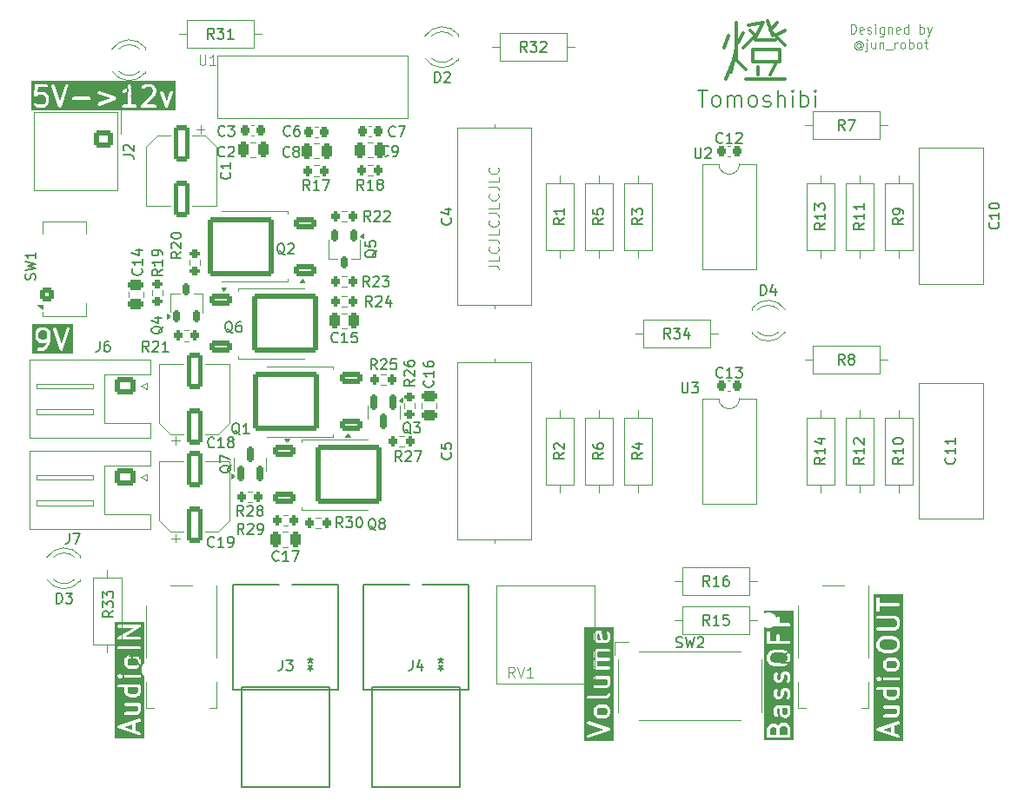
<source format=gbr>
%TF.GenerationSoftware,KiCad,Pcbnew,7.0.11*%
%TF.CreationDate,2024-12-01T20:51:01+09:00*%
%TF.ProjectId,AudioAmp_v0,41756469-6f41-46d7-905f-76302e6b6963,rev?*%
%TF.SameCoordinates,Original*%
%TF.FileFunction,Legend,Top*%
%TF.FilePolarity,Positive*%
%FSLAX46Y46*%
G04 Gerber Fmt 4.6, Leading zero omitted, Abs format (unit mm)*
G04 Created by KiCad (PCBNEW 7.0.11) date 2024-12-01 20:51:01*
%MOMM*%
%LPD*%
G01*
G04 APERTURE LIST*
G04 Aperture macros list*
%AMRoundRect*
0 Rectangle with rounded corners*
0 $1 Rounding radius*
0 $2 $3 $4 $5 $6 $7 $8 $9 X,Y pos of 4 corners*
0 Add a 4 corners polygon primitive as box body*
4,1,4,$2,$3,$4,$5,$6,$7,$8,$9,$2,$3,0*
0 Add four circle primitives for the rounded corners*
1,1,$1+$1,$2,$3*
1,1,$1+$1,$4,$5*
1,1,$1+$1,$6,$7*
1,1,$1+$1,$8,$9*
0 Add four rect primitives between the rounded corners*
20,1,$1+$1,$2,$3,$4,$5,0*
20,1,$1+$1,$4,$5,$6,$7,0*
20,1,$1+$1,$6,$7,$8,$9,0*
20,1,$1+$1,$8,$9,$2,$3,0*%
G04 Aperture macros list end*
%ADD10C,0.125000*%
%ADD11C,0.300000*%
%ADD12C,0.110000*%
%ADD13C,0.350000*%
%ADD14C,0.210000*%
%ADD15C,0.150000*%
%ADD16C,0.100000*%
%ADD17C,0.120000*%
%ADD18C,0.152400*%
%ADD19RoundRect,0.200000X0.200000X0.275000X-0.200000X0.275000X-0.200000X-0.275000X0.200000X-0.275000X0*%
%ADD20R,1.800000X1.800000*%
%ADD21C,1.800000*%
%ADD22C,1.600000*%
%ADD23O,1.600000X1.600000*%
%ADD24RoundRect,0.250000X-0.750000X0.600000X-0.750000X-0.600000X0.750000X-0.600000X0.750000X0.600000X0*%
%ADD25O,2.000000X1.700000*%
%ADD26C,2.000000*%
%ADD27C,3.200000*%
%ADD28RoundRect,0.150000X0.150000X-0.587500X0.150000X0.587500X-0.150000X0.587500X-0.150000X-0.587500X0*%
%ADD29RoundRect,0.225000X-0.225000X-0.250000X0.225000X-0.250000X0.225000X0.250000X-0.225000X0.250000X0*%
%ADD30RoundRect,0.200000X-0.200000X-0.275000X0.200000X-0.275000X0.200000X0.275000X-0.200000X0.275000X0*%
%ADD31RoundRect,0.250000X0.850000X0.350000X-0.850000X0.350000X-0.850000X-0.350000X0.850000X-0.350000X0*%
%ADD32RoundRect,0.249997X2.950003X2.650003X-2.950003X2.650003X-2.950003X-2.650003X2.950003X-2.650003X0*%
%ADD33R,1.600000X1.600000*%
%ADD34RoundRect,0.250000X-0.550000X1.500000X-0.550000X-1.500000X0.550000X-1.500000X0.550000X1.500000X0*%
%ADD35RoundRect,0.250000X0.475000X-0.250000X0.475000X0.250000X-0.475000X0.250000X-0.475000X-0.250000X0*%
%ADD36RoundRect,0.162500X0.162500X-0.447500X0.162500X0.447500X-0.162500X0.447500X-0.162500X-0.447500X0*%
%ADD37O,2.997200X1.803400*%
%ADD38O,1.498600X2.997200*%
%ADD39RoundRect,0.250000X0.550000X-1.500000X0.550000X1.500000X-0.550000X1.500000X-0.550000X-1.500000X0*%
%ADD40RoundRect,0.250000X0.250000X0.475000X-0.250000X0.475000X-0.250000X-0.475000X0.250000X-0.475000X0*%
%ADD41C,1.524000*%
%ADD42C,1.000000*%
%ADD43R,1.900000X1.900000*%
%ADD44C,1.900000*%
%ADD45RoundRect,0.250000X-0.250000X-0.475000X0.250000X-0.475000X0.250000X0.475000X-0.250000X0.475000X0*%
%ADD46RoundRect,0.225000X0.225000X0.250000X-0.225000X0.250000X-0.225000X-0.250000X0.225000X-0.250000X0*%
%ADD47RoundRect,0.250000X0.450000X-0.450000X0.450000X0.450000X-0.450000X0.450000X-0.450000X-0.450000X0*%
%ADD48C,1.400000*%
%ADD49RoundRect,0.250000X-0.675000X0.600000X-0.675000X-0.600000X0.675000X-0.600000X0.675000X0.600000X0*%
%ADD50O,1.850000X1.700000*%
%ADD51RoundRect,0.200000X-0.275000X0.200000X-0.275000X-0.200000X0.275000X-0.200000X0.275000X0.200000X0*%
%ADD52RoundRect,0.150000X-0.150000X0.587500X-0.150000X-0.587500X0.150000X-0.587500X0.150000X0.587500X0*%
%ADD53RoundRect,0.250000X-0.850000X-0.350000X0.850000X-0.350000X0.850000X0.350000X-0.850000X0.350000X0*%
%ADD54RoundRect,0.249997X-2.950003X-2.650003X2.950003X-2.650003X2.950003X2.650003X-2.950003X2.650003X0*%
%ADD55RoundRect,0.162500X-0.162500X0.447500X-0.162500X-0.447500X0.162500X-0.447500X0.162500X0.447500X0*%
%ADD56C,1.700000*%
G04 APERTURE END LIST*
D10*
X45172523Y-25114262D02*
X45886808Y-25114262D01*
X45886808Y-25114262D02*
X46029665Y-25161881D01*
X46029665Y-25161881D02*
X46124904Y-25257119D01*
X46124904Y-25257119D02*
X46172523Y-25399976D01*
X46172523Y-25399976D02*
X46172523Y-25495214D01*
X46172523Y-24161881D02*
X46172523Y-24638071D01*
X46172523Y-24638071D02*
X45172523Y-24638071D01*
X46077284Y-23257119D02*
X46124904Y-23304738D01*
X46124904Y-23304738D02*
X46172523Y-23447595D01*
X46172523Y-23447595D02*
X46172523Y-23542833D01*
X46172523Y-23542833D02*
X46124904Y-23685690D01*
X46124904Y-23685690D02*
X46029665Y-23780928D01*
X46029665Y-23780928D02*
X45934427Y-23828547D01*
X45934427Y-23828547D02*
X45743951Y-23876166D01*
X45743951Y-23876166D02*
X45601094Y-23876166D01*
X45601094Y-23876166D02*
X45410618Y-23828547D01*
X45410618Y-23828547D02*
X45315380Y-23780928D01*
X45315380Y-23780928D02*
X45220142Y-23685690D01*
X45220142Y-23685690D02*
X45172523Y-23542833D01*
X45172523Y-23542833D02*
X45172523Y-23447595D01*
X45172523Y-23447595D02*
X45220142Y-23304738D01*
X45220142Y-23304738D02*
X45267761Y-23257119D01*
X45172523Y-22542833D02*
X45886808Y-22542833D01*
X45886808Y-22542833D02*
X46029665Y-22590452D01*
X46029665Y-22590452D02*
X46124904Y-22685690D01*
X46124904Y-22685690D02*
X46172523Y-22828547D01*
X46172523Y-22828547D02*
X46172523Y-22923785D01*
X46172523Y-21590452D02*
X46172523Y-22066642D01*
X46172523Y-22066642D02*
X45172523Y-22066642D01*
X46077284Y-20685690D02*
X46124904Y-20733309D01*
X46124904Y-20733309D02*
X46172523Y-20876166D01*
X46172523Y-20876166D02*
X46172523Y-20971404D01*
X46172523Y-20971404D02*
X46124904Y-21114261D01*
X46124904Y-21114261D02*
X46029665Y-21209499D01*
X46029665Y-21209499D02*
X45934427Y-21257118D01*
X45934427Y-21257118D02*
X45743951Y-21304737D01*
X45743951Y-21304737D02*
X45601094Y-21304737D01*
X45601094Y-21304737D02*
X45410618Y-21257118D01*
X45410618Y-21257118D02*
X45315380Y-21209499D01*
X45315380Y-21209499D02*
X45220142Y-21114261D01*
X45220142Y-21114261D02*
X45172523Y-20971404D01*
X45172523Y-20971404D02*
X45172523Y-20876166D01*
X45172523Y-20876166D02*
X45220142Y-20733309D01*
X45220142Y-20733309D02*
X45267761Y-20685690D01*
X45172523Y-19971404D02*
X45886808Y-19971404D01*
X45886808Y-19971404D02*
X46029665Y-20019023D01*
X46029665Y-20019023D02*
X46124904Y-20114261D01*
X46124904Y-20114261D02*
X46172523Y-20257118D01*
X46172523Y-20257118D02*
X46172523Y-20352356D01*
X46172523Y-19019023D02*
X46172523Y-19495213D01*
X46172523Y-19495213D02*
X45172523Y-19495213D01*
X46077284Y-18114261D02*
X46124904Y-18161880D01*
X46124904Y-18161880D02*
X46172523Y-18304737D01*
X46172523Y-18304737D02*
X46172523Y-18399975D01*
X46172523Y-18399975D02*
X46124904Y-18542832D01*
X46124904Y-18542832D02*
X46029665Y-18638070D01*
X46029665Y-18638070D02*
X45934427Y-18685689D01*
X45934427Y-18685689D02*
X45743951Y-18733308D01*
X45743951Y-18733308D02*
X45601094Y-18733308D01*
X45601094Y-18733308D02*
X45410618Y-18685689D01*
X45410618Y-18685689D02*
X45315380Y-18638070D01*
X45315380Y-18638070D02*
X45220142Y-18542832D01*
X45220142Y-18542832D02*
X45172523Y-18399975D01*
X45172523Y-18399975D02*
X45172523Y-18304737D01*
X45172523Y-18304737D02*
X45220142Y-18161880D01*
X45220142Y-18161880D02*
X45267761Y-18114261D01*
X45172523Y-17399975D02*
X45886808Y-17399975D01*
X45886808Y-17399975D02*
X46029665Y-17447594D01*
X46029665Y-17447594D02*
X46124904Y-17542832D01*
X46124904Y-17542832D02*
X46172523Y-17685689D01*
X46172523Y-17685689D02*
X46172523Y-17780927D01*
X46172523Y-16447594D02*
X46172523Y-16923784D01*
X46172523Y-16923784D02*
X45172523Y-16923784D01*
X46077284Y-15542832D02*
X46124904Y-15590451D01*
X46124904Y-15590451D02*
X46172523Y-15733308D01*
X46172523Y-15733308D02*
X46172523Y-15828546D01*
X46172523Y-15828546D02*
X46124904Y-15971403D01*
X46124904Y-15971403D02*
X46029665Y-16066641D01*
X46029665Y-16066641D02*
X45934427Y-16114260D01*
X45934427Y-16114260D02*
X45743951Y-16161879D01*
X45743951Y-16161879D02*
X45601094Y-16161879D01*
X45601094Y-16161879D02*
X45410618Y-16114260D01*
X45410618Y-16114260D02*
X45315380Y-16066641D01*
X45315380Y-16066641D02*
X45220142Y-15971403D01*
X45220142Y-15971403D02*
X45172523Y-15828546D01*
X45172523Y-15828546D02*
X45172523Y-15733308D01*
X45172523Y-15733308D02*
X45220142Y-15590451D01*
X45220142Y-15590451D02*
X45267761Y-15542832D01*
D11*
G36*
X10448209Y-70333565D02*
G01*
X9643979Y-70065488D01*
X10448209Y-69797412D01*
X10448209Y-70333565D01*
G37*
G36*
X11019638Y-66291374D02*
G01*
X11019638Y-66601507D01*
X10951122Y-66738538D01*
X10890307Y-66799352D01*
X10753275Y-66867869D01*
X10252667Y-66867869D01*
X10115633Y-66799352D01*
X10054820Y-66738539D01*
X9986304Y-66601507D01*
X9986304Y-66291374D01*
X10024247Y-66215488D01*
X10981695Y-66215488D01*
X11019638Y-66291374D01*
G37*
G36*
X10890307Y-63426861D02*
G01*
X10951122Y-63487675D01*
X11019638Y-63624707D01*
X11019638Y-63839602D01*
X10951122Y-63976633D01*
X10890307Y-64037447D01*
X10753275Y-64105964D01*
X10252667Y-64105964D01*
X10115633Y-64037447D01*
X10054820Y-63976634D01*
X9986304Y-63839602D01*
X9986304Y-63624707D01*
X10054820Y-63487675D01*
X10115633Y-63426861D01*
X10252667Y-63358345D01*
X10753275Y-63358345D01*
X10890307Y-63426861D01*
G37*
G36*
X11605352Y-71164824D02*
G01*
X8733924Y-71164824D01*
X8733924Y-70095561D01*
X9022683Y-70095561D01*
X9026786Y-70103767D01*
X9027336Y-70112923D01*
X9043934Y-70138063D01*
X9057408Y-70165010D01*
X9065062Y-70170063D01*
X9070117Y-70177720D01*
X9097065Y-70191193D01*
X9122204Y-70207792D01*
X11122204Y-70874458D01*
X11199710Y-70879110D01*
X11269159Y-70844386D01*
X11311941Y-70779589D01*
X11316593Y-70702083D01*
X11281869Y-70632634D01*
X11217072Y-70589853D01*
X10748209Y-70433565D01*
X10748209Y-69697412D01*
X11217072Y-69541125D01*
X11281868Y-69498343D01*
X11316593Y-69428894D01*
X11311940Y-69351388D01*
X11269158Y-69286592D01*
X11199710Y-69251867D01*
X11122204Y-69256520D01*
X9122204Y-69923187D01*
X9097063Y-69939785D01*
X9070117Y-69953259D01*
X9065063Y-69960913D01*
X9057407Y-69965968D01*
X9043933Y-69992916D01*
X9027335Y-70018055D01*
X9026785Y-70027212D01*
X9022683Y-70035417D01*
X9024488Y-70065485D01*
X9022683Y-70095561D01*
X8733924Y-70095561D01*
X8733924Y-68732155D01*
X9686304Y-68732155D01*
X9706400Y-68807155D01*
X9761304Y-68862059D01*
X9836304Y-68882155D01*
X10883923Y-68882155D01*
X10917226Y-68873231D01*
X10951005Y-68866319D01*
X11141482Y-68771081D01*
X11148344Y-68764995D01*
X11157049Y-68762094D01*
X11177036Y-68739553D01*
X11199577Y-68719566D01*
X11202478Y-68710861D01*
X11208564Y-68703999D01*
X11303802Y-68513523D01*
X11310714Y-68479744D01*
X11319638Y-68446441D01*
X11319638Y-68160726D01*
X11310714Y-68127422D01*
X11303802Y-68093644D01*
X11254504Y-67995049D01*
X11299542Y-67950012D01*
X11319638Y-67875012D01*
X11299542Y-67800012D01*
X11244638Y-67745108D01*
X11169638Y-67725012D01*
X9836304Y-67725012D01*
X9761304Y-67745108D01*
X9706400Y-67800012D01*
X9686304Y-67875012D01*
X9706400Y-67950012D01*
X9761304Y-68004916D01*
X9836304Y-68025012D01*
X10917029Y-68025012D01*
X10951122Y-68059104D01*
X11019638Y-68196136D01*
X11019638Y-68411031D01*
X10962596Y-68525114D01*
X10848513Y-68582155D01*
X9836304Y-68582155D01*
X9761304Y-68602251D01*
X9706400Y-68657155D01*
X9686304Y-68732155D01*
X8733924Y-68732155D01*
X8733924Y-66065488D01*
X9019638Y-66065488D01*
X9039734Y-66140488D01*
X9094638Y-66195392D01*
X9169638Y-66215488D01*
X9696695Y-66215488D01*
X9695227Y-66222662D01*
X9686304Y-66255964D01*
X9686304Y-66636917D01*
X9695227Y-66670218D01*
X9702140Y-66703999D01*
X9797378Y-66894475D01*
X9813400Y-66912543D01*
X9825476Y-66933459D01*
X9920714Y-67028697D01*
X9941628Y-67040771D01*
X9959698Y-67056795D01*
X10150176Y-67152033D01*
X10183951Y-67158944D01*
X10217257Y-67167869D01*
X10788685Y-67167869D01*
X10821986Y-67158945D01*
X10855767Y-67152033D01*
X11046243Y-67056795D01*
X11064311Y-67040772D01*
X11085226Y-67028698D01*
X11180466Y-66933459D01*
X11192540Y-66912544D01*
X11208564Y-66894475D01*
X11303802Y-66703999D01*
X11310714Y-66670220D01*
X11319638Y-66636917D01*
X11319638Y-66255964D01*
X11310714Y-66222660D01*
X11303802Y-66188882D01*
X11286250Y-66153779D01*
X11299542Y-66140488D01*
X11319638Y-66065488D01*
X11299542Y-65990488D01*
X11244638Y-65935584D01*
X11169638Y-65915488D01*
X9169638Y-65915488D01*
X9094638Y-65935584D01*
X9039734Y-65990488D01*
X9019638Y-66065488D01*
X8733924Y-66065488D01*
X8733924Y-65113107D01*
X9019638Y-65113107D01*
X9024749Y-65132181D01*
X9024749Y-65151930D01*
X9034622Y-65169032D01*
X9039734Y-65188107D01*
X9053698Y-65202071D01*
X9063572Y-65219173D01*
X9158810Y-65314411D01*
X9226053Y-65353234D01*
X9303699Y-65353234D01*
X9370942Y-65314411D01*
X9466180Y-65219173D01*
X9476053Y-65202071D01*
X9490018Y-65188107D01*
X9495129Y-65169032D01*
X9505003Y-65151930D01*
X9505003Y-65132181D01*
X9510114Y-65113107D01*
X9686304Y-65113107D01*
X9706400Y-65188107D01*
X9761304Y-65243011D01*
X9836304Y-65263107D01*
X11169638Y-65263107D01*
X11244638Y-65243011D01*
X11299542Y-65188107D01*
X11319638Y-65113107D01*
X11299542Y-65038107D01*
X11244638Y-64983203D01*
X11169638Y-64963107D01*
X9836304Y-64963107D01*
X9761304Y-64983203D01*
X9706400Y-65038107D01*
X9686304Y-65113107D01*
X9510114Y-65113107D01*
X9505003Y-65094032D01*
X9505003Y-65074284D01*
X9495129Y-65057181D01*
X9490018Y-65038107D01*
X9476053Y-65024142D01*
X9466180Y-65007041D01*
X9370942Y-64911803D01*
X9303699Y-64872980D01*
X9226053Y-64872980D01*
X9158810Y-64911803D01*
X9063572Y-65007041D01*
X9053698Y-65024142D01*
X9039734Y-65038107D01*
X9034622Y-65057181D01*
X9024749Y-65074284D01*
X9024749Y-65094032D01*
X9019638Y-65113107D01*
X8733924Y-65113107D01*
X8733924Y-63875012D01*
X9686304Y-63875012D01*
X9695227Y-63908313D01*
X9702140Y-63942094D01*
X9797378Y-64132570D01*
X9813400Y-64150638D01*
X9825476Y-64171554D01*
X9920714Y-64266792D01*
X9941628Y-64278866D01*
X9959698Y-64294890D01*
X10150176Y-64390128D01*
X10183951Y-64397039D01*
X10217257Y-64405964D01*
X10788685Y-64405964D01*
X10821986Y-64397040D01*
X10855767Y-64390128D01*
X11046243Y-64294890D01*
X11064311Y-64278867D01*
X11085226Y-64266793D01*
X11180466Y-64171554D01*
X11192540Y-64150639D01*
X11208564Y-64132570D01*
X11303802Y-63942094D01*
X11310714Y-63908315D01*
X11319638Y-63875012D01*
X11319638Y-63589297D01*
X11310714Y-63555993D01*
X11303802Y-63522215D01*
X11208564Y-63331739D01*
X11192540Y-63313669D01*
X11180466Y-63292755D01*
X11085226Y-63197516D01*
X11064311Y-63185441D01*
X11046243Y-63169419D01*
X10855767Y-63074181D01*
X10821986Y-63067268D01*
X10788685Y-63058345D01*
X10217257Y-63058345D01*
X10183951Y-63067269D01*
X10150176Y-63074181D01*
X9959698Y-63169419D01*
X9941628Y-63185442D01*
X9920714Y-63197517D01*
X9825476Y-63292755D01*
X9813400Y-63313670D01*
X9797378Y-63331739D01*
X9702140Y-63522215D01*
X9695227Y-63555995D01*
X9686304Y-63589297D01*
X9686304Y-63875012D01*
X8733924Y-63875012D01*
X8733924Y-62351202D01*
X9019638Y-62351202D01*
X9039734Y-62426202D01*
X9094638Y-62481106D01*
X9169638Y-62501202D01*
X11169638Y-62501202D01*
X11244638Y-62481106D01*
X11299542Y-62426202D01*
X11319638Y-62351202D01*
X11299542Y-62276202D01*
X11244638Y-62221298D01*
X11169638Y-62201202D01*
X9169638Y-62201202D01*
X9094638Y-62221298D01*
X9039734Y-62276202D01*
X9019638Y-62351202D01*
X8733924Y-62351202D01*
X8733924Y-61398821D01*
X9019638Y-61398821D01*
X9029607Y-61436026D01*
X9039402Y-61473242D01*
X9039644Y-61473486D01*
X9039734Y-61473821D01*
X9066954Y-61501041D01*
X9094060Y-61528390D01*
X9094394Y-61528481D01*
X9094638Y-61528725D01*
X9131738Y-61538665D01*
X9168970Y-61548820D01*
X9169305Y-61548731D01*
X9169638Y-61548821D01*
X11169638Y-61548821D01*
X11244638Y-61528725D01*
X11299542Y-61473821D01*
X11319638Y-61398821D01*
X11299542Y-61323821D01*
X11244638Y-61268917D01*
X11169638Y-61248821D01*
X9734472Y-61248821D01*
X11244059Y-60386201D01*
X11244304Y-60385957D01*
X11244638Y-60385868D01*
X11271802Y-60358703D01*
X11299207Y-60331542D01*
X11299298Y-60331207D01*
X11299542Y-60330964D01*
X11309482Y-60293863D01*
X11319637Y-60256632D01*
X11319548Y-60256296D01*
X11319638Y-60255964D01*
X11309668Y-60218758D01*
X11299874Y-60181543D01*
X11299631Y-60181298D01*
X11299542Y-60180964D01*
X11272321Y-60153743D01*
X11245216Y-60126395D01*
X11244881Y-60126303D01*
X11244638Y-60126060D01*
X11207537Y-60116119D01*
X11170306Y-60105965D01*
X11169970Y-60106053D01*
X11169638Y-60105964D01*
X9169638Y-60105964D01*
X9094638Y-60126060D01*
X9039734Y-60180964D01*
X9019638Y-60255964D01*
X9039734Y-60330964D01*
X9094638Y-60385868D01*
X9169638Y-60405964D01*
X10604804Y-60405964D01*
X9095217Y-61268585D01*
X9094972Y-61268827D01*
X9094638Y-61268917D01*
X9067417Y-61296137D01*
X9040069Y-61323243D01*
X9039977Y-61323577D01*
X9039734Y-61323821D01*
X9029793Y-61360921D01*
X9019639Y-61398153D01*
X9019727Y-61398488D01*
X9019638Y-61398821D01*
X8733924Y-61398821D01*
X8733924Y-59820250D01*
X11605352Y-59820250D01*
X11605352Y-71164824D01*
G37*
D12*
X80427999Y-2480137D02*
X80427999Y-1580137D01*
X80427999Y-1580137D02*
X80642285Y-1580137D01*
X80642285Y-1580137D02*
X80770856Y-1622994D01*
X80770856Y-1622994D02*
X80856571Y-1708708D01*
X80856571Y-1708708D02*
X80899428Y-1794422D01*
X80899428Y-1794422D02*
X80942285Y-1965851D01*
X80942285Y-1965851D02*
X80942285Y-2094422D01*
X80942285Y-2094422D02*
X80899428Y-2265851D01*
X80899428Y-2265851D02*
X80856571Y-2351565D01*
X80856571Y-2351565D02*
X80770856Y-2437280D01*
X80770856Y-2437280D02*
X80642285Y-2480137D01*
X80642285Y-2480137D02*
X80427999Y-2480137D01*
X81670856Y-2437280D02*
X81585142Y-2480137D01*
X81585142Y-2480137D02*
X81413714Y-2480137D01*
X81413714Y-2480137D02*
X81327999Y-2437280D01*
X81327999Y-2437280D02*
X81285142Y-2351565D01*
X81285142Y-2351565D02*
X81285142Y-2008708D01*
X81285142Y-2008708D02*
X81327999Y-1922994D01*
X81327999Y-1922994D02*
X81413714Y-1880137D01*
X81413714Y-1880137D02*
X81585142Y-1880137D01*
X81585142Y-1880137D02*
X81670856Y-1922994D01*
X81670856Y-1922994D02*
X81713714Y-2008708D01*
X81713714Y-2008708D02*
X81713714Y-2094422D01*
X81713714Y-2094422D02*
X81285142Y-2180137D01*
X82056571Y-2437280D02*
X82142285Y-2480137D01*
X82142285Y-2480137D02*
X82313714Y-2480137D01*
X82313714Y-2480137D02*
X82399428Y-2437280D01*
X82399428Y-2437280D02*
X82442285Y-2351565D01*
X82442285Y-2351565D02*
X82442285Y-2308708D01*
X82442285Y-2308708D02*
X82399428Y-2222994D01*
X82399428Y-2222994D02*
X82313714Y-2180137D01*
X82313714Y-2180137D02*
X82185143Y-2180137D01*
X82185143Y-2180137D02*
X82099428Y-2137280D01*
X82099428Y-2137280D02*
X82056571Y-2051565D01*
X82056571Y-2051565D02*
X82056571Y-2008708D01*
X82056571Y-2008708D02*
X82099428Y-1922994D01*
X82099428Y-1922994D02*
X82185143Y-1880137D01*
X82185143Y-1880137D02*
X82313714Y-1880137D01*
X82313714Y-1880137D02*
X82399428Y-1922994D01*
X82827999Y-2480137D02*
X82827999Y-1880137D01*
X82827999Y-1580137D02*
X82785142Y-1622994D01*
X82785142Y-1622994D02*
X82827999Y-1665851D01*
X82827999Y-1665851D02*
X82870856Y-1622994D01*
X82870856Y-1622994D02*
X82827999Y-1580137D01*
X82827999Y-1580137D02*
X82827999Y-1665851D01*
X83642285Y-1880137D02*
X83642285Y-2608708D01*
X83642285Y-2608708D02*
X83599427Y-2694422D01*
X83599427Y-2694422D02*
X83556570Y-2737280D01*
X83556570Y-2737280D02*
X83470856Y-2780137D01*
X83470856Y-2780137D02*
X83342285Y-2780137D01*
X83342285Y-2780137D02*
X83256570Y-2737280D01*
X83642285Y-2437280D02*
X83556570Y-2480137D01*
X83556570Y-2480137D02*
X83385142Y-2480137D01*
X83385142Y-2480137D02*
X83299427Y-2437280D01*
X83299427Y-2437280D02*
X83256570Y-2394422D01*
X83256570Y-2394422D02*
X83213713Y-2308708D01*
X83213713Y-2308708D02*
X83213713Y-2051565D01*
X83213713Y-2051565D02*
X83256570Y-1965851D01*
X83256570Y-1965851D02*
X83299427Y-1922994D01*
X83299427Y-1922994D02*
X83385142Y-1880137D01*
X83385142Y-1880137D02*
X83556570Y-1880137D01*
X83556570Y-1880137D02*
X83642285Y-1922994D01*
X84070856Y-1880137D02*
X84070856Y-2480137D01*
X84070856Y-1965851D02*
X84113713Y-1922994D01*
X84113713Y-1922994D02*
X84199428Y-1880137D01*
X84199428Y-1880137D02*
X84327999Y-1880137D01*
X84327999Y-1880137D02*
X84413713Y-1922994D01*
X84413713Y-1922994D02*
X84456571Y-2008708D01*
X84456571Y-2008708D02*
X84456571Y-2480137D01*
X85227999Y-2437280D02*
X85142285Y-2480137D01*
X85142285Y-2480137D02*
X84970857Y-2480137D01*
X84970857Y-2480137D02*
X84885142Y-2437280D01*
X84885142Y-2437280D02*
X84842285Y-2351565D01*
X84842285Y-2351565D02*
X84842285Y-2008708D01*
X84842285Y-2008708D02*
X84885142Y-1922994D01*
X84885142Y-1922994D02*
X84970857Y-1880137D01*
X84970857Y-1880137D02*
X85142285Y-1880137D01*
X85142285Y-1880137D02*
X85227999Y-1922994D01*
X85227999Y-1922994D02*
X85270857Y-2008708D01*
X85270857Y-2008708D02*
X85270857Y-2094422D01*
X85270857Y-2094422D02*
X84842285Y-2180137D01*
X86042286Y-2480137D02*
X86042286Y-1580137D01*
X86042286Y-2437280D02*
X85956571Y-2480137D01*
X85956571Y-2480137D02*
X85785143Y-2480137D01*
X85785143Y-2480137D02*
X85699428Y-2437280D01*
X85699428Y-2437280D02*
X85656571Y-2394422D01*
X85656571Y-2394422D02*
X85613714Y-2308708D01*
X85613714Y-2308708D02*
X85613714Y-2051565D01*
X85613714Y-2051565D02*
X85656571Y-1965851D01*
X85656571Y-1965851D02*
X85699428Y-1922994D01*
X85699428Y-1922994D02*
X85785143Y-1880137D01*
X85785143Y-1880137D02*
X85956571Y-1880137D01*
X85956571Y-1880137D02*
X86042286Y-1922994D01*
X87156571Y-2480137D02*
X87156571Y-1580137D01*
X87156571Y-1922994D02*
X87242286Y-1880137D01*
X87242286Y-1880137D02*
X87413714Y-1880137D01*
X87413714Y-1880137D02*
X87499428Y-1922994D01*
X87499428Y-1922994D02*
X87542286Y-1965851D01*
X87542286Y-1965851D02*
X87585143Y-2051565D01*
X87585143Y-2051565D02*
X87585143Y-2308708D01*
X87585143Y-2308708D02*
X87542286Y-2394422D01*
X87542286Y-2394422D02*
X87499428Y-2437280D01*
X87499428Y-2437280D02*
X87413714Y-2480137D01*
X87413714Y-2480137D02*
X87242286Y-2480137D01*
X87242286Y-2480137D02*
X87156571Y-2437280D01*
X87885143Y-1880137D02*
X88099429Y-2480137D01*
X88313714Y-1880137D02*
X88099429Y-2480137D01*
X88099429Y-2480137D02*
X88013714Y-2694422D01*
X88013714Y-2694422D02*
X87970857Y-2737280D01*
X87970857Y-2737280D02*
X87885143Y-2780137D01*
X81392285Y-3500565D02*
X81349428Y-3457708D01*
X81349428Y-3457708D02*
X81263714Y-3414851D01*
X81263714Y-3414851D02*
X81177999Y-3414851D01*
X81177999Y-3414851D02*
X81092285Y-3457708D01*
X81092285Y-3457708D02*
X81049428Y-3500565D01*
X81049428Y-3500565D02*
X81006571Y-3586280D01*
X81006571Y-3586280D02*
X81006571Y-3671994D01*
X81006571Y-3671994D02*
X81049428Y-3757708D01*
X81049428Y-3757708D02*
X81092285Y-3800565D01*
X81092285Y-3800565D02*
X81177999Y-3843422D01*
X81177999Y-3843422D02*
X81263714Y-3843422D01*
X81263714Y-3843422D02*
X81349428Y-3800565D01*
X81349428Y-3800565D02*
X81392285Y-3757708D01*
X81392285Y-3414851D02*
X81392285Y-3757708D01*
X81392285Y-3757708D02*
X81435142Y-3800565D01*
X81435142Y-3800565D02*
X81477999Y-3800565D01*
X81477999Y-3800565D02*
X81563714Y-3757708D01*
X81563714Y-3757708D02*
X81606571Y-3671994D01*
X81606571Y-3671994D02*
X81606571Y-3457708D01*
X81606571Y-3457708D02*
X81520857Y-3329137D01*
X81520857Y-3329137D02*
X81392285Y-3243422D01*
X81392285Y-3243422D02*
X81220857Y-3200565D01*
X81220857Y-3200565D02*
X81049428Y-3243422D01*
X81049428Y-3243422D02*
X80920857Y-3329137D01*
X80920857Y-3329137D02*
X80835142Y-3457708D01*
X80835142Y-3457708D02*
X80792285Y-3629137D01*
X80792285Y-3629137D02*
X80835142Y-3800565D01*
X80835142Y-3800565D02*
X80920857Y-3929137D01*
X80920857Y-3929137D02*
X81049428Y-4014851D01*
X81049428Y-4014851D02*
X81220857Y-4057708D01*
X81220857Y-4057708D02*
X81392285Y-4014851D01*
X81392285Y-4014851D02*
X81520857Y-3929137D01*
X81992285Y-3329137D02*
X81992285Y-4100565D01*
X81992285Y-4100565D02*
X81949428Y-4186280D01*
X81949428Y-4186280D02*
X81863714Y-4229137D01*
X81863714Y-4229137D02*
X81820857Y-4229137D01*
X81992285Y-3029137D02*
X81949428Y-3071994D01*
X81949428Y-3071994D02*
X81992285Y-3114851D01*
X81992285Y-3114851D02*
X82035142Y-3071994D01*
X82035142Y-3071994D02*
X81992285Y-3029137D01*
X81992285Y-3029137D02*
X81992285Y-3114851D01*
X82806571Y-3329137D02*
X82806571Y-3929137D01*
X82420856Y-3329137D02*
X82420856Y-3800565D01*
X82420856Y-3800565D02*
X82463713Y-3886280D01*
X82463713Y-3886280D02*
X82549428Y-3929137D01*
X82549428Y-3929137D02*
X82677999Y-3929137D01*
X82677999Y-3929137D02*
X82763713Y-3886280D01*
X82763713Y-3886280D02*
X82806571Y-3843422D01*
X83235142Y-3329137D02*
X83235142Y-3929137D01*
X83235142Y-3414851D02*
X83277999Y-3371994D01*
X83277999Y-3371994D02*
X83363714Y-3329137D01*
X83363714Y-3329137D02*
X83492285Y-3329137D01*
X83492285Y-3329137D02*
X83577999Y-3371994D01*
X83577999Y-3371994D02*
X83620857Y-3457708D01*
X83620857Y-3457708D02*
X83620857Y-3929137D01*
X83835143Y-4014851D02*
X84520857Y-4014851D01*
X84735142Y-3929137D02*
X84735142Y-3329137D01*
X84735142Y-3500565D02*
X84777999Y-3414851D01*
X84777999Y-3414851D02*
X84820857Y-3371994D01*
X84820857Y-3371994D02*
X84906571Y-3329137D01*
X84906571Y-3329137D02*
X84992285Y-3329137D01*
X85420857Y-3929137D02*
X85335142Y-3886280D01*
X85335142Y-3886280D02*
X85292285Y-3843422D01*
X85292285Y-3843422D02*
X85249428Y-3757708D01*
X85249428Y-3757708D02*
X85249428Y-3500565D01*
X85249428Y-3500565D02*
X85292285Y-3414851D01*
X85292285Y-3414851D02*
X85335142Y-3371994D01*
X85335142Y-3371994D02*
X85420857Y-3329137D01*
X85420857Y-3329137D02*
X85549428Y-3329137D01*
X85549428Y-3329137D02*
X85635142Y-3371994D01*
X85635142Y-3371994D02*
X85678000Y-3414851D01*
X85678000Y-3414851D02*
X85720857Y-3500565D01*
X85720857Y-3500565D02*
X85720857Y-3757708D01*
X85720857Y-3757708D02*
X85678000Y-3843422D01*
X85678000Y-3843422D02*
X85635142Y-3886280D01*
X85635142Y-3886280D02*
X85549428Y-3929137D01*
X85549428Y-3929137D02*
X85420857Y-3929137D01*
X86106571Y-3929137D02*
X86106571Y-3029137D01*
X86106571Y-3371994D02*
X86192286Y-3329137D01*
X86192286Y-3329137D02*
X86363714Y-3329137D01*
X86363714Y-3329137D02*
X86449428Y-3371994D01*
X86449428Y-3371994D02*
X86492286Y-3414851D01*
X86492286Y-3414851D02*
X86535143Y-3500565D01*
X86535143Y-3500565D02*
X86535143Y-3757708D01*
X86535143Y-3757708D02*
X86492286Y-3843422D01*
X86492286Y-3843422D02*
X86449428Y-3886280D01*
X86449428Y-3886280D02*
X86363714Y-3929137D01*
X86363714Y-3929137D02*
X86192286Y-3929137D01*
X86192286Y-3929137D02*
X86106571Y-3886280D01*
X87049429Y-3929137D02*
X86963714Y-3886280D01*
X86963714Y-3886280D02*
X86920857Y-3843422D01*
X86920857Y-3843422D02*
X86878000Y-3757708D01*
X86878000Y-3757708D02*
X86878000Y-3500565D01*
X86878000Y-3500565D02*
X86920857Y-3414851D01*
X86920857Y-3414851D02*
X86963714Y-3371994D01*
X86963714Y-3371994D02*
X87049429Y-3329137D01*
X87049429Y-3329137D02*
X87178000Y-3329137D01*
X87178000Y-3329137D02*
X87263714Y-3371994D01*
X87263714Y-3371994D02*
X87306572Y-3414851D01*
X87306572Y-3414851D02*
X87349429Y-3500565D01*
X87349429Y-3500565D02*
X87349429Y-3757708D01*
X87349429Y-3757708D02*
X87306572Y-3843422D01*
X87306572Y-3843422D02*
X87263714Y-3886280D01*
X87263714Y-3886280D02*
X87178000Y-3929137D01*
X87178000Y-3929137D02*
X87049429Y-3929137D01*
X87606572Y-3329137D02*
X87949429Y-3329137D01*
X87735143Y-3029137D02*
X87735143Y-3800565D01*
X87735143Y-3800565D02*
X87778000Y-3886280D01*
X87778000Y-3886280D02*
X87863715Y-3929137D01*
X87863715Y-3929137D02*
X87949429Y-3929137D01*
D11*
G36*
X56610307Y-68252290D02*
G01*
X56671122Y-68313104D01*
X56739638Y-68450136D01*
X56739638Y-68665031D01*
X56671122Y-68802062D01*
X56610307Y-68862876D01*
X56473275Y-68931393D01*
X55972667Y-68931393D01*
X55835633Y-68862876D01*
X55774820Y-68802063D01*
X55706304Y-68665031D01*
X55706304Y-68450136D01*
X55774820Y-68313104D01*
X55835633Y-68252290D01*
X55972667Y-68183774D01*
X56473275Y-68183774D01*
X56610307Y-68252290D01*
G37*
G36*
X56040000Y-61598059D02*
G01*
X55877429Y-61598059D01*
X55763345Y-61541017D01*
X55706304Y-61426935D01*
X55706304Y-61116802D01*
X55763345Y-61002719D01*
X55877429Y-60945678D01*
X55909525Y-60945678D01*
X56040000Y-61598059D01*
G37*
G36*
X57325352Y-71418824D02*
G01*
X54453924Y-71418824D01*
X54453924Y-70956083D01*
X54742683Y-70956083D01*
X54747335Y-71033589D01*
X54790117Y-71098385D01*
X54859566Y-71133110D01*
X54937072Y-71128458D01*
X56937072Y-70461791D01*
X56962214Y-70445191D01*
X56989158Y-70431719D01*
X56994210Y-70424066D01*
X57001869Y-70419010D01*
X57015345Y-70392055D01*
X57031940Y-70366923D01*
X57032489Y-70357767D01*
X57036593Y-70349561D01*
X57034787Y-70319485D01*
X57036593Y-70289417D01*
X57032490Y-70281212D01*
X57031941Y-70272055D01*
X57015339Y-70246910D01*
X57001868Y-70219968D01*
X56994214Y-70214914D01*
X56989159Y-70207258D01*
X56962210Y-70193784D01*
X56937072Y-70177186D01*
X54937072Y-69510520D01*
X54859566Y-69505867D01*
X54790117Y-69540591D01*
X54747336Y-69605388D01*
X54742683Y-69682894D01*
X54777407Y-69752343D01*
X54842204Y-69795124D01*
X56415296Y-70319488D01*
X54842204Y-70843852D01*
X54777408Y-70886634D01*
X54742683Y-70956083D01*
X54453924Y-70956083D01*
X54453924Y-68700441D01*
X55406304Y-68700441D01*
X55415227Y-68733742D01*
X55422140Y-68767523D01*
X55517378Y-68957999D01*
X55533400Y-68976067D01*
X55545476Y-68996983D01*
X55640714Y-69092221D01*
X55661628Y-69104295D01*
X55679698Y-69120319D01*
X55870176Y-69215557D01*
X55903951Y-69222468D01*
X55937257Y-69231393D01*
X56508685Y-69231393D01*
X56541986Y-69222469D01*
X56575767Y-69215557D01*
X56766243Y-69120319D01*
X56784311Y-69104296D01*
X56805226Y-69092222D01*
X56900466Y-68996983D01*
X56912540Y-68976068D01*
X56928564Y-68957999D01*
X57023802Y-68767523D01*
X57030714Y-68733744D01*
X57039638Y-68700441D01*
X57039638Y-68414726D01*
X57030714Y-68381422D01*
X57023802Y-68347644D01*
X56928564Y-68157168D01*
X56912540Y-68139098D01*
X56900466Y-68118184D01*
X56805226Y-68022945D01*
X56784311Y-68010870D01*
X56766243Y-67994848D01*
X56575767Y-67899610D01*
X56541986Y-67892697D01*
X56508685Y-67883774D01*
X55937257Y-67883774D01*
X55903951Y-67892698D01*
X55870176Y-67899610D01*
X55679698Y-67994848D01*
X55661628Y-68010871D01*
X55640714Y-68022946D01*
X55545476Y-68118184D01*
X55533400Y-68139099D01*
X55517378Y-68157168D01*
X55422140Y-68347644D01*
X55415227Y-68381424D01*
X55406304Y-68414726D01*
X55406304Y-68700441D01*
X54453924Y-68700441D01*
X54453924Y-67176631D01*
X54739638Y-67176631D01*
X54759734Y-67251631D01*
X54814638Y-67306535D01*
X54889638Y-67326631D01*
X56603923Y-67326631D01*
X56637226Y-67317707D01*
X56671005Y-67310795D01*
X56861482Y-67215557D01*
X56868344Y-67209471D01*
X56877049Y-67206570D01*
X56897036Y-67184029D01*
X56919577Y-67164042D01*
X56922478Y-67155337D01*
X56928564Y-67148475D01*
X57023802Y-66957999D01*
X57039369Y-66881929D01*
X57014815Y-66808268D01*
X56956720Y-66756753D01*
X56880651Y-66741186D01*
X56806990Y-66765740D01*
X56755474Y-66823835D01*
X56682596Y-66969590D01*
X56568513Y-67026631D01*
X54889638Y-67026631D01*
X54814638Y-67046727D01*
X54759734Y-67101631D01*
X54739638Y-67176631D01*
X54453924Y-67176631D01*
X54453924Y-66129012D01*
X55406304Y-66129012D01*
X55426400Y-66204012D01*
X55481304Y-66258916D01*
X55556304Y-66279012D01*
X56603923Y-66279012D01*
X56637226Y-66270088D01*
X56671005Y-66263176D01*
X56861482Y-66167938D01*
X56868344Y-66161852D01*
X56877049Y-66158951D01*
X56897036Y-66136410D01*
X56919577Y-66116423D01*
X56922478Y-66107718D01*
X56928564Y-66100856D01*
X57023802Y-65910380D01*
X57030714Y-65876601D01*
X57039638Y-65843298D01*
X57039638Y-65557583D01*
X57030714Y-65524279D01*
X57023802Y-65490501D01*
X56974504Y-65391906D01*
X57019542Y-65346869D01*
X57039638Y-65271869D01*
X57019542Y-65196869D01*
X56964638Y-65141965D01*
X56889638Y-65121869D01*
X55556304Y-65121869D01*
X55481304Y-65141965D01*
X55426400Y-65196869D01*
X55406304Y-65271869D01*
X55426400Y-65346869D01*
X55481304Y-65401773D01*
X55556304Y-65421869D01*
X56637029Y-65421869D01*
X56671122Y-65455961D01*
X56739638Y-65592993D01*
X56739638Y-65807888D01*
X56682596Y-65921971D01*
X56568513Y-65979012D01*
X55556304Y-65979012D01*
X55481304Y-65999108D01*
X55426400Y-66054012D01*
X55406304Y-66129012D01*
X54453924Y-66129012D01*
X54453924Y-64319488D01*
X55406304Y-64319488D01*
X55426400Y-64394488D01*
X55481304Y-64449392D01*
X55556304Y-64469488D01*
X56889638Y-64469488D01*
X56964638Y-64449392D01*
X57019542Y-64394488D01*
X57039638Y-64319488D01*
X57019542Y-64244488D01*
X56964638Y-64189584D01*
X56889638Y-64169488D01*
X55808912Y-64169488D01*
X55774820Y-64135396D01*
X55706304Y-63998364D01*
X55706304Y-63783469D01*
X55763345Y-63669386D01*
X55877429Y-63612345D01*
X56889638Y-63612345D01*
X56964638Y-63592249D01*
X57019542Y-63537345D01*
X57039638Y-63462345D01*
X57019542Y-63387345D01*
X56964638Y-63332441D01*
X56889638Y-63312345D01*
X55877429Y-63312345D01*
X55763345Y-63255303D01*
X55706304Y-63141221D01*
X55706304Y-62926326D01*
X55763344Y-62812243D01*
X55877429Y-62755202D01*
X56889638Y-62755202D01*
X56964638Y-62735106D01*
X57019542Y-62680202D01*
X57039638Y-62605202D01*
X57019542Y-62530202D01*
X56964638Y-62475298D01*
X56889638Y-62455202D01*
X55842019Y-62455202D01*
X55808713Y-62464126D01*
X55774938Y-62471038D01*
X55584460Y-62566276D01*
X55577597Y-62572361D01*
X55568893Y-62575263D01*
X55548905Y-62597803D01*
X55526365Y-62617791D01*
X55523463Y-62626495D01*
X55517378Y-62633358D01*
X55422140Y-62823835D01*
X55415227Y-62857613D01*
X55406304Y-62890917D01*
X55406304Y-63176631D01*
X55415227Y-63209932D01*
X55422140Y-63243713D01*
X55517378Y-63434189D01*
X55523463Y-63441051D01*
X55526365Y-63449756D01*
X55540561Y-63462345D01*
X55526365Y-63474934D01*
X55523463Y-63483638D01*
X55517378Y-63490501D01*
X55422140Y-63680977D01*
X55415227Y-63714757D01*
X55406304Y-63748059D01*
X55406304Y-64033774D01*
X55415227Y-64067075D01*
X55422140Y-64100856D01*
X55471437Y-64199450D01*
X55426400Y-64244488D01*
X55406304Y-64319488D01*
X54453924Y-64319488D01*
X54453924Y-61462345D01*
X55406304Y-61462345D01*
X55415227Y-61495646D01*
X55422140Y-61529427D01*
X55517378Y-61719903D01*
X55523463Y-61726765D01*
X55526365Y-61735470D01*
X55548908Y-61755460D01*
X55568894Y-61777998D01*
X55577596Y-61780898D01*
X55584460Y-61786985D01*
X55774938Y-61882223D01*
X55808713Y-61889134D01*
X55842019Y-61898059D01*
X56603923Y-61898059D01*
X56637226Y-61889135D01*
X56671005Y-61882223D01*
X56861482Y-61786985D01*
X56868344Y-61780899D01*
X56877049Y-61777998D01*
X56897036Y-61755457D01*
X56919577Y-61735470D01*
X56922478Y-61726765D01*
X56928564Y-61719903D01*
X57023802Y-61529427D01*
X57030714Y-61495648D01*
X57039638Y-61462345D01*
X57039638Y-61081392D01*
X57030714Y-61048088D01*
X57023802Y-61014310D01*
X56928564Y-60823834D01*
X56877049Y-60765739D01*
X56803387Y-60741185D01*
X56727318Y-60756752D01*
X56669223Y-60808267D01*
X56644669Y-60881929D01*
X56660236Y-60957998D01*
X56739638Y-61116802D01*
X56739638Y-61426935D01*
X56682596Y-61541018D01*
X56568513Y-61598059D01*
X56345941Y-61598059D01*
X56179582Y-60766261D01*
X56168733Y-60744320D01*
X56162399Y-60720678D01*
X56151807Y-60710086D01*
X56145168Y-60696658D01*
X56124801Y-60683080D01*
X56107495Y-60665774D01*
X56093025Y-60661896D01*
X56080562Y-60653588D01*
X56056137Y-60652012D01*
X56032495Y-60645678D01*
X55842019Y-60645678D01*
X55808713Y-60654602D01*
X55774938Y-60661514D01*
X55584460Y-60756752D01*
X55577596Y-60762838D01*
X55568894Y-60765739D01*
X55548908Y-60788276D01*
X55526365Y-60808267D01*
X55523463Y-60816971D01*
X55517378Y-60823834D01*
X55422140Y-61014310D01*
X55415227Y-61048090D01*
X55406304Y-61081392D01*
X55406304Y-61462345D01*
X54453924Y-61462345D01*
X54453924Y-60359964D01*
X57325352Y-60359964D01*
X57325352Y-71418824D01*
G37*
G36*
X14697046Y-9991880D02*
G01*
X590706Y-9991880D01*
X590706Y-8493621D01*
X876420Y-8493621D01*
X880787Y-8520319D01*
X880787Y-8547371D01*
X886960Y-8558064D01*
X888954Y-8570249D01*
X906085Y-8591187D01*
X919611Y-8614614D01*
X930302Y-8620786D01*
X938122Y-8630344D01*
X963429Y-8639912D01*
X986854Y-8653436D01*
X999199Y-8653436D01*
X1010750Y-8657803D01*
X1037448Y-8653436D01*
X1064500Y-8653436D01*
X1075193Y-8647262D01*
X1087378Y-8645269D01*
X1108316Y-8628137D01*
X1131743Y-8614612D01*
X1209768Y-8536585D01*
X1346800Y-8468070D01*
X1752171Y-8468070D01*
X1889202Y-8536585D01*
X1950016Y-8597400D01*
X2018533Y-8734433D01*
X2018533Y-9139803D01*
X1950016Y-9276835D01*
X1889202Y-9337650D01*
X1752171Y-9406166D01*
X1346800Y-9406166D01*
X1209768Y-9337650D01*
X1131743Y-9259624D01*
X1064500Y-9220800D01*
X986854Y-9220800D01*
X919611Y-9259622D01*
X880787Y-9326865D01*
X880787Y-9404511D01*
X919609Y-9471754D01*
X1014848Y-9566994D01*
X1035762Y-9579068D01*
X1053832Y-9595092D01*
X1244308Y-9690330D01*
X1278086Y-9697242D01*
X1311390Y-9706166D01*
X1787581Y-9706166D01*
X1820882Y-9697242D01*
X1854663Y-9690330D01*
X2045139Y-9595092D01*
X2063207Y-9579069D01*
X2084124Y-9566993D01*
X2179362Y-9471754D01*
X2191437Y-9450839D01*
X2207459Y-9432771D01*
X2302697Y-9242295D01*
X2309609Y-9208516D01*
X2318533Y-9175213D01*
X2318533Y-8699023D01*
X2309609Y-8665719D01*
X2302697Y-8631941D01*
X2207459Y-8441465D01*
X2191437Y-8423396D01*
X2179362Y-8402482D01*
X2084124Y-8307243D01*
X2063207Y-8295166D01*
X2045139Y-8279144D01*
X1854663Y-8183906D01*
X1820882Y-8176993D01*
X1787581Y-8168070D01*
X1311390Y-8168070D01*
X1278086Y-8176993D01*
X1244308Y-8183906D01*
X1207024Y-8202547D01*
X1256663Y-7706166D01*
X2073295Y-7706166D01*
X2148295Y-7686070D01*
X2203199Y-7631166D01*
X2223295Y-7556166D01*
X2215237Y-7526094D01*
X2593007Y-7526094D01*
X2597659Y-7603600D01*
X3264326Y-9603600D01*
X3280922Y-9628736D01*
X3294397Y-9655687D01*
X3302052Y-9660741D01*
X3307107Y-9668397D01*
X3334057Y-9681871D01*
X3359194Y-9698468D01*
X3368349Y-9699017D01*
X3376556Y-9703121D01*
X3406631Y-9701315D01*
X3436700Y-9703121D01*
X3444904Y-9699018D01*
X3454062Y-9698469D01*
X3479202Y-9681870D01*
X3506149Y-9668397D01*
X3511203Y-9660741D01*
X3518859Y-9655687D01*
X3532333Y-9628736D01*
X3548930Y-9603600D01*
X3564741Y-9556166D01*
X9447104Y-9556166D01*
X9467200Y-9631166D01*
X9522104Y-9686070D01*
X9597104Y-9706166D01*
X10168532Y-9706166D01*
X10739961Y-9706166D01*
X10814961Y-9686070D01*
X10869865Y-9631166D01*
X10889961Y-9556166D01*
X11256628Y-9556166D01*
X11261739Y-9575240D01*
X11261739Y-9594989D01*
X11271612Y-9612091D01*
X11276724Y-9631166D01*
X11290688Y-9645130D01*
X11300562Y-9662232D01*
X11317663Y-9672105D01*
X11331628Y-9686070D01*
X11350702Y-9691181D01*
X11367805Y-9701055D01*
X11387553Y-9701055D01*
X11406628Y-9706166D01*
X12644723Y-9706166D01*
X12719723Y-9686070D01*
X12774627Y-9631166D01*
X12794723Y-9556166D01*
X12774627Y-9481166D01*
X12719723Y-9426262D01*
X12644723Y-9406166D01*
X11768760Y-9406166D01*
X12655551Y-8519374D01*
X12672792Y-8489511D01*
X12691787Y-8460742D01*
X12780070Y-8195893D01*
X13163829Y-8195893D01*
X13170129Y-8273282D01*
X13646319Y-9606617D01*
X13661687Y-9628850D01*
X13673258Y-9653277D01*
X13683434Y-9660311D01*
X13690469Y-9670488D01*
X13714898Y-9682060D01*
X13737130Y-9697427D01*
X13749457Y-9698430D01*
X13760641Y-9703728D01*
X13787586Y-9701534D01*
X13814519Y-9703727D01*
X13825697Y-9698432D01*
X13838031Y-9697428D01*
X13860267Y-9682056D01*
X13884691Y-9670488D01*
X13891725Y-9660311D01*
X13901902Y-9653277D01*
X13913473Y-9628847D01*
X13928841Y-9606616D01*
X14405032Y-8273282D01*
X14411332Y-8195893D01*
X14378093Y-8125721D01*
X14314222Y-8081571D01*
X14236832Y-8075271D01*
X14166660Y-8108510D01*
X14122510Y-8172381D01*
X13787580Y-9110184D01*
X13452651Y-8172382D01*
X13408501Y-8108510D01*
X13338329Y-8075271D01*
X13260940Y-8081571D01*
X13197068Y-8125721D01*
X13163829Y-8195893D01*
X12780070Y-8195893D01*
X12787025Y-8175028D01*
X12788472Y-8150922D01*
X12794723Y-8127594D01*
X12794723Y-7937118D01*
X12785799Y-7903814D01*
X12778887Y-7870036D01*
X12683649Y-7679560D01*
X12667625Y-7661490D01*
X12655551Y-7640576D01*
X12560313Y-7545338D01*
X12539397Y-7533262D01*
X12521329Y-7517240D01*
X12330853Y-7422002D01*
X12297072Y-7415089D01*
X12263771Y-7406166D01*
X11787580Y-7406166D01*
X11754276Y-7415089D01*
X11720498Y-7422002D01*
X11530022Y-7517240D01*
X11511952Y-7533263D01*
X11491038Y-7545338D01*
X11395800Y-7640576D01*
X11356977Y-7707819D01*
X11356977Y-7785465D01*
X11395800Y-7852708D01*
X11463043Y-7891531D01*
X11540689Y-7891531D01*
X11607932Y-7852708D01*
X11685958Y-7774682D01*
X11822990Y-7706166D01*
X12228361Y-7706166D01*
X12365393Y-7774682D01*
X12426207Y-7835496D01*
X12494723Y-7972528D01*
X12494723Y-8103254D01*
X12418380Y-8332280D01*
X11300562Y-9450100D01*
X11290688Y-9467201D01*
X11276724Y-9481166D01*
X11271612Y-9500240D01*
X11261739Y-9517343D01*
X11261739Y-9537091D01*
X11256628Y-9556166D01*
X10889961Y-9556166D01*
X10869865Y-9481166D01*
X10814961Y-9426262D01*
X10739961Y-9406166D01*
X10318532Y-9406166D01*
X10318532Y-7556166D01*
X10309690Y-7523169D01*
X10302993Y-7489682D01*
X10299719Y-7485957D01*
X10298436Y-7481166D01*
X10274278Y-7457008D01*
X10251737Y-7431359D01*
X10247040Y-7429770D01*
X10243532Y-7426262D01*
X10210535Y-7417420D01*
X10178186Y-7406477D01*
X10173322Y-7407449D01*
X10168532Y-7406166D01*
X10135535Y-7415007D01*
X10102048Y-7421705D01*
X10098323Y-7424978D01*
X10093532Y-7426262D01*
X10069378Y-7450415D01*
X10043724Y-7472961D01*
X9861486Y-7746318D01*
X9698726Y-7909078D01*
X9530022Y-7993430D01*
X9471927Y-8044945D01*
X9447373Y-8118607D01*
X9462940Y-8194676D01*
X9514455Y-8252771D01*
X9588117Y-8277325D01*
X9664186Y-8261758D01*
X9854662Y-8166520D01*
X9872730Y-8150497D01*
X9893646Y-8138422D01*
X10018532Y-8013536D01*
X10018532Y-9406166D01*
X9597104Y-9406166D01*
X9522104Y-9426262D01*
X9467200Y-9481166D01*
X9447104Y-9556166D01*
X3564741Y-9556166D01*
X3636438Y-9341077D01*
X7068185Y-9341077D01*
X7075703Y-9418357D01*
X7120853Y-9481526D01*
X7191540Y-9513656D01*
X7268820Y-9506138D01*
X8792631Y-8934710D01*
X8812748Y-8920330D01*
X8835261Y-8910098D01*
X8843821Y-8898120D01*
X8855799Y-8889560D01*
X8866032Y-8867046D01*
X8880411Y-8846930D01*
X8881836Y-8832278D01*
X8887930Y-8818873D01*
X8885535Y-8794255D01*
X8887929Y-8769649D01*
X8881837Y-8756248D01*
X8880412Y-8741592D01*
X8866030Y-8721471D01*
X8855799Y-8698962D01*
X8843822Y-8690401D01*
X8835261Y-8678424D01*
X8812747Y-8668190D01*
X8792631Y-8653812D01*
X7268821Y-8082383D01*
X7191540Y-8074865D01*
X7120853Y-8106995D01*
X7075703Y-8170163D01*
X7068185Y-8247444D01*
X7100315Y-8318131D01*
X7163483Y-8363281D01*
X8312762Y-8794260D01*
X7163484Y-9225240D01*
X7100315Y-9270390D01*
X7068185Y-9341077D01*
X3636438Y-9341077D01*
X3818710Y-8794261D01*
X4589962Y-8794261D01*
X4610058Y-8869261D01*
X4664962Y-8924165D01*
X4739962Y-8944261D01*
X6263772Y-8944261D01*
X6338772Y-8924165D01*
X6393676Y-8869261D01*
X6413772Y-8794261D01*
X6393676Y-8719261D01*
X6338772Y-8664357D01*
X6263772Y-8644261D01*
X4739962Y-8644261D01*
X4664962Y-8664357D01*
X4610058Y-8719261D01*
X4589962Y-8794261D01*
X3818710Y-8794261D01*
X4215597Y-7603600D01*
X4220250Y-7526094D01*
X4185525Y-7456646D01*
X4120729Y-7413864D01*
X4043223Y-7409211D01*
X3973774Y-7443936D01*
X3930992Y-7508732D01*
X3406628Y-9081824D01*
X2882265Y-7508732D01*
X2839483Y-7443936D01*
X2770034Y-7409211D01*
X2692528Y-7413863D01*
X2627732Y-7456645D01*
X2593007Y-7526094D01*
X2215237Y-7526094D01*
X2203199Y-7481166D01*
X2148295Y-7426262D01*
X2073295Y-7406166D01*
X1120914Y-7406166D01*
X1090395Y-7414343D01*
X1059212Y-7419444D01*
X1053296Y-7424283D01*
X1045914Y-7426262D01*
X1023574Y-7448601D01*
X999117Y-7468612D01*
X996413Y-7475762D01*
X991010Y-7481166D01*
X982833Y-7511682D01*
X971658Y-7541241D01*
X876420Y-8493621D01*
X590706Y-8493621D01*
X590706Y-7120452D01*
X14697046Y-7120452D01*
X14697046Y-9991880D01*
G37*
G36*
X73088688Y-70125338D02*
G01*
X73149501Y-70186151D01*
X73218019Y-70323185D01*
X73218019Y-70804441D01*
X72565638Y-70804441D01*
X72565638Y-70323184D01*
X72634154Y-70186152D01*
X72694968Y-70125338D01*
X72832000Y-70056822D01*
X72951656Y-70056822D01*
X73088688Y-70125338D01*
G37*
G36*
X74136307Y-70030100D02*
G01*
X74197122Y-70090914D01*
X74265638Y-70227946D01*
X74265638Y-70804441D01*
X73518019Y-70804441D01*
X73518019Y-70312114D01*
X73594361Y-70083088D01*
X73647349Y-70030100D01*
X73784381Y-69961584D01*
X73999275Y-69961584D01*
X74136307Y-70030100D01*
G37*
G36*
X74265638Y-68323184D02*
G01*
X74265638Y-68728555D01*
X74208596Y-68842638D01*
X74094513Y-68899679D01*
X73974857Y-68899679D01*
X73860774Y-68842637D01*
X73803733Y-68728555D01*
X73803733Y-68287774D01*
X73794809Y-68254470D01*
X73793342Y-68247298D01*
X74227695Y-68247298D01*
X74265638Y-68323184D01*
G37*
G36*
X74053235Y-62899408D02*
G01*
X74197122Y-63043294D01*
X74265638Y-63180326D01*
X74265638Y-63490459D01*
X74197122Y-63627490D01*
X74053235Y-63771376D01*
X73730507Y-63852059D01*
X73100768Y-63852059D01*
X72778040Y-63771377D01*
X72634154Y-63627491D01*
X72565638Y-63490459D01*
X72565638Y-63180326D01*
X72634154Y-63043294D01*
X72778040Y-62899408D01*
X73100768Y-62818726D01*
X73730507Y-62818726D01*
X74053235Y-62899408D01*
G37*
G36*
X74851352Y-71390155D02*
G01*
X71979924Y-71390155D01*
X71979924Y-70954441D01*
X72265638Y-70954441D01*
X72285734Y-71029441D01*
X72340638Y-71084345D01*
X72415638Y-71104441D01*
X73368019Y-71104441D01*
X74415638Y-71104441D01*
X74490638Y-71084345D01*
X74545542Y-71029441D01*
X74565638Y-70954441D01*
X74565638Y-70192536D01*
X74556714Y-70159232D01*
X74549802Y-70125454D01*
X74454564Y-69934978D01*
X74438540Y-69916908D01*
X74426466Y-69895994D01*
X74331226Y-69800755D01*
X74310311Y-69788680D01*
X74292243Y-69772658D01*
X74101767Y-69677420D01*
X74067986Y-69670507D01*
X74034685Y-69661584D01*
X73748971Y-69661584D01*
X73715667Y-69670507D01*
X73681889Y-69677420D01*
X73491413Y-69772658D01*
X73473343Y-69788681D01*
X73452429Y-69800756D01*
X73357191Y-69895994D01*
X73339949Y-69925856D01*
X73329419Y-69941805D01*
X73283608Y-69895994D01*
X73262692Y-69883918D01*
X73244624Y-69867896D01*
X73054148Y-69772658D01*
X73020367Y-69765745D01*
X72987066Y-69756822D01*
X72796590Y-69756822D01*
X72763286Y-69765745D01*
X72729508Y-69772658D01*
X72539032Y-69867896D01*
X72520962Y-69883919D01*
X72500048Y-69895994D01*
X72404810Y-69991232D01*
X72392734Y-70012147D01*
X72376712Y-70030216D01*
X72281474Y-70220692D01*
X72274561Y-70254472D01*
X72265638Y-70287774D01*
X72265638Y-70954441D01*
X71979924Y-70954441D01*
X71979924Y-68763965D01*
X72932304Y-68763965D01*
X72941227Y-68797266D01*
X72948140Y-68831047D01*
X73043378Y-69021523D01*
X73094894Y-69079618D01*
X73168555Y-69104172D01*
X73244624Y-69088605D01*
X73302719Y-69037090D01*
X73327273Y-68963429D01*
X73311706Y-68887359D01*
X73232304Y-68728555D01*
X73232304Y-68418422D01*
X73289345Y-68304339D01*
X73403429Y-68247298D01*
X73465790Y-68247298D01*
X73503733Y-68323184D01*
X73503733Y-68763965D01*
X73512656Y-68797266D01*
X73519569Y-68831047D01*
X73614807Y-69021523D01*
X73620892Y-69028385D01*
X73623794Y-69037090D01*
X73646337Y-69057080D01*
X73666323Y-69079618D01*
X73675025Y-69082518D01*
X73681889Y-69088605D01*
X73872365Y-69183843D01*
X73906143Y-69190755D01*
X73939447Y-69199679D01*
X74129923Y-69199679D01*
X74163226Y-69190755D01*
X74197005Y-69183843D01*
X74387482Y-69088605D01*
X74394344Y-69082519D01*
X74403049Y-69079618D01*
X74423036Y-69057077D01*
X74445577Y-69037090D01*
X74448478Y-69028385D01*
X74454564Y-69021523D01*
X74549802Y-68831047D01*
X74556714Y-68797268D01*
X74565638Y-68763965D01*
X74565638Y-68287774D01*
X74556714Y-68254470D01*
X74549802Y-68220692D01*
X74532250Y-68185589D01*
X74545542Y-68172298D01*
X74565638Y-68097298D01*
X74545542Y-68022298D01*
X74490638Y-67967394D01*
X74415638Y-67947298D01*
X73368019Y-67947298D01*
X73334713Y-67956222D01*
X73300938Y-67963134D01*
X73110460Y-68058372D01*
X73103596Y-68064458D01*
X73094894Y-68067359D01*
X73074908Y-68089896D01*
X73052365Y-68109887D01*
X73049463Y-68118591D01*
X73043378Y-68125454D01*
X72948140Y-68315930D01*
X72941227Y-68349710D01*
X72932304Y-68383012D01*
X72932304Y-68763965D01*
X71979924Y-68763965D01*
X71979924Y-66954441D01*
X72932304Y-66954441D01*
X72941227Y-66987742D01*
X72948140Y-67021523D01*
X73043378Y-67211999D01*
X73049463Y-67218861D01*
X73052365Y-67227566D01*
X73074908Y-67247556D01*
X73094894Y-67270094D01*
X73103596Y-67272994D01*
X73110460Y-67279081D01*
X73300938Y-67374319D01*
X73334713Y-67381230D01*
X73368019Y-67390155D01*
X73463257Y-67390155D01*
X73496558Y-67381231D01*
X73530339Y-67374319D01*
X73720815Y-67279081D01*
X73727677Y-67272995D01*
X73736382Y-67270094D01*
X73756372Y-67247550D01*
X73778910Y-67227565D01*
X73781810Y-67218862D01*
X73787897Y-67211999D01*
X73883135Y-67021523D01*
X73890047Y-66987744D01*
X73898971Y-66954441D01*
X73898971Y-66704136D01*
X73956011Y-66590053D01*
X74070095Y-66533012D01*
X74094513Y-66533012D01*
X74208596Y-66590052D01*
X74265638Y-66704136D01*
X74265638Y-67014269D01*
X74186236Y-67173073D01*
X74170669Y-67249142D01*
X74195223Y-67322804D01*
X74253318Y-67374319D01*
X74329387Y-67389886D01*
X74403049Y-67365332D01*
X74454564Y-67307237D01*
X74549802Y-67116761D01*
X74556714Y-67082982D01*
X74565638Y-67049679D01*
X74565638Y-66668727D01*
X74556713Y-66635421D01*
X74549802Y-66601646D01*
X74454564Y-66411168D01*
X74448478Y-66404305D01*
X74445577Y-66395601D01*
X74423036Y-66375613D01*
X74403049Y-66353073D01*
X74394344Y-66350171D01*
X74387482Y-66344086D01*
X74197005Y-66248848D01*
X74163226Y-66241935D01*
X74129923Y-66233012D01*
X74034685Y-66233012D01*
X74001381Y-66241935D01*
X73967603Y-66248848D01*
X73777127Y-66344086D01*
X73770264Y-66350171D01*
X73761560Y-66353073D01*
X73741572Y-66375613D01*
X73719032Y-66395601D01*
X73716130Y-66404305D01*
X73710045Y-66411168D01*
X73614807Y-66601645D01*
X73607894Y-66635423D01*
X73598971Y-66668727D01*
X73598971Y-66919031D01*
X73541929Y-67033113D01*
X73427847Y-67090155D01*
X73403429Y-67090155D01*
X73289345Y-67033113D01*
X73232304Y-66919031D01*
X73232304Y-66704136D01*
X73311706Y-66545331D01*
X73327273Y-66469262D01*
X73302719Y-66395601D01*
X73244624Y-66344085D01*
X73168555Y-66328519D01*
X73094893Y-66353073D01*
X73043378Y-66411168D01*
X72948140Y-66601645D01*
X72941227Y-66635423D01*
X72932304Y-66668727D01*
X72932304Y-66954441D01*
X71979924Y-66954441D01*
X71979924Y-65335393D01*
X72932304Y-65335393D01*
X72941227Y-65368694D01*
X72948140Y-65402475D01*
X73043378Y-65592951D01*
X73049463Y-65599813D01*
X73052365Y-65608518D01*
X73074908Y-65628508D01*
X73094894Y-65651046D01*
X73103596Y-65653946D01*
X73110460Y-65660033D01*
X73300938Y-65755271D01*
X73334713Y-65762182D01*
X73368019Y-65771107D01*
X73463257Y-65771107D01*
X73496558Y-65762183D01*
X73530339Y-65755271D01*
X73720815Y-65660033D01*
X73727677Y-65653947D01*
X73736382Y-65651046D01*
X73756372Y-65628502D01*
X73778910Y-65608517D01*
X73781810Y-65599814D01*
X73787897Y-65592951D01*
X73883135Y-65402475D01*
X73890047Y-65368696D01*
X73898971Y-65335393D01*
X73898971Y-65085088D01*
X73956011Y-64971005D01*
X74070095Y-64913964D01*
X74094513Y-64913964D01*
X74208596Y-64971004D01*
X74265638Y-65085088D01*
X74265638Y-65395221D01*
X74186236Y-65554025D01*
X74170669Y-65630094D01*
X74195223Y-65703756D01*
X74253318Y-65755271D01*
X74329387Y-65770838D01*
X74403049Y-65746284D01*
X74454564Y-65688189D01*
X74549802Y-65497713D01*
X74556714Y-65463934D01*
X74565638Y-65430631D01*
X74565638Y-65049679D01*
X74556713Y-65016373D01*
X74549802Y-64982598D01*
X74454564Y-64792120D01*
X74448478Y-64785257D01*
X74445577Y-64776553D01*
X74423036Y-64756565D01*
X74403049Y-64734025D01*
X74394344Y-64731123D01*
X74387482Y-64725038D01*
X74197005Y-64629800D01*
X74163226Y-64622887D01*
X74129923Y-64613964D01*
X74034685Y-64613964D01*
X74001381Y-64622887D01*
X73967603Y-64629800D01*
X73777127Y-64725038D01*
X73770264Y-64731123D01*
X73761560Y-64734025D01*
X73741572Y-64756565D01*
X73719032Y-64776553D01*
X73716130Y-64785257D01*
X73710045Y-64792120D01*
X73614807Y-64982597D01*
X73607894Y-65016375D01*
X73598971Y-65049679D01*
X73598971Y-65299983D01*
X73541929Y-65414065D01*
X73427847Y-65471107D01*
X73403429Y-65471107D01*
X73289345Y-65414065D01*
X73232304Y-65299983D01*
X73232304Y-65085088D01*
X73311706Y-64926283D01*
X73327273Y-64850214D01*
X73302719Y-64776553D01*
X73244624Y-64725037D01*
X73168555Y-64709471D01*
X73094893Y-64734025D01*
X73043378Y-64792120D01*
X72948140Y-64982597D01*
X72941227Y-65016375D01*
X72932304Y-65049679D01*
X72932304Y-65335393D01*
X71979924Y-65335393D01*
X71979924Y-63525869D01*
X72265638Y-63525869D01*
X72274561Y-63559170D01*
X72281474Y-63592951D01*
X72376712Y-63783427D01*
X72392734Y-63801495D01*
X72404810Y-63822411D01*
X72595286Y-64012887D01*
X72596414Y-64013538D01*
X72597085Y-64014656D01*
X72629945Y-64032897D01*
X72662529Y-64051710D01*
X72663834Y-64051710D01*
X72664972Y-64052342D01*
X73045923Y-64147580D01*
X73064426Y-64147268D01*
X73082304Y-64152059D01*
X73748971Y-64152059D01*
X73766847Y-64147268D01*
X73785351Y-64147580D01*
X74166303Y-64052342D01*
X74167441Y-64051710D01*
X74168746Y-64051710D01*
X74201329Y-64032897D01*
X74234190Y-64014656D01*
X74234860Y-64013538D01*
X74235989Y-64012887D01*
X74426465Y-63822412D01*
X74438540Y-63801496D01*
X74454564Y-63783427D01*
X74549802Y-63592951D01*
X74556714Y-63559172D01*
X74565638Y-63525869D01*
X74565638Y-63144916D01*
X74556714Y-63111612D01*
X74549802Y-63077834D01*
X74454564Y-62887358D01*
X74438540Y-62869288D01*
X74426465Y-62848373D01*
X74235989Y-62657898D01*
X74234860Y-62657246D01*
X74234190Y-62656129D01*
X74201329Y-62637887D01*
X74168746Y-62619075D01*
X74167441Y-62619075D01*
X74166303Y-62618443D01*
X73785351Y-62523205D01*
X73766847Y-62523516D01*
X73748971Y-62518726D01*
X73082304Y-62518726D01*
X73064426Y-62523516D01*
X73045923Y-62523205D01*
X72664972Y-62618443D01*
X72663834Y-62619075D01*
X72662529Y-62619075D01*
X72629945Y-62637887D01*
X72597085Y-62656129D01*
X72596414Y-62657246D01*
X72595286Y-62657898D01*
X72404810Y-62848374D01*
X72392734Y-62869289D01*
X72376712Y-62887358D01*
X72281474Y-63077834D01*
X72274561Y-63111614D01*
X72265638Y-63144916D01*
X72265638Y-63525869D01*
X71979924Y-63525869D01*
X71979924Y-61811583D01*
X72265638Y-61811583D01*
X72285734Y-61886583D01*
X72340638Y-61941487D01*
X72415638Y-61961583D01*
X73368019Y-61961583D01*
X74415638Y-61961583D01*
X74490638Y-61941487D01*
X74545542Y-61886583D01*
X74565638Y-61811583D01*
X74545542Y-61736583D01*
X74490638Y-61681679D01*
X74415638Y-61661583D01*
X73518019Y-61661583D01*
X73518019Y-61144916D01*
X73497923Y-61069916D01*
X73443019Y-61015012D01*
X73368019Y-60994916D01*
X73293019Y-61015012D01*
X73238115Y-61069916D01*
X73218019Y-61144916D01*
X73218019Y-61661583D01*
X72565638Y-61661583D01*
X72565638Y-60859202D01*
X72545542Y-60784202D01*
X72490638Y-60729298D01*
X72415638Y-60709202D01*
X72340638Y-60729298D01*
X72285734Y-60784202D01*
X72265638Y-60859202D01*
X72265638Y-61811583D01*
X71979924Y-61811583D01*
X71979924Y-60097297D01*
X72265638Y-60097297D01*
X72285734Y-60172297D01*
X72340638Y-60227201D01*
X72415638Y-60247297D01*
X73368019Y-60247297D01*
X74415638Y-60247297D01*
X74490638Y-60227201D01*
X74545542Y-60172297D01*
X74565638Y-60097297D01*
X74545542Y-60022297D01*
X74490638Y-59967393D01*
X74415638Y-59947297D01*
X73518019Y-59947297D01*
X73518019Y-59430630D01*
X73497923Y-59355630D01*
X73443019Y-59300726D01*
X73368019Y-59280630D01*
X73293019Y-59300726D01*
X73238115Y-59355630D01*
X73218019Y-59430630D01*
X73218019Y-59947297D01*
X72565638Y-59947297D01*
X72565638Y-59144916D01*
X72545542Y-59069916D01*
X72490638Y-59015012D01*
X72415638Y-58994916D01*
X72340638Y-59015012D01*
X72285734Y-59069916D01*
X72265638Y-59144916D01*
X72265638Y-60097297D01*
X71979924Y-60097297D01*
X71979924Y-58709202D01*
X74851352Y-58709202D01*
X74851352Y-71390155D01*
G37*
D13*
X71154952Y-3125371D02*
X73059714Y-3125371D01*
X70916857Y-5268228D02*
X73535904Y-5268228D01*
X70202571Y-6934895D02*
X74012095Y-6934895D01*
X70916857Y-4077752D02*
X70916857Y-5268228D01*
X70916857Y-4077752D02*
X73535904Y-4077752D01*
X73535904Y-4077752D02*
X73535904Y-5268228D01*
X69250190Y-1458704D02*
X69250190Y-5030133D01*
X69250190Y-5030133D02*
X70202571Y-5982514D01*
X72583524Y-2172990D02*
X74012095Y-3601561D01*
X74012095Y-2172990D02*
X73059714Y-2649180D01*
X70678762Y-2172990D02*
X71154952Y-2649180D01*
X71154952Y-2649180D02*
X69964476Y-3839657D01*
X73297809Y-1458704D02*
X72583524Y-2172990D01*
X71393047Y-5744419D02*
X71393047Y-6458704D01*
X72345428Y-1220609D02*
X72821619Y-2649180D01*
X73059714Y-5506323D02*
X72583524Y-6458704D01*
X69964476Y-2411085D02*
X69488285Y-3363466D01*
X69012095Y-5030133D02*
X68297809Y-6934895D01*
X70440666Y-1696800D02*
X71869238Y-1458704D01*
X71869238Y-1458704D02*
X71154952Y-2887276D01*
X68535904Y-2649180D02*
X68059714Y-3839657D01*
X69250190Y-3839657D02*
X68774000Y-6220609D01*
D11*
G36*
X84362209Y-70587565D02*
G01*
X83557979Y-70319488D01*
X84362209Y-70051412D01*
X84362209Y-70587565D01*
G37*
G36*
X84933638Y-66545374D02*
G01*
X84933638Y-66855507D01*
X84865122Y-66992538D01*
X84804307Y-67053352D01*
X84667275Y-67121869D01*
X84166667Y-67121869D01*
X84029633Y-67053352D01*
X83968820Y-66992539D01*
X83900304Y-66855507D01*
X83900304Y-66545374D01*
X83938247Y-66469488D01*
X84895695Y-66469488D01*
X84933638Y-66545374D01*
G37*
G36*
X84804307Y-63680861D02*
G01*
X84865122Y-63741675D01*
X84933638Y-63878707D01*
X84933638Y-64093602D01*
X84865122Y-64230633D01*
X84804307Y-64291447D01*
X84667275Y-64359964D01*
X84166667Y-64359964D01*
X84029633Y-64291447D01*
X83968820Y-64230634D01*
X83900304Y-64093602D01*
X83900304Y-63878707D01*
X83968820Y-63741675D01*
X84029633Y-63680861D01*
X84166667Y-63612345D01*
X84667275Y-63612345D01*
X84804307Y-63680861D01*
G37*
G36*
X84721235Y-61597789D02*
G01*
X84865122Y-61741675D01*
X84933638Y-61878707D01*
X84933638Y-62188840D01*
X84865122Y-62325871D01*
X84721235Y-62469757D01*
X84398507Y-62550440D01*
X83768768Y-62550440D01*
X83446040Y-62469758D01*
X83302154Y-62325872D01*
X83233638Y-62188840D01*
X83233638Y-61878707D01*
X83302154Y-61741675D01*
X83446040Y-61597789D01*
X83768768Y-61517107D01*
X84398507Y-61517107D01*
X84721235Y-61597789D01*
G37*
G36*
X85519352Y-71418824D02*
G01*
X82647924Y-71418824D01*
X82647924Y-70349561D01*
X82936683Y-70349561D01*
X82940786Y-70357767D01*
X82941336Y-70366923D01*
X82957934Y-70392063D01*
X82971408Y-70419010D01*
X82979062Y-70424063D01*
X82984117Y-70431720D01*
X83011065Y-70445193D01*
X83036204Y-70461792D01*
X85036204Y-71128458D01*
X85113710Y-71133110D01*
X85183159Y-71098386D01*
X85225941Y-71033589D01*
X85230593Y-70956083D01*
X85195869Y-70886634D01*
X85131072Y-70843853D01*
X84662209Y-70687565D01*
X84662209Y-69951412D01*
X85131072Y-69795125D01*
X85195868Y-69752343D01*
X85230593Y-69682894D01*
X85225940Y-69605388D01*
X85183158Y-69540592D01*
X85113710Y-69505867D01*
X85036204Y-69510520D01*
X83036204Y-70177187D01*
X83011063Y-70193785D01*
X82984117Y-70207259D01*
X82979063Y-70214913D01*
X82971407Y-70219968D01*
X82957933Y-70246916D01*
X82941335Y-70272055D01*
X82940785Y-70281212D01*
X82936683Y-70289417D01*
X82938488Y-70319485D01*
X82936683Y-70349561D01*
X82647924Y-70349561D01*
X82647924Y-68986155D01*
X83600304Y-68986155D01*
X83620400Y-69061155D01*
X83675304Y-69116059D01*
X83750304Y-69136155D01*
X84797923Y-69136155D01*
X84831226Y-69127231D01*
X84865005Y-69120319D01*
X85055482Y-69025081D01*
X85062344Y-69018995D01*
X85071049Y-69016094D01*
X85091036Y-68993553D01*
X85113577Y-68973566D01*
X85116478Y-68964861D01*
X85122564Y-68957999D01*
X85217802Y-68767523D01*
X85224714Y-68733744D01*
X85233638Y-68700441D01*
X85233638Y-68414726D01*
X85224714Y-68381422D01*
X85217802Y-68347644D01*
X85168504Y-68249049D01*
X85213542Y-68204012D01*
X85233638Y-68129012D01*
X85213542Y-68054012D01*
X85158638Y-67999108D01*
X85083638Y-67979012D01*
X83750304Y-67979012D01*
X83675304Y-67999108D01*
X83620400Y-68054012D01*
X83600304Y-68129012D01*
X83620400Y-68204012D01*
X83675304Y-68258916D01*
X83750304Y-68279012D01*
X84831029Y-68279012D01*
X84865122Y-68313104D01*
X84933638Y-68450136D01*
X84933638Y-68665031D01*
X84876596Y-68779114D01*
X84762513Y-68836155D01*
X83750304Y-68836155D01*
X83675304Y-68856251D01*
X83620400Y-68911155D01*
X83600304Y-68986155D01*
X82647924Y-68986155D01*
X82647924Y-66319488D01*
X82933638Y-66319488D01*
X82953734Y-66394488D01*
X83008638Y-66449392D01*
X83083638Y-66469488D01*
X83610695Y-66469488D01*
X83609227Y-66476662D01*
X83600304Y-66509964D01*
X83600304Y-66890917D01*
X83609227Y-66924218D01*
X83616140Y-66957999D01*
X83711378Y-67148475D01*
X83727400Y-67166543D01*
X83739476Y-67187459D01*
X83834714Y-67282697D01*
X83855628Y-67294771D01*
X83873698Y-67310795D01*
X84064176Y-67406033D01*
X84097951Y-67412944D01*
X84131257Y-67421869D01*
X84702685Y-67421869D01*
X84735986Y-67412945D01*
X84769767Y-67406033D01*
X84960243Y-67310795D01*
X84978311Y-67294772D01*
X84999226Y-67282698D01*
X85094466Y-67187459D01*
X85106540Y-67166544D01*
X85122564Y-67148475D01*
X85217802Y-66957999D01*
X85224714Y-66924220D01*
X85233638Y-66890917D01*
X85233638Y-66509964D01*
X85224714Y-66476660D01*
X85217802Y-66442882D01*
X85200250Y-66407779D01*
X85213542Y-66394488D01*
X85233638Y-66319488D01*
X85213542Y-66244488D01*
X85158638Y-66189584D01*
X85083638Y-66169488D01*
X83083638Y-66169488D01*
X83008638Y-66189584D01*
X82953734Y-66244488D01*
X82933638Y-66319488D01*
X82647924Y-66319488D01*
X82647924Y-65367107D01*
X82933638Y-65367107D01*
X82938749Y-65386181D01*
X82938749Y-65405930D01*
X82948622Y-65423032D01*
X82953734Y-65442107D01*
X82967698Y-65456071D01*
X82977572Y-65473173D01*
X83072810Y-65568411D01*
X83140053Y-65607234D01*
X83217699Y-65607234D01*
X83284942Y-65568411D01*
X83380180Y-65473173D01*
X83390053Y-65456071D01*
X83404018Y-65442107D01*
X83409129Y-65423032D01*
X83419003Y-65405930D01*
X83419003Y-65386181D01*
X83424114Y-65367107D01*
X83600304Y-65367107D01*
X83620400Y-65442107D01*
X83675304Y-65497011D01*
X83750304Y-65517107D01*
X85083638Y-65517107D01*
X85158638Y-65497011D01*
X85213542Y-65442107D01*
X85233638Y-65367107D01*
X85213542Y-65292107D01*
X85158638Y-65237203D01*
X85083638Y-65217107D01*
X83750304Y-65217107D01*
X83675304Y-65237203D01*
X83620400Y-65292107D01*
X83600304Y-65367107D01*
X83424114Y-65367107D01*
X83419003Y-65348032D01*
X83419003Y-65328284D01*
X83409129Y-65311181D01*
X83404018Y-65292107D01*
X83390053Y-65278142D01*
X83380180Y-65261041D01*
X83284942Y-65165803D01*
X83217699Y-65126980D01*
X83140053Y-65126980D01*
X83072810Y-65165803D01*
X82977572Y-65261041D01*
X82967698Y-65278142D01*
X82953734Y-65292107D01*
X82948622Y-65311181D01*
X82938749Y-65328284D01*
X82938749Y-65348032D01*
X82933638Y-65367107D01*
X82647924Y-65367107D01*
X82647924Y-64129012D01*
X83600304Y-64129012D01*
X83609227Y-64162313D01*
X83616140Y-64196094D01*
X83711378Y-64386570D01*
X83727400Y-64404638D01*
X83739476Y-64425554D01*
X83834714Y-64520792D01*
X83855628Y-64532866D01*
X83873698Y-64548890D01*
X84064176Y-64644128D01*
X84097951Y-64651039D01*
X84131257Y-64659964D01*
X84702685Y-64659964D01*
X84735986Y-64651040D01*
X84769767Y-64644128D01*
X84960243Y-64548890D01*
X84978311Y-64532867D01*
X84999226Y-64520793D01*
X85094466Y-64425554D01*
X85106540Y-64404639D01*
X85122564Y-64386570D01*
X85217802Y-64196094D01*
X85224714Y-64162315D01*
X85233638Y-64129012D01*
X85233638Y-63843297D01*
X85224714Y-63809993D01*
X85217802Y-63776215D01*
X85122564Y-63585739D01*
X85106540Y-63567669D01*
X85094466Y-63546755D01*
X84999226Y-63451516D01*
X84978311Y-63439441D01*
X84960243Y-63423419D01*
X84769767Y-63328181D01*
X84735986Y-63321268D01*
X84702685Y-63312345D01*
X84131257Y-63312345D01*
X84097951Y-63321269D01*
X84064176Y-63328181D01*
X83873698Y-63423419D01*
X83855628Y-63439442D01*
X83834714Y-63451517D01*
X83739476Y-63546755D01*
X83727400Y-63567670D01*
X83711378Y-63585739D01*
X83616140Y-63776215D01*
X83609227Y-63809995D01*
X83600304Y-63843297D01*
X83600304Y-64129012D01*
X82647924Y-64129012D01*
X82647924Y-62224250D01*
X82933638Y-62224250D01*
X82942561Y-62257551D01*
X82949474Y-62291332D01*
X83044712Y-62481808D01*
X83060734Y-62499876D01*
X83072810Y-62520792D01*
X83263286Y-62711268D01*
X83264414Y-62711919D01*
X83265085Y-62713037D01*
X83297945Y-62731278D01*
X83330529Y-62750091D01*
X83331834Y-62750091D01*
X83332972Y-62750723D01*
X83713923Y-62845961D01*
X83732426Y-62845649D01*
X83750304Y-62850440D01*
X84416971Y-62850440D01*
X84434847Y-62845649D01*
X84453351Y-62845961D01*
X84834303Y-62750723D01*
X84835441Y-62750091D01*
X84836746Y-62750091D01*
X84869329Y-62731278D01*
X84902190Y-62713037D01*
X84902860Y-62711919D01*
X84903989Y-62711268D01*
X85094465Y-62520793D01*
X85106540Y-62499877D01*
X85122564Y-62481808D01*
X85217802Y-62291332D01*
X85224714Y-62257553D01*
X85233638Y-62224250D01*
X85233638Y-61843297D01*
X85224714Y-61809993D01*
X85217802Y-61776215D01*
X85122564Y-61585739D01*
X85106540Y-61567669D01*
X85094465Y-61546754D01*
X84903989Y-61356279D01*
X84902860Y-61355627D01*
X84902190Y-61354510D01*
X84869329Y-61336268D01*
X84836746Y-61317456D01*
X84835441Y-61317456D01*
X84834303Y-61316824D01*
X84453351Y-61221586D01*
X84434847Y-61221897D01*
X84416971Y-61217107D01*
X83750304Y-61217107D01*
X83732426Y-61221897D01*
X83713923Y-61221586D01*
X83332972Y-61316824D01*
X83331834Y-61317456D01*
X83330529Y-61317456D01*
X83297945Y-61336268D01*
X83265085Y-61354510D01*
X83264414Y-61355627D01*
X83263286Y-61356279D01*
X83072810Y-61546755D01*
X83060734Y-61567670D01*
X83044712Y-61585739D01*
X82949474Y-61776215D01*
X82942561Y-61809995D01*
X82933638Y-61843297D01*
X82933638Y-62224250D01*
X82647924Y-62224250D01*
X82647924Y-60509964D01*
X82933638Y-60509964D01*
X82953734Y-60584964D01*
X83008638Y-60639868D01*
X83083638Y-60659964D01*
X84702685Y-60659964D01*
X84735986Y-60651040D01*
X84769767Y-60644128D01*
X84960243Y-60548890D01*
X84978311Y-60532867D01*
X84999226Y-60520793D01*
X85094466Y-60425554D01*
X85106540Y-60404639D01*
X85122564Y-60386570D01*
X85217802Y-60196094D01*
X85224714Y-60162315D01*
X85233638Y-60129012D01*
X85233638Y-59748059D01*
X85224714Y-59714755D01*
X85217802Y-59680977D01*
X85122564Y-59490501D01*
X85106540Y-59472431D01*
X85094466Y-59451517D01*
X84999226Y-59356278D01*
X84978311Y-59344203D01*
X84960243Y-59328181D01*
X84769767Y-59232943D01*
X84735986Y-59226030D01*
X84702685Y-59217107D01*
X83083638Y-59217107D01*
X83008638Y-59237203D01*
X82953734Y-59292107D01*
X82933638Y-59367107D01*
X82953734Y-59442107D01*
X83008638Y-59497011D01*
X83083638Y-59517107D01*
X84667275Y-59517107D01*
X84804307Y-59585623D01*
X84865122Y-59646437D01*
X84933638Y-59783469D01*
X84933638Y-60093602D01*
X84865122Y-60230633D01*
X84804307Y-60291447D01*
X84667275Y-60359964D01*
X83083638Y-60359964D01*
X83008638Y-60380060D01*
X82953734Y-60434964D01*
X82933638Y-60509964D01*
X82647924Y-60509964D01*
X82647924Y-58700440D01*
X82933638Y-58700440D01*
X82953734Y-58775440D01*
X83008638Y-58830344D01*
X83083638Y-58850440D01*
X83158638Y-58830344D01*
X83213542Y-58775440D01*
X83233638Y-58700440D01*
X83233638Y-58279012D01*
X85083638Y-58279012D01*
X85158638Y-58258916D01*
X85213542Y-58204012D01*
X85233638Y-58129012D01*
X85213542Y-58054012D01*
X85158638Y-57999108D01*
X85083638Y-57979012D01*
X83233638Y-57979012D01*
X83233638Y-57557583D01*
X83213542Y-57482583D01*
X83158638Y-57427679D01*
X83083638Y-57407583D01*
X83008638Y-57427679D01*
X82953734Y-57482583D01*
X82933638Y-57557583D01*
X82933638Y-58700440D01*
X82647924Y-58700440D01*
X82647924Y-57121869D01*
X85519352Y-57121869D01*
X85519352Y-71418824D01*
G37*
D14*
X65545428Y-8019270D02*
X66459714Y-8019270D01*
X66002571Y-9619270D02*
X66002571Y-8019270D01*
X67221619Y-9619270D02*
X67069238Y-9543080D01*
X67069238Y-9543080D02*
X66993048Y-9466889D01*
X66993048Y-9466889D02*
X66916857Y-9314508D01*
X66916857Y-9314508D02*
X66916857Y-8857365D01*
X66916857Y-8857365D02*
X66993048Y-8704984D01*
X66993048Y-8704984D02*
X67069238Y-8628794D01*
X67069238Y-8628794D02*
X67221619Y-8552603D01*
X67221619Y-8552603D02*
X67450191Y-8552603D01*
X67450191Y-8552603D02*
X67602572Y-8628794D01*
X67602572Y-8628794D02*
X67678762Y-8704984D01*
X67678762Y-8704984D02*
X67754953Y-8857365D01*
X67754953Y-8857365D02*
X67754953Y-9314508D01*
X67754953Y-9314508D02*
X67678762Y-9466889D01*
X67678762Y-9466889D02*
X67602572Y-9543080D01*
X67602572Y-9543080D02*
X67450191Y-9619270D01*
X67450191Y-9619270D02*
X67221619Y-9619270D01*
X68440667Y-9619270D02*
X68440667Y-8552603D01*
X68440667Y-8704984D02*
X68516857Y-8628794D01*
X68516857Y-8628794D02*
X68669238Y-8552603D01*
X68669238Y-8552603D02*
X68897810Y-8552603D01*
X68897810Y-8552603D02*
X69050191Y-8628794D01*
X69050191Y-8628794D02*
X69126381Y-8781175D01*
X69126381Y-8781175D02*
X69126381Y-9619270D01*
X69126381Y-8781175D02*
X69202572Y-8628794D01*
X69202572Y-8628794D02*
X69354953Y-8552603D01*
X69354953Y-8552603D02*
X69583524Y-8552603D01*
X69583524Y-8552603D02*
X69735905Y-8628794D01*
X69735905Y-8628794D02*
X69812095Y-8781175D01*
X69812095Y-8781175D02*
X69812095Y-9619270D01*
X70802571Y-9619270D02*
X70650190Y-9543080D01*
X70650190Y-9543080D02*
X70574000Y-9466889D01*
X70574000Y-9466889D02*
X70497809Y-9314508D01*
X70497809Y-9314508D02*
X70497809Y-8857365D01*
X70497809Y-8857365D02*
X70574000Y-8704984D01*
X70574000Y-8704984D02*
X70650190Y-8628794D01*
X70650190Y-8628794D02*
X70802571Y-8552603D01*
X70802571Y-8552603D02*
X71031143Y-8552603D01*
X71031143Y-8552603D02*
X71183524Y-8628794D01*
X71183524Y-8628794D02*
X71259714Y-8704984D01*
X71259714Y-8704984D02*
X71335905Y-8857365D01*
X71335905Y-8857365D02*
X71335905Y-9314508D01*
X71335905Y-9314508D02*
X71259714Y-9466889D01*
X71259714Y-9466889D02*
X71183524Y-9543080D01*
X71183524Y-9543080D02*
X71031143Y-9619270D01*
X71031143Y-9619270D02*
X70802571Y-9619270D01*
X71945428Y-9543080D02*
X72097809Y-9619270D01*
X72097809Y-9619270D02*
X72402571Y-9619270D01*
X72402571Y-9619270D02*
X72554952Y-9543080D01*
X72554952Y-9543080D02*
X72631143Y-9390699D01*
X72631143Y-9390699D02*
X72631143Y-9314508D01*
X72631143Y-9314508D02*
X72554952Y-9162127D01*
X72554952Y-9162127D02*
X72402571Y-9085937D01*
X72402571Y-9085937D02*
X72174000Y-9085937D01*
X72174000Y-9085937D02*
X72021619Y-9009746D01*
X72021619Y-9009746D02*
X71945428Y-8857365D01*
X71945428Y-8857365D02*
X71945428Y-8781175D01*
X71945428Y-8781175D02*
X72021619Y-8628794D01*
X72021619Y-8628794D02*
X72174000Y-8552603D01*
X72174000Y-8552603D02*
X72402571Y-8552603D01*
X72402571Y-8552603D02*
X72554952Y-8628794D01*
X73316857Y-9619270D02*
X73316857Y-8019270D01*
X74002571Y-9619270D02*
X74002571Y-8781175D01*
X74002571Y-8781175D02*
X73926381Y-8628794D01*
X73926381Y-8628794D02*
X73774000Y-8552603D01*
X73774000Y-8552603D02*
X73545428Y-8552603D01*
X73545428Y-8552603D02*
X73393047Y-8628794D01*
X73393047Y-8628794D02*
X73316857Y-8704984D01*
X74764476Y-9619270D02*
X74764476Y-8552603D01*
X74764476Y-8019270D02*
X74688285Y-8095460D01*
X74688285Y-8095460D02*
X74764476Y-8171651D01*
X74764476Y-8171651D02*
X74840666Y-8095460D01*
X74840666Y-8095460D02*
X74764476Y-8019270D01*
X74764476Y-8019270D02*
X74764476Y-8171651D01*
X75526381Y-9619270D02*
X75526381Y-8019270D01*
X75526381Y-8628794D02*
X75678762Y-8552603D01*
X75678762Y-8552603D02*
X75983524Y-8552603D01*
X75983524Y-8552603D02*
X76135905Y-8628794D01*
X76135905Y-8628794D02*
X76212095Y-8704984D01*
X76212095Y-8704984D02*
X76288286Y-8857365D01*
X76288286Y-8857365D02*
X76288286Y-9314508D01*
X76288286Y-9314508D02*
X76212095Y-9466889D01*
X76212095Y-9466889D02*
X76135905Y-9543080D01*
X76135905Y-9543080D02*
X75983524Y-9619270D01*
X75983524Y-9619270D02*
X75678762Y-9619270D01*
X75678762Y-9619270D02*
X75526381Y-9543080D01*
X76974000Y-9619270D02*
X76974000Y-8552603D01*
X76974000Y-8019270D02*
X76897809Y-8095460D01*
X76897809Y-8095460D02*
X76974000Y-8171651D01*
X76974000Y-8171651D02*
X77050190Y-8095460D01*
X77050190Y-8095460D02*
X76974000Y-8019270D01*
X76974000Y-8019270D02*
X76974000Y-8171651D01*
D11*
G36*
X2041852Y-31469025D02*
G01*
X2102666Y-31529839D01*
X2171182Y-31666871D01*
X2171182Y-32072241D01*
X2102665Y-32209274D01*
X2041852Y-32270088D01*
X1904820Y-32338604D01*
X1594687Y-32338604D01*
X1457655Y-32270088D01*
X1396840Y-32209273D01*
X1328325Y-32072241D01*
X1328325Y-31666871D01*
X1396841Y-31529839D01*
X1457655Y-31469025D01*
X1594687Y-31400509D01*
X1904820Y-31400509D01*
X2041852Y-31469025D01*
G37*
G36*
X4658613Y-33686223D02*
G01*
X742611Y-33686223D01*
X742611Y-32107651D01*
X1028325Y-32107651D01*
X1037248Y-32140954D01*
X1044161Y-32174733D01*
X1139399Y-32365210D01*
X1155422Y-32383279D01*
X1167497Y-32404194D01*
X1262735Y-32499432D01*
X1283649Y-32511506D01*
X1301719Y-32527530D01*
X1492195Y-32622768D01*
X1525973Y-32629680D01*
X1559277Y-32638604D01*
X1940230Y-32638604D01*
X1973531Y-32629680D01*
X2007312Y-32622768D01*
X2123773Y-32564537D01*
X2086725Y-32712729D01*
X1918897Y-32964470D01*
X1851374Y-33031993D01*
X1714343Y-33100509D01*
X1368801Y-33100509D01*
X1293801Y-33120605D01*
X1238897Y-33175509D01*
X1218801Y-33250509D01*
X1238897Y-33325509D01*
X1293801Y-33380413D01*
X1368801Y-33400509D01*
X1749753Y-33400509D01*
X1783056Y-33391585D01*
X1816835Y-33384673D01*
X2007312Y-33289435D01*
X2025381Y-33273411D01*
X2046297Y-33261336D01*
X2141535Y-33166097D01*
X2149024Y-33153125D01*
X2160276Y-33143237D01*
X2350751Y-32857523D01*
X2358988Y-32833172D01*
X2371465Y-32810698D01*
X2466703Y-32429747D01*
X2466391Y-32411243D01*
X2471182Y-32393366D01*
X2471182Y-31631461D01*
X2462258Y-31598157D01*
X2455346Y-31564379D01*
X2360108Y-31373903D01*
X2344084Y-31355833D01*
X2332010Y-31334919D01*
X2236772Y-31239681D01*
X2215856Y-31227605D01*
X2207773Y-31220437D01*
X2745656Y-31220437D01*
X2750308Y-31297943D01*
X3416975Y-33297943D01*
X3433571Y-33323079D01*
X3447046Y-33350030D01*
X3454701Y-33355084D01*
X3459756Y-33362740D01*
X3486706Y-33376214D01*
X3511843Y-33392811D01*
X3520998Y-33393360D01*
X3529205Y-33397464D01*
X3559280Y-33395658D01*
X3589349Y-33397464D01*
X3597553Y-33393361D01*
X3606711Y-33392812D01*
X3631851Y-33376213D01*
X3658798Y-33362740D01*
X3663852Y-33355084D01*
X3671508Y-33350030D01*
X3684982Y-33323079D01*
X3701579Y-33297943D01*
X4368246Y-31297943D01*
X4372899Y-31220437D01*
X4338174Y-31150989D01*
X4273378Y-31108207D01*
X4195872Y-31103554D01*
X4126423Y-31138279D01*
X4083641Y-31203075D01*
X3559277Y-32776167D01*
X3034914Y-31203075D01*
X2992132Y-31138279D01*
X2922683Y-31103554D01*
X2845177Y-31108206D01*
X2780381Y-31150988D01*
X2745656Y-31220437D01*
X2207773Y-31220437D01*
X2197788Y-31211583D01*
X2007312Y-31116345D01*
X1973531Y-31109432D01*
X1940230Y-31100509D01*
X1559277Y-31100509D01*
X1525973Y-31109432D01*
X1492195Y-31116345D01*
X1301719Y-31211583D01*
X1283649Y-31227606D01*
X1262735Y-31239681D01*
X1167497Y-31334919D01*
X1155421Y-31355834D01*
X1139399Y-31373903D01*
X1044161Y-31564379D01*
X1037248Y-31598159D01*
X1028325Y-31631461D01*
X1028325Y-32107651D01*
X742611Y-32107651D01*
X742611Y-30814795D01*
X4658613Y-30814795D01*
X4658613Y-33686223D01*
G37*
D15*
X33647142Y-20774819D02*
X33313809Y-20298628D01*
X33075714Y-20774819D02*
X33075714Y-19774819D01*
X33075714Y-19774819D02*
X33456666Y-19774819D01*
X33456666Y-19774819D02*
X33551904Y-19822438D01*
X33551904Y-19822438D02*
X33599523Y-19870057D01*
X33599523Y-19870057D02*
X33647142Y-19965295D01*
X33647142Y-19965295D02*
X33647142Y-20108152D01*
X33647142Y-20108152D02*
X33599523Y-20203390D01*
X33599523Y-20203390D02*
X33551904Y-20251009D01*
X33551904Y-20251009D02*
X33456666Y-20298628D01*
X33456666Y-20298628D02*
X33075714Y-20298628D01*
X34028095Y-19870057D02*
X34075714Y-19822438D01*
X34075714Y-19822438D02*
X34170952Y-19774819D01*
X34170952Y-19774819D02*
X34409047Y-19774819D01*
X34409047Y-19774819D02*
X34504285Y-19822438D01*
X34504285Y-19822438D02*
X34551904Y-19870057D01*
X34551904Y-19870057D02*
X34599523Y-19965295D01*
X34599523Y-19965295D02*
X34599523Y-20060533D01*
X34599523Y-20060533D02*
X34551904Y-20203390D01*
X34551904Y-20203390D02*
X33980476Y-20774819D01*
X33980476Y-20774819D02*
X34599523Y-20774819D01*
X34980476Y-19870057D02*
X35028095Y-19822438D01*
X35028095Y-19822438D02*
X35123333Y-19774819D01*
X35123333Y-19774819D02*
X35361428Y-19774819D01*
X35361428Y-19774819D02*
X35456666Y-19822438D01*
X35456666Y-19822438D02*
X35504285Y-19870057D01*
X35504285Y-19870057D02*
X35551904Y-19965295D01*
X35551904Y-19965295D02*
X35551904Y-20060533D01*
X35551904Y-20060533D02*
X35504285Y-20203390D01*
X35504285Y-20203390D02*
X34932857Y-20774819D01*
X34932857Y-20774819D02*
X35551904Y-20774819D01*
X3071905Y-58024819D02*
X3071905Y-57024819D01*
X3071905Y-57024819D02*
X3310000Y-57024819D01*
X3310000Y-57024819D02*
X3452857Y-57072438D01*
X3452857Y-57072438D02*
X3548095Y-57167676D01*
X3548095Y-57167676D02*
X3595714Y-57262914D01*
X3595714Y-57262914D02*
X3643333Y-57453390D01*
X3643333Y-57453390D02*
X3643333Y-57596247D01*
X3643333Y-57596247D02*
X3595714Y-57786723D01*
X3595714Y-57786723D02*
X3548095Y-57881961D01*
X3548095Y-57881961D02*
X3452857Y-57977200D01*
X3452857Y-57977200D02*
X3310000Y-58024819D01*
X3310000Y-58024819D02*
X3071905Y-58024819D01*
X3976667Y-57024819D02*
X4595714Y-57024819D01*
X4595714Y-57024819D02*
X4262381Y-57405771D01*
X4262381Y-57405771D02*
X4405238Y-57405771D01*
X4405238Y-57405771D02*
X4500476Y-57453390D01*
X4500476Y-57453390D02*
X4548095Y-57501009D01*
X4548095Y-57501009D02*
X4595714Y-57596247D01*
X4595714Y-57596247D02*
X4595714Y-57834342D01*
X4595714Y-57834342D02*
X4548095Y-57929580D01*
X4548095Y-57929580D02*
X4500476Y-57977200D01*
X4500476Y-57977200D02*
X4405238Y-58024819D01*
X4405238Y-58024819D02*
X4119524Y-58024819D01*
X4119524Y-58024819D02*
X4024286Y-57977200D01*
X4024286Y-57977200D02*
X3976667Y-57929580D01*
X8595619Y-58761341D02*
X8119428Y-59094674D01*
X8595619Y-59332769D02*
X7595619Y-59332769D01*
X7595619Y-59332769D02*
X7595619Y-58951817D01*
X7595619Y-58951817D02*
X7643238Y-58856579D01*
X7643238Y-58856579D02*
X7690857Y-58808960D01*
X7690857Y-58808960D02*
X7786095Y-58761341D01*
X7786095Y-58761341D02*
X7928952Y-58761341D01*
X7928952Y-58761341D02*
X8024190Y-58808960D01*
X8024190Y-58808960D02*
X8071809Y-58856579D01*
X8071809Y-58856579D02*
X8119428Y-58951817D01*
X8119428Y-58951817D02*
X8119428Y-59332769D01*
X7595619Y-58428007D02*
X7595619Y-57808960D01*
X7595619Y-57808960D02*
X7976571Y-58142293D01*
X7976571Y-58142293D02*
X7976571Y-57999436D01*
X7976571Y-57999436D02*
X8024190Y-57904198D01*
X8024190Y-57904198D02*
X8071809Y-57856579D01*
X8071809Y-57856579D02*
X8167047Y-57808960D01*
X8167047Y-57808960D02*
X8405142Y-57808960D01*
X8405142Y-57808960D02*
X8500380Y-57856579D01*
X8500380Y-57856579D02*
X8548000Y-57904198D01*
X8548000Y-57904198D02*
X8595619Y-57999436D01*
X8595619Y-57999436D02*
X8595619Y-58285150D01*
X8595619Y-58285150D02*
X8548000Y-58380388D01*
X8548000Y-58380388D02*
X8500380Y-58428007D01*
X7595619Y-57475626D02*
X7595619Y-56856579D01*
X7595619Y-56856579D02*
X7976571Y-57189912D01*
X7976571Y-57189912D02*
X7976571Y-57047055D01*
X7976571Y-57047055D02*
X8024190Y-56951817D01*
X8024190Y-56951817D02*
X8071809Y-56904198D01*
X8071809Y-56904198D02*
X8167047Y-56856579D01*
X8167047Y-56856579D02*
X8405142Y-56856579D01*
X8405142Y-56856579D02*
X8500380Y-56904198D01*
X8500380Y-56904198D02*
X8548000Y-56951817D01*
X8548000Y-56951817D02*
X8595619Y-57047055D01*
X8595619Y-57047055D02*
X8595619Y-57332769D01*
X8595619Y-57332769D02*
X8548000Y-57428007D01*
X8548000Y-57428007D02*
X8500380Y-57475626D01*
X7286666Y-32474819D02*
X7286666Y-33189104D01*
X7286666Y-33189104D02*
X7239047Y-33331961D01*
X7239047Y-33331961D02*
X7143809Y-33427200D01*
X7143809Y-33427200D02*
X7000952Y-33474819D01*
X7000952Y-33474819D02*
X6905714Y-33474819D01*
X8191428Y-32474819D02*
X8000952Y-32474819D01*
X8000952Y-32474819D02*
X7905714Y-32522438D01*
X7905714Y-32522438D02*
X7858095Y-32570057D01*
X7858095Y-32570057D02*
X7762857Y-32712914D01*
X7762857Y-32712914D02*
X7715238Y-32903390D01*
X7715238Y-32903390D02*
X7715238Y-33284342D01*
X7715238Y-33284342D02*
X7762857Y-33379580D01*
X7762857Y-33379580D02*
X7810476Y-33427200D01*
X7810476Y-33427200D02*
X7905714Y-33474819D01*
X7905714Y-33474819D02*
X8096190Y-33474819D01*
X8096190Y-33474819D02*
X8191428Y-33427200D01*
X8191428Y-33427200D02*
X8239047Y-33379580D01*
X8239047Y-33379580D02*
X8286666Y-33284342D01*
X8286666Y-33284342D02*
X8286666Y-33046247D01*
X8286666Y-33046247D02*
X8239047Y-32951009D01*
X8239047Y-32951009D02*
X8191428Y-32903390D01*
X8191428Y-32903390D02*
X8096190Y-32855771D01*
X8096190Y-32855771D02*
X7905714Y-32855771D01*
X7905714Y-32855771D02*
X7810476Y-32903390D01*
X7810476Y-32903390D02*
X7762857Y-32951009D01*
X7762857Y-32951009D02*
X7715238Y-33046247D01*
X41459580Y-43346666D02*
X41507200Y-43394285D01*
X41507200Y-43394285D02*
X41554819Y-43537142D01*
X41554819Y-43537142D02*
X41554819Y-43632380D01*
X41554819Y-43632380D02*
X41507200Y-43775237D01*
X41507200Y-43775237D02*
X41411961Y-43870475D01*
X41411961Y-43870475D02*
X41316723Y-43918094D01*
X41316723Y-43918094D02*
X41126247Y-43965713D01*
X41126247Y-43965713D02*
X40983390Y-43965713D01*
X40983390Y-43965713D02*
X40792914Y-43918094D01*
X40792914Y-43918094D02*
X40697676Y-43870475D01*
X40697676Y-43870475D02*
X40602438Y-43775237D01*
X40602438Y-43775237D02*
X40554819Y-43632380D01*
X40554819Y-43632380D02*
X40554819Y-43537142D01*
X40554819Y-43537142D02*
X40602438Y-43394285D01*
X40602438Y-43394285D02*
X40650057Y-43346666D01*
X40554819Y-42441904D02*
X40554819Y-42918094D01*
X40554819Y-42918094D02*
X41031009Y-42965713D01*
X41031009Y-42965713D02*
X40983390Y-42918094D01*
X40983390Y-42918094D02*
X40935771Y-42822856D01*
X40935771Y-42822856D02*
X40935771Y-42584761D01*
X40935771Y-42584761D02*
X40983390Y-42489523D01*
X40983390Y-42489523D02*
X41031009Y-42441904D01*
X41031009Y-42441904D02*
X41126247Y-42394285D01*
X41126247Y-42394285D02*
X41364342Y-42394285D01*
X41364342Y-42394285D02*
X41459580Y-42441904D01*
X41459580Y-42441904D02*
X41507200Y-42489523D01*
X41507200Y-42489523D02*
X41554819Y-42584761D01*
X41554819Y-42584761D02*
X41554819Y-42822856D01*
X41554819Y-42822856D02*
X41507200Y-42918094D01*
X41507200Y-42918094D02*
X41459580Y-42965713D01*
X4307288Y-51205136D02*
X4307288Y-51919421D01*
X4307288Y-51919421D02*
X4259669Y-52062278D01*
X4259669Y-52062278D02*
X4164431Y-52157517D01*
X4164431Y-52157517D02*
X4021574Y-52205136D01*
X4021574Y-52205136D02*
X3926336Y-52205136D01*
X4688241Y-51205136D02*
X5354907Y-51205136D01*
X5354907Y-51205136D02*
X4926336Y-52205136D01*
X90529580Y-43822857D02*
X90577200Y-43870476D01*
X90577200Y-43870476D02*
X90624819Y-44013333D01*
X90624819Y-44013333D02*
X90624819Y-44108571D01*
X90624819Y-44108571D02*
X90577200Y-44251428D01*
X90577200Y-44251428D02*
X90481961Y-44346666D01*
X90481961Y-44346666D02*
X90386723Y-44394285D01*
X90386723Y-44394285D02*
X90196247Y-44441904D01*
X90196247Y-44441904D02*
X90053390Y-44441904D01*
X90053390Y-44441904D02*
X89862914Y-44394285D01*
X89862914Y-44394285D02*
X89767676Y-44346666D01*
X89767676Y-44346666D02*
X89672438Y-44251428D01*
X89672438Y-44251428D02*
X89624819Y-44108571D01*
X89624819Y-44108571D02*
X89624819Y-44013333D01*
X89624819Y-44013333D02*
X89672438Y-43870476D01*
X89672438Y-43870476D02*
X89720057Y-43822857D01*
X90624819Y-42870476D02*
X90624819Y-43441904D01*
X90624819Y-43156190D02*
X89624819Y-43156190D01*
X89624819Y-43156190D02*
X89767676Y-43251428D01*
X89767676Y-43251428D02*
X89862914Y-43346666D01*
X89862914Y-43346666D02*
X89910533Y-43441904D01*
X90624819Y-41918095D02*
X90624819Y-42489523D01*
X90624819Y-42203809D02*
X89624819Y-42203809D01*
X89624819Y-42203809D02*
X89767676Y-42299047D01*
X89767676Y-42299047D02*
X89862914Y-42394285D01*
X89862914Y-42394285D02*
X89910533Y-42489523D01*
X20094140Y-44545238D02*
X20046521Y-44640476D01*
X20046521Y-44640476D02*
X19951283Y-44735714D01*
X19951283Y-44735714D02*
X19808425Y-44878571D01*
X19808425Y-44878571D02*
X19760806Y-44973809D01*
X19760806Y-44973809D02*
X19760806Y-45069047D01*
X19998902Y-45021428D02*
X19951283Y-45116666D01*
X19951283Y-45116666D02*
X19856044Y-45211904D01*
X19856044Y-45211904D02*
X19665568Y-45259523D01*
X19665568Y-45259523D02*
X19332235Y-45259523D01*
X19332235Y-45259523D02*
X19141759Y-45211904D01*
X19141759Y-45211904D02*
X19046521Y-45116666D01*
X19046521Y-45116666D02*
X18998902Y-45021428D01*
X18998902Y-45021428D02*
X18998902Y-44830952D01*
X18998902Y-44830952D02*
X19046521Y-44735714D01*
X19046521Y-44735714D02*
X19141759Y-44640476D01*
X19141759Y-44640476D02*
X19332235Y-44592857D01*
X19332235Y-44592857D02*
X19665568Y-44592857D01*
X19665568Y-44592857D02*
X19856044Y-44640476D01*
X19856044Y-44640476D02*
X19951283Y-44735714D01*
X19951283Y-44735714D02*
X19998902Y-44830952D01*
X19998902Y-44830952D02*
X19998902Y-45021428D01*
X18998902Y-44259523D02*
X18998902Y-43592857D01*
X18998902Y-43592857D02*
X19998902Y-44021428D01*
X36057805Y-12423240D02*
X36010186Y-12470860D01*
X36010186Y-12470860D02*
X35867329Y-12518479D01*
X35867329Y-12518479D02*
X35772091Y-12518479D01*
X35772091Y-12518479D02*
X35629234Y-12470860D01*
X35629234Y-12470860D02*
X35533996Y-12375621D01*
X35533996Y-12375621D02*
X35486377Y-12280383D01*
X35486377Y-12280383D02*
X35438758Y-12089907D01*
X35438758Y-12089907D02*
X35438758Y-11947050D01*
X35438758Y-11947050D02*
X35486377Y-11756574D01*
X35486377Y-11756574D02*
X35533996Y-11661336D01*
X35533996Y-11661336D02*
X35629234Y-11566098D01*
X35629234Y-11566098D02*
X35772091Y-11518479D01*
X35772091Y-11518479D02*
X35867329Y-11518479D01*
X35867329Y-11518479D02*
X36010186Y-11566098D01*
X36010186Y-11566098D02*
X36057805Y-11613717D01*
X36391139Y-11518479D02*
X37057805Y-11518479D01*
X37057805Y-11518479D02*
X36629234Y-12518479D01*
X9421905Y-8494819D02*
X9421905Y-7494819D01*
X9421905Y-7494819D02*
X9660000Y-7494819D01*
X9660000Y-7494819D02*
X9802857Y-7542438D01*
X9802857Y-7542438D02*
X9898095Y-7637676D01*
X9898095Y-7637676D02*
X9945714Y-7732914D01*
X9945714Y-7732914D02*
X9993333Y-7923390D01*
X9993333Y-7923390D02*
X9993333Y-8066247D01*
X9993333Y-8066247D02*
X9945714Y-8256723D01*
X9945714Y-8256723D02*
X9898095Y-8351961D01*
X9898095Y-8351961D02*
X9802857Y-8447200D01*
X9802857Y-8447200D02*
X9660000Y-8494819D01*
X9660000Y-8494819D02*
X9421905Y-8494819D01*
X10945714Y-8494819D02*
X10374286Y-8494819D01*
X10660000Y-8494819D02*
X10660000Y-7494819D01*
X10660000Y-7494819D02*
X10564762Y-7637676D01*
X10564762Y-7637676D02*
X10469524Y-7732914D01*
X10469524Y-7732914D02*
X10374286Y-7780533D01*
X52524819Y-43346666D02*
X52048628Y-43679999D01*
X52524819Y-43918094D02*
X51524819Y-43918094D01*
X51524819Y-43918094D02*
X51524819Y-43537142D01*
X51524819Y-43537142D02*
X51572438Y-43441904D01*
X51572438Y-43441904D02*
X51620057Y-43394285D01*
X51620057Y-43394285D02*
X51715295Y-43346666D01*
X51715295Y-43346666D02*
X51858152Y-43346666D01*
X51858152Y-43346666D02*
X51953390Y-43394285D01*
X51953390Y-43394285D02*
X52001009Y-43441904D01*
X52001009Y-43441904D02*
X52048628Y-43537142D01*
X52048628Y-43537142D02*
X52048628Y-43918094D01*
X51620057Y-42965713D02*
X51572438Y-42918094D01*
X51572438Y-42918094D02*
X51524819Y-42822856D01*
X51524819Y-42822856D02*
X51524819Y-42584761D01*
X51524819Y-42584761D02*
X51572438Y-42489523D01*
X51572438Y-42489523D02*
X51620057Y-42441904D01*
X51620057Y-42441904D02*
X51715295Y-42394285D01*
X51715295Y-42394285D02*
X51810533Y-42394285D01*
X51810533Y-42394285D02*
X51953390Y-42441904D01*
X51953390Y-42441904D02*
X52524819Y-43013332D01*
X52524819Y-43013332D02*
X52524819Y-42394285D01*
X60144819Y-20486666D02*
X59668628Y-20819999D01*
X60144819Y-21058094D02*
X59144819Y-21058094D01*
X59144819Y-21058094D02*
X59144819Y-20677142D01*
X59144819Y-20677142D02*
X59192438Y-20581904D01*
X59192438Y-20581904D02*
X59240057Y-20534285D01*
X59240057Y-20534285D02*
X59335295Y-20486666D01*
X59335295Y-20486666D02*
X59478152Y-20486666D01*
X59478152Y-20486666D02*
X59573390Y-20534285D01*
X59573390Y-20534285D02*
X59621009Y-20581904D01*
X59621009Y-20581904D02*
X59668628Y-20677142D01*
X59668628Y-20677142D02*
X59668628Y-21058094D01*
X59144819Y-20153332D02*
X59144819Y-19534285D01*
X59144819Y-19534285D02*
X59525771Y-19867618D01*
X59525771Y-19867618D02*
X59525771Y-19724761D01*
X59525771Y-19724761D02*
X59573390Y-19629523D01*
X59573390Y-19629523D02*
X59621009Y-19581904D01*
X59621009Y-19581904D02*
X59716247Y-19534285D01*
X59716247Y-19534285D02*
X59954342Y-19534285D01*
X59954342Y-19534285D02*
X60049580Y-19581904D01*
X60049580Y-19581904D02*
X60097200Y-19629523D01*
X60097200Y-19629523D02*
X60144819Y-19724761D01*
X60144819Y-19724761D02*
X60144819Y-20010475D01*
X60144819Y-20010475D02*
X60097200Y-20105713D01*
X60097200Y-20105713D02*
X60049580Y-20153332D01*
X52524819Y-20486666D02*
X52048628Y-20819999D01*
X52524819Y-21058094D02*
X51524819Y-21058094D01*
X51524819Y-21058094D02*
X51524819Y-20677142D01*
X51524819Y-20677142D02*
X51572438Y-20581904D01*
X51572438Y-20581904D02*
X51620057Y-20534285D01*
X51620057Y-20534285D02*
X51715295Y-20486666D01*
X51715295Y-20486666D02*
X51858152Y-20486666D01*
X51858152Y-20486666D02*
X51953390Y-20534285D01*
X51953390Y-20534285D02*
X52001009Y-20581904D01*
X52001009Y-20581904D02*
X52048628Y-20677142D01*
X52048628Y-20677142D02*
X52048628Y-21058094D01*
X52524819Y-19534285D02*
X52524819Y-20105713D01*
X52524819Y-19819999D02*
X51524819Y-19819999D01*
X51524819Y-19819999D02*
X51667676Y-19915237D01*
X51667676Y-19915237D02*
X51762914Y-20010475D01*
X51762914Y-20010475D02*
X51810533Y-20105713D01*
X36687111Y-44185476D02*
X36353778Y-43709285D01*
X36115683Y-44185476D02*
X36115683Y-43185476D01*
X36115683Y-43185476D02*
X36496635Y-43185476D01*
X36496635Y-43185476D02*
X36591873Y-43233095D01*
X36591873Y-43233095D02*
X36639492Y-43280714D01*
X36639492Y-43280714D02*
X36687111Y-43375952D01*
X36687111Y-43375952D02*
X36687111Y-43518809D01*
X36687111Y-43518809D02*
X36639492Y-43614047D01*
X36639492Y-43614047D02*
X36591873Y-43661666D01*
X36591873Y-43661666D02*
X36496635Y-43709285D01*
X36496635Y-43709285D02*
X36115683Y-43709285D01*
X37068064Y-43280714D02*
X37115683Y-43233095D01*
X37115683Y-43233095D02*
X37210921Y-43185476D01*
X37210921Y-43185476D02*
X37449016Y-43185476D01*
X37449016Y-43185476D02*
X37544254Y-43233095D01*
X37544254Y-43233095D02*
X37591873Y-43280714D01*
X37591873Y-43280714D02*
X37639492Y-43375952D01*
X37639492Y-43375952D02*
X37639492Y-43471190D01*
X37639492Y-43471190D02*
X37591873Y-43614047D01*
X37591873Y-43614047D02*
X37020445Y-44185476D01*
X37020445Y-44185476D02*
X37639492Y-44185476D01*
X37972826Y-43185476D02*
X38639492Y-43185476D01*
X38639492Y-43185476D02*
X38210921Y-44185476D01*
X25820060Y-12389775D02*
X25772441Y-12437395D01*
X25772441Y-12437395D02*
X25629584Y-12485014D01*
X25629584Y-12485014D02*
X25534346Y-12485014D01*
X25534346Y-12485014D02*
X25391489Y-12437395D01*
X25391489Y-12437395D02*
X25296251Y-12342156D01*
X25296251Y-12342156D02*
X25248632Y-12246918D01*
X25248632Y-12246918D02*
X25201013Y-12056442D01*
X25201013Y-12056442D02*
X25201013Y-11913585D01*
X25201013Y-11913585D02*
X25248632Y-11723109D01*
X25248632Y-11723109D02*
X25296251Y-11627871D01*
X25296251Y-11627871D02*
X25391489Y-11532633D01*
X25391489Y-11532633D02*
X25534346Y-11485014D01*
X25534346Y-11485014D02*
X25629584Y-11485014D01*
X25629584Y-11485014D02*
X25772441Y-11532633D01*
X25772441Y-11532633D02*
X25820060Y-11580252D01*
X26677203Y-11485014D02*
X26486727Y-11485014D01*
X26486727Y-11485014D02*
X26391489Y-11532633D01*
X26391489Y-11532633D02*
X26343870Y-11580252D01*
X26343870Y-11580252D02*
X26248632Y-11723109D01*
X26248632Y-11723109D02*
X26201013Y-11913585D01*
X26201013Y-11913585D02*
X26201013Y-12294537D01*
X26201013Y-12294537D02*
X26248632Y-12389775D01*
X26248632Y-12389775D02*
X26296251Y-12437395D01*
X26296251Y-12437395D02*
X26391489Y-12485014D01*
X26391489Y-12485014D02*
X26581965Y-12485014D01*
X26581965Y-12485014D02*
X26677203Y-12437395D01*
X26677203Y-12437395D02*
X26724822Y-12389775D01*
X26724822Y-12389775D02*
X26772441Y-12294537D01*
X26772441Y-12294537D02*
X26772441Y-12056442D01*
X26772441Y-12056442D02*
X26724822Y-11961204D01*
X26724822Y-11961204D02*
X26677203Y-11913585D01*
X26677203Y-11913585D02*
X26581965Y-11865966D01*
X26581965Y-11865966D02*
X26391489Y-11865966D01*
X26391489Y-11865966D02*
X26296251Y-11913585D01*
X26296251Y-11913585D02*
X26248632Y-11961204D01*
X26248632Y-11961204D02*
X26201013Y-12056442D01*
X79843333Y-34744819D02*
X79510000Y-34268628D01*
X79271905Y-34744819D02*
X79271905Y-33744819D01*
X79271905Y-33744819D02*
X79652857Y-33744819D01*
X79652857Y-33744819D02*
X79748095Y-33792438D01*
X79748095Y-33792438D02*
X79795714Y-33840057D01*
X79795714Y-33840057D02*
X79843333Y-33935295D01*
X79843333Y-33935295D02*
X79843333Y-34078152D01*
X79843333Y-34078152D02*
X79795714Y-34173390D01*
X79795714Y-34173390D02*
X79748095Y-34221009D01*
X79748095Y-34221009D02*
X79652857Y-34268628D01*
X79652857Y-34268628D02*
X79271905Y-34268628D01*
X80414762Y-34173390D02*
X80319524Y-34125771D01*
X80319524Y-34125771D02*
X80271905Y-34078152D01*
X80271905Y-34078152D02*
X80224286Y-33982914D01*
X80224286Y-33982914D02*
X80224286Y-33935295D01*
X80224286Y-33935295D02*
X80271905Y-33840057D01*
X80271905Y-33840057D02*
X80319524Y-33792438D01*
X80319524Y-33792438D02*
X80414762Y-33744819D01*
X80414762Y-33744819D02*
X80605238Y-33744819D01*
X80605238Y-33744819D02*
X80700476Y-33792438D01*
X80700476Y-33792438D02*
X80748095Y-33840057D01*
X80748095Y-33840057D02*
X80795714Y-33935295D01*
X80795714Y-33935295D02*
X80795714Y-33982914D01*
X80795714Y-33982914D02*
X80748095Y-34078152D01*
X80748095Y-34078152D02*
X80700476Y-34125771D01*
X80700476Y-34125771D02*
X80605238Y-34173390D01*
X80605238Y-34173390D02*
X80414762Y-34173390D01*
X80414762Y-34173390D02*
X80319524Y-34221009D01*
X80319524Y-34221009D02*
X80271905Y-34268628D01*
X80271905Y-34268628D02*
X80224286Y-34363866D01*
X80224286Y-34363866D02*
X80224286Y-34554342D01*
X80224286Y-34554342D02*
X80271905Y-34649580D01*
X80271905Y-34649580D02*
X80319524Y-34697200D01*
X80319524Y-34697200D02*
X80414762Y-34744819D01*
X80414762Y-34744819D02*
X80605238Y-34744819D01*
X80605238Y-34744819D02*
X80700476Y-34697200D01*
X80700476Y-34697200D02*
X80748095Y-34649580D01*
X80748095Y-34649580D02*
X80795714Y-34554342D01*
X80795714Y-34554342D02*
X80795714Y-34363866D01*
X80795714Y-34363866D02*
X80748095Y-34268628D01*
X80748095Y-34268628D02*
X80700476Y-34221009D01*
X80700476Y-34221009D02*
X80605238Y-34173390D01*
X20927807Y-41562030D02*
X20832569Y-41514411D01*
X20832569Y-41514411D02*
X20737331Y-41419173D01*
X20737331Y-41419173D02*
X20594474Y-41276315D01*
X20594474Y-41276315D02*
X20499236Y-41228696D01*
X20499236Y-41228696D02*
X20403998Y-41228696D01*
X20451617Y-41466792D02*
X20356379Y-41419173D01*
X20356379Y-41419173D02*
X20261141Y-41323934D01*
X20261141Y-41323934D02*
X20213522Y-41133458D01*
X20213522Y-41133458D02*
X20213522Y-40800125D01*
X20213522Y-40800125D02*
X20261141Y-40609649D01*
X20261141Y-40609649D02*
X20356379Y-40514411D01*
X20356379Y-40514411D02*
X20451617Y-40466792D01*
X20451617Y-40466792D02*
X20642093Y-40466792D01*
X20642093Y-40466792D02*
X20737331Y-40514411D01*
X20737331Y-40514411D02*
X20832569Y-40609649D01*
X20832569Y-40609649D02*
X20880188Y-40800125D01*
X20880188Y-40800125D02*
X20880188Y-41133458D01*
X20880188Y-41133458D02*
X20832569Y-41323934D01*
X20832569Y-41323934D02*
X20737331Y-41419173D01*
X20737331Y-41419173D02*
X20642093Y-41466792D01*
X20642093Y-41466792D02*
X20451617Y-41466792D01*
X21832569Y-41466792D02*
X21261141Y-41466792D01*
X21546855Y-41466792D02*
X21546855Y-40466792D01*
X21546855Y-40466792D02*
X21451617Y-40609649D01*
X21451617Y-40609649D02*
X21356379Y-40704887D01*
X21356379Y-40704887D02*
X21261141Y-40752506D01*
X65278095Y-13644819D02*
X65278095Y-14454342D01*
X65278095Y-14454342D02*
X65325714Y-14549580D01*
X65325714Y-14549580D02*
X65373333Y-14597200D01*
X65373333Y-14597200D02*
X65468571Y-14644819D01*
X65468571Y-14644819D02*
X65659047Y-14644819D01*
X65659047Y-14644819D02*
X65754285Y-14597200D01*
X65754285Y-14597200D02*
X65801904Y-14549580D01*
X65801904Y-14549580D02*
X65849523Y-14454342D01*
X65849523Y-14454342D02*
X65849523Y-13644819D01*
X66278095Y-13740057D02*
X66325714Y-13692438D01*
X66325714Y-13692438D02*
X66420952Y-13644819D01*
X66420952Y-13644819D02*
X66659047Y-13644819D01*
X66659047Y-13644819D02*
X66754285Y-13692438D01*
X66754285Y-13692438D02*
X66801904Y-13740057D01*
X66801904Y-13740057D02*
X66849523Y-13835295D01*
X66849523Y-13835295D02*
X66849523Y-13930533D01*
X66849523Y-13930533D02*
X66801904Y-14073390D01*
X66801904Y-14073390D02*
X66230476Y-14644819D01*
X66230476Y-14644819D02*
X66849523Y-14644819D01*
X27724649Y-17749774D02*
X27391316Y-17273583D01*
X27153221Y-17749774D02*
X27153221Y-16749774D01*
X27153221Y-16749774D02*
X27534173Y-16749774D01*
X27534173Y-16749774D02*
X27629411Y-16797393D01*
X27629411Y-16797393D02*
X27677030Y-16845012D01*
X27677030Y-16845012D02*
X27724649Y-16940250D01*
X27724649Y-16940250D02*
X27724649Y-17083107D01*
X27724649Y-17083107D02*
X27677030Y-17178345D01*
X27677030Y-17178345D02*
X27629411Y-17225964D01*
X27629411Y-17225964D02*
X27534173Y-17273583D01*
X27534173Y-17273583D02*
X27153221Y-17273583D01*
X28677030Y-17749774D02*
X28105602Y-17749774D01*
X28391316Y-17749774D02*
X28391316Y-16749774D01*
X28391316Y-16749774D02*
X28296078Y-16892631D01*
X28296078Y-16892631D02*
X28200840Y-16987869D01*
X28200840Y-16987869D02*
X28105602Y-17035488D01*
X29010364Y-16749774D02*
X29677030Y-16749774D01*
X29677030Y-16749774D02*
X29248459Y-17749774D01*
X19949580Y-16041666D02*
X19997200Y-16089285D01*
X19997200Y-16089285D02*
X20044819Y-16232142D01*
X20044819Y-16232142D02*
X20044819Y-16327380D01*
X20044819Y-16327380D02*
X19997200Y-16470237D01*
X19997200Y-16470237D02*
X19901961Y-16565475D01*
X19901961Y-16565475D02*
X19806723Y-16613094D01*
X19806723Y-16613094D02*
X19616247Y-16660713D01*
X19616247Y-16660713D02*
X19473390Y-16660713D01*
X19473390Y-16660713D02*
X19282914Y-16613094D01*
X19282914Y-16613094D02*
X19187676Y-16565475D01*
X19187676Y-16565475D02*
X19092438Y-16470237D01*
X19092438Y-16470237D02*
X19044819Y-16327380D01*
X19044819Y-16327380D02*
X19044819Y-16232142D01*
X19044819Y-16232142D02*
X19092438Y-16089285D01*
X19092438Y-16089285D02*
X19140057Y-16041666D01*
X20044819Y-15089285D02*
X20044819Y-15660713D01*
X20044819Y-15374999D02*
X19044819Y-15374999D01*
X19044819Y-15374999D02*
X19187676Y-15470237D01*
X19187676Y-15470237D02*
X19282914Y-15565475D01*
X19282914Y-15565475D02*
X19330533Y-15660713D01*
X11329743Y-25410805D02*
X11377363Y-25458424D01*
X11377363Y-25458424D02*
X11424982Y-25601281D01*
X11424982Y-25601281D02*
X11424982Y-25696519D01*
X11424982Y-25696519D02*
X11377363Y-25839376D01*
X11377363Y-25839376D02*
X11282124Y-25934614D01*
X11282124Y-25934614D02*
X11186886Y-25982233D01*
X11186886Y-25982233D02*
X10996410Y-26029852D01*
X10996410Y-26029852D02*
X10853553Y-26029852D01*
X10853553Y-26029852D02*
X10663077Y-25982233D01*
X10663077Y-25982233D02*
X10567839Y-25934614D01*
X10567839Y-25934614D02*
X10472601Y-25839376D01*
X10472601Y-25839376D02*
X10424982Y-25696519D01*
X10424982Y-25696519D02*
X10424982Y-25601281D01*
X10424982Y-25601281D02*
X10472601Y-25458424D01*
X10472601Y-25458424D02*
X10520220Y-25410805D01*
X11424982Y-24458424D02*
X11424982Y-25029852D01*
X11424982Y-24744138D02*
X10424982Y-24744138D01*
X10424982Y-24744138D02*
X10567839Y-24839376D01*
X10567839Y-24839376D02*
X10663077Y-24934614D01*
X10663077Y-24934614D02*
X10710696Y-25029852D01*
X10758315Y-23601281D02*
X11424982Y-23601281D01*
X10377363Y-23839376D02*
X11091648Y-24077471D01*
X11091648Y-24077471D02*
X11091648Y-23458424D01*
X60144819Y-43346666D02*
X59668628Y-43679999D01*
X60144819Y-43918094D02*
X59144819Y-43918094D01*
X59144819Y-43918094D02*
X59144819Y-43537142D01*
X59144819Y-43537142D02*
X59192438Y-43441904D01*
X59192438Y-43441904D02*
X59240057Y-43394285D01*
X59240057Y-43394285D02*
X59335295Y-43346666D01*
X59335295Y-43346666D02*
X59478152Y-43346666D01*
X59478152Y-43346666D02*
X59573390Y-43394285D01*
X59573390Y-43394285D02*
X59621009Y-43441904D01*
X59621009Y-43441904D02*
X59668628Y-43537142D01*
X59668628Y-43537142D02*
X59668628Y-43918094D01*
X59478152Y-42489523D02*
X60144819Y-42489523D01*
X59097200Y-42727618D02*
X59811485Y-42965713D01*
X59811485Y-42965713D02*
X59811485Y-42346666D01*
X33806492Y-29063672D02*
X33473159Y-28587481D01*
X33235064Y-29063672D02*
X33235064Y-28063672D01*
X33235064Y-28063672D02*
X33616016Y-28063672D01*
X33616016Y-28063672D02*
X33711254Y-28111291D01*
X33711254Y-28111291D02*
X33758873Y-28158910D01*
X33758873Y-28158910D02*
X33806492Y-28254148D01*
X33806492Y-28254148D02*
X33806492Y-28397005D01*
X33806492Y-28397005D02*
X33758873Y-28492243D01*
X33758873Y-28492243D02*
X33711254Y-28539862D01*
X33711254Y-28539862D02*
X33616016Y-28587481D01*
X33616016Y-28587481D02*
X33235064Y-28587481D01*
X34187445Y-28158910D02*
X34235064Y-28111291D01*
X34235064Y-28111291D02*
X34330302Y-28063672D01*
X34330302Y-28063672D02*
X34568397Y-28063672D01*
X34568397Y-28063672D02*
X34663635Y-28111291D01*
X34663635Y-28111291D02*
X34711254Y-28158910D01*
X34711254Y-28158910D02*
X34758873Y-28254148D01*
X34758873Y-28254148D02*
X34758873Y-28349386D01*
X34758873Y-28349386D02*
X34711254Y-28492243D01*
X34711254Y-28492243D02*
X34139826Y-29063672D01*
X34139826Y-29063672D02*
X34758873Y-29063672D01*
X35616016Y-28397005D02*
X35616016Y-29063672D01*
X35377921Y-28016053D02*
X35139826Y-28730338D01*
X35139826Y-28730338D02*
X35758873Y-28730338D01*
X81734819Y-20962857D02*
X81258628Y-21296190D01*
X81734819Y-21534285D02*
X80734819Y-21534285D01*
X80734819Y-21534285D02*
X80734819Y-21153333D01*
X80734819Y-21153333D02*
X80782438Y-21058095D01*
X80782438Y-21058095D02*
X80830057Y-21010476D01*
X80830057Y-21010476D02*
X80925295Y-20962857D01*
X80925295Y-20962857D02*
X81068152Y-20962857D01*
X81068152Y-20962857D02*
X81163390Y-21010476D01*
X81163390Y-21010476D02*
X81211009Y-21058095D01*
X81211009Y-21058095D02*
X81258628Y-21153333D01*
X81258628Y-21153333D02*
X81258628Y-21534285D01*
X81734819Y-20010476D02*
X81734819Y-20581904D01*
X81734819Y-20296190D02*
X80734819Y-20296190D01*
X80734819Y-20296190D02*
X80877676Y-20391428D01*
X80877676Y-20391428D02*
X80972914Y-20486666D01*
X80972914Y-20486666D02*
X81020533Y-20581904D01*
X81734819Y-19058095D02*
X81734819Y-19629523D01*
X81734819Y-19343809D02*
X80734819Y-19343809D01*
X80734819Y-19343809D02*
X80877676Y-19439047D01*
X80877676Y-19439047D02*
X80972914Y-19534285D01*
X80972914Y-19534285D02*
X81020533Y-19629523D01*
X13422271Y-31008275D02*
X13374652Y-31103513D01*
X13374652Y-31103513D02*
X13279414Y-31198751D01*
X13279414Y-31198751D02*
X13136556Y-31341608D01*
X13136556Y-31341608D02*
X13088937Y-31436846D01*
X13088937Y-31436846D02*
X13088937Y-31532084D01*
X13327033Y-31484465D02*
X13279414Y-31579703D01*
X13279414Y-31579703D02*
X13184175Y-31674941D01*
X13184175Y-31674941D02*
X12993699Y-31722560D01*
X12993699Y-31722560D02*
X12660366Y-31722560D01*
X12660366Y-31722560D02*
X12469890Y-31674941D01*
X12469890Y-31674941D02*
X12374652Y-31579703D01*
X12374652Y-31579703D02*
X12327033Y-31484465D01*
X12327033Y-31484465D02*
X12327033Y-31293989D01*
X12327033Y-31293989D02*
X12374652Y-31198751D01*
X12374652Y-31198751D02*
X12469890Y-31103513D01*
X12469890Y-31103513D02*
X12660366Y-31055894D01*
X12660366Y-31055894D02*
X12993699Y-31055894D01*
X12993699Y-31055894D02*
X13184175Y-31103513D01*
X13184175Y-31103513D02*
X13279414Y-31198751D01*
X13279414Y-31198751D02*
X13327033Y-31293989D01*
X13327033Y-31293989D02*
X13327033Y-31484465D01*
X12660366Y-30198751D02*
X13327033Y-30198751D01*
X12279414Y-30436846D02*
X12993699Y-30674941D01*
X12993699Y-30674941D02*
X12993699Y-30055894D01*
X30937180Y-50627654D02*
X30603847Y-50151463D01*
X30365752Y-50627654D02*
X30365752Y-49627654D01*
X30365752Y-49627654D02*
X30746704Y-49627654D01*
X30746704Y-49627654D02*
X30841942Y-49675273D01*
X30841942Y-49675273D02*
X30889561Y-49722892D01*
X30889561Y-49722892D02*
X30937180Y-49818130D01*
X30937180Y-49818130D02*
X30937180Y-49960987D01*
X30937180Y-49960987D02*
X30889561Y-50056225D01*
X30889561Y-50056225D02*
X30841942Y-50103844D01*
X30841942Y-50103844D02*
X30746704Y-50151463D01*
X30746704Y-50151463D02*
X30365752Y-50151463D01*
X31270514Y-49627654D02*
X31889561Y-49627654D01*
X31889561Y-49627654D02*
X31556228Y-50008606D01*
X31556228Y-50008606D02*
X31699085Y-50008606D01*
X31699085Y-50008606D02*
X31794323Y-50056225D01*
X31794323Y-50056225D02*
X31841942Y-50103844D01*
X31841942Y-50103844D02*
X31889561Y-50199082D01*
X31889561Y-50199082D02*
X31889561Y-50437177D01*
X31889561Y-50437177D02*
X31841942Y-50532415D01*
X31841942Y-50532415D02*
X31794323Y-50580035D01*
X31794323Y-50580035D02*
X31699085Y-50627654D01*
X31699085Y-50627654D02*
X31413371Y-50627654D01*
X31413371Y-50627654D02*
X31318133Y-50580035D01*
X31318133Y-50580035D02*
X31270514Y-50532415D01*
X32508609Y-49627654D02*
X32603847Y-49627654D01*
X32603847Y-49627654D02*
X32699085Y-49675273D01*
X32699085Y-49675273D02*
X32746704Y-49722892D01*
X32746704Y-49722892D02*
X32794323Y-49818130D01*
X32794323Y-49818130D02*
X32841942Y-50008606D01*
X32841942Y-50008606D02*
X32841942Y-50246701D01*
X32841942Y-50246701D02*
X32794323Y-50437177D01*
X32794323Y-50437177D02*
X32746704Y-50532415D01*
X32746704Y-50532415D02*
X32699085Y-50580035D01*
X32699085Y-50580035D02*
X32603847Y-50627654D01*
X32603847Y-50627654D02*
X32508609Y-50627654D01*
X32508609Y-50627654D02*
X32413371Y-50580035D01*
X32413371Y-50580035D02*
X32365752Y-50532415D01*
X32365752Y-50532415D02*
X32318133Y-50437177D01*
X32318133Y-50437177D02*
X32270514Y-50246701D01*
X32270514Y-50246701D02*
X32270514Y-50008606D01*
X32270514Y-50008606D02*
X32318133Y-49818130D01*
X32318133Y-49818130D02*
X32365752Y-49722892D01*
X32365752Y-49722892D02*
X32413371Y-49675273D01*
X32413371Y-49675273D02*
X32508609Y-49627654D01*
X21263859Y-49509819D02*
X20930526Y-49033628D01*
X20692431Y-49509819D02*
X20692431Y-48509819D01*
X20692431Y-48509819D02*
X21073383Y-48509819D01*
X21073383Y-48509819D02*
X21168621Y-48557438D01*
X21168621Y-48557438D02*
X21216240Y-48605057D01*
X21216240Y-48605057D02*
X21263859Y-48700295D01*
X21263859Y-48700295D02*
X21263859Y-48843152D01*
X21263859Y-48843152D02*
X21216240Y-48938390D01*
X21216240Y-48938390D02*
X21168621Y-48986009D01*
X21168621Y-48986009D02*
X21073383Y-49033628D01*
X21073383Y-49033628D02*
X20692431Y-49033628D01*
X21644812Y-48605057D02*
X21692431Y-48557438D01*
X21692431Y-48557438D02*
X21787669Y-48509819D01*
X21787669Y-48509819D02*
X22025764Y-48509819D01*
X22025764Y-48509819D02*
X22121002Y-48557438D01*
X22121002Y-48557438D02*
X22168621Y-48605057D01*
X22168621Y-48605057D02*
X22216240Y-48700295D01*
X22216240Y-48700295D02*
X22216240Y-48795533D01*
X22216240Y-48795533D02*
X22168621Y-48938390D01*
X22168621Y-48938390D02*
X21597193Y-49509819D01*
X21597193Y-49509819D02*
X22216240Y-49509819D01*
X22787669Y-48938390D02*
X22692431Y-48890771D01*
X22692431Y-48890771D02*
X22644812Y-48843152D01*
X22644812Y-48843152D02*
X22597193Y-48747914D01*
X22597193Y-48747914D02*
X22597193Y-48700295D01*
X22597193Y-48700295D02*
X22644812Y-48605057D01*
X22644812Y-48605057D02*
X22692431Y-48557438D01*
X22692431Y-48557438D02*
X22787669Y-48509819D01*
X22787669Y-48509819D02*
X22978145Y-48509819D01*
X22978145Y-48509819D02*
X23073383Y-48557438D01*
X23073383Y-48557438D02*
X23121002Y-48605057D01*
X23121002Y-48605057D02*
X23168621Y-48700295D01*
X23168621Y-48700295D02*
X23168621Y-48747914D01*
X23168621Y-48747914D02*
X23121002Y-48843152D01*
X23121002Y-48843152D02*
X23073383Y-48890771D01*
X23073383Y-48890771D02*
X22978145Y-48938390D01*
X22978145Y-48938390D02*
X22787669Y-48938390D01*
X22787669Y-48938390D02*
X22692431Y-48986009D01*
X22692431Y-48986009D02*
X22644812Y-49033628D01*
X22644812Y-49033628D02*
X22597193Y-49128866D01*
X22597193Y-49128866D02*
X22597193Y-49319342D01*
X22597193Y-49319342D02*
X22644812Y-49414580D01*
X22644812Y-49414580D02*
X22692431Y-49462200D01*
X22692431Y-49462200D02*
X22787669Y-49509819D01*
X22787669Y-49509819D02*
X22978145Y-49509819D01*
X22978145Y-49509819D02*
X23073383Y-49462200D01*
X23073383Y-49462200D02*
X23121002Y-49414580D01*
X23121002Y-49414580D02*
X23168621Y-49319342D01*
X23168621Y-49319342D02*
X23168621Y-49128866D01*
X23168621Y-49128866D02*
X23121002Y-49033628D01*
X23121002Y-49033628D02*
X23073383Y-48986009D01*
X23073383Y-48986009D02*
X22978145Y-48938390D01*
X34282142Y-35219819D02*
X33948809Y-34743628D01*
X33710714Y-35219819D02*
X33710714Y-34219819D01*
X33710714Y-34219819D02*
X34091666Y-34219819D01*
X34091666Y-34219819D02*
X34186904Y-34267438D01*
X34186904Y-34267438D02*
X34234523Y-34315057D01*
X34234523Y-34315057D02*
X34282142Y-34410295D01*
X34282142Y-34410295D02*
X34282142Y-34553152D01*
X34282142Y-34553152D02*
X34234523Y-34648390D01*
X34234523Y-34648390D02*
X34186904Y-34696009D01*
X34186904Y-34696009D02*
X34091666Y-34743628D01*
X34091666Y-34743628D02*
X33710714Y-34743628D01*
X34663095Y-34315057D02*
X34710714Y-34267438D01*
X34710714Y-34267438D02*
X34805952Y-34219819D01*
X34805952Y-34219819D02*
X35044047Y-34219819D01*
X35044047Y-34219819D02*
X35139285Y-34267438D01*
X35139285Y-34267438D02*
X35186904Y-34315057D01*
X35186904Y-34315057D02*
X35234523Y-34410295D01*
X35234523Y-34410295D02*
X35234523Y-34505533D01*
X35234523Y-34505533D02*
X35186904Y-34648390D01*
X35186904Y-34648390D02*
X34615476Y-35219819D01*
X34615476Y-35219819D02*
X35234523Y-35219819D01*
X36139285Y-34219819D02*
X35663095Y-34219819D01*
X35663095Y-34219819D02*
X35615476Y-34696009D01*
X35615476Y-34696009D02*
X35663095Y-34648390D01*
X35663095Y-34648390D02*
X35758333Y-34600771D01*
X35758333Y-34600771D02*
X35996428Y-34600771D01*
X35996428Y-34600771D02*
X36091666Y-34648390D01*
X36091666Y-34648390D02*
X36139285Y-34696009D01*
X36139285Y-34696009D02*
X36186904Y-34791247D01*
X36186904Y-34791247D02*
X36186904Y-35029342D01*
X36186904Y-35029342D02*
X36139285Y-35124580D01*
X36139285Y-35124580D02*
X36091666Y-35172200D01*
X36091666Y-35172200D02*
X35996428Y-35219819D01*
X35996428Y-35219819D02*
X35758333Y-35219819D01*
X35758333Y-35219819D02*
X35663095Y-35172200D01*
X35663095Y-35172200D02*
X35615476Y-35124580D01*
X25066666Y-63548819D02*
X25066666Y-64263104D01*
X25066666Y-64263104D02*
X25019047Y-64405961D01*
X25019047Y-64405961D02*
X24923809Y-64501200D01*
X24923809Y-64501200D02*
X24780952Y-64548819D01*
X24780952Y-64548819D02*
X24685714Y-64548819D01*
X25447619Y-63548819D02*
X26066666Y-63548819D01*
X26066666Y-63548819D02*
X25733333Y-63929771D01*
X25733333Y-63929771D02*
X25876190Y-63929771D01*
X25876190Y-63929771D02*
X25971428Y-63977390D01*
X25971428Y-63977390D02*
X26019047Y-64025009D01*
X26019047Y-64025009D02*
X26066666Y-64120247D01*
X26066666Y-64120247D02*
X26066666Y-64358342D01*
X26066666Y-64358342D02*
X26019047Y-64453580D01*
X26019047Y-64453580D02*
X25971428Y-64501200D01*
X25971428Y-64501200D02*
X25876190Y-64548819D01*
X25876190Y-64548819D02*
X25590476Y-64548819D01*
X25590476Y-64548819D02*
X25495238Y-64501200D01*
X25495238Y-64501200D02*
X25447619Y-64453580D01*
X27799999Y-64539180D02*
X27799999Y-64301085D01*
X28038094Y-64396323D02*
X27799999Y-64301085D01*
X27799999Y-64301085D02*
X27561904Y-64396323D01*
X27942856Y-64110609D02*
X27799999Y-64301085D01*
X27799999Y-64301085D02*
X27657142Y-64110609D01*
X27800000Y-63348819D02*
X27800000Y-63586914D01*
X27561905Y-63491676D02*
X27800000Y-63586914D01*
X27800000Y-63586914D02*
X28038095Y-63491676D01*
X27657143Y-63777390D02*
X27800000Y-63586914D01*
X27800000Y-63586914D02*
X27942857Y-63777390D01*
X18407142Y-2994819D02*
X18073809Y-2518628D01*
X17835714Y-2994819D02*
X17835714Y-1994819D01*
X17835714Y-1994819D02*
X18216666Y-1994819D01*
X18216666Y-1994819D02*
X18311904Y-2042438D01*
X18311904Y-2042438D02*
X18359523Y-2090057D01*
X18359523Y-2090057D02*
X18407142Y-2185295D01*
X18407142Y-2185295D02*
X18407142Y-2328152D01*
X18407142Y-2328152D02*
X18359523Y-2423390D01*
X18359523Y-2423390D02*
X18311904Y-2471009D01*
X18311904Y-2471009D02*
X18216666Y-2518628D01*
X18216666Y-2518628D02*
X17835714Y-2518628D01*
X18740476Y-1994819D02*
X19359523Y-1994819D01*
X19359523Y-1994819D02*
X19026190Y-2375771D01*
X19026190Y-2375771D02*
X19169047Y-2375771D01*
X19169047Y-2375771D02*
X19264285Y-2423390D01*
X19264285Y-2423390D02*
X19311904Y-2471009D01*
X19311904Y-2471009D02*
X19359523Y-2566247D01*
X19359523Y-2566247D02*
X19359523Y-2804342D01*
X19359523Y-2804342D02*
X19311904Y-2899580D01*
X19311904Y-2899580D02*
X19264285Y-2947200D01*
X19264285Y-2947200D02*
X19169047Y-2994819D01*
X19169047Y-2994819D02*
X18883333Y-2994819D01*
X18883333Y-2994819D02*
X18788095Y-2947200D01*
X18788095Y-2947200D02*
X18740476Y-2899580D01*
X20311904Y-2994819D02*
X19740476Y-2994819D01*
X20026190Y-2994819D02*
X20026190Y-1994819D01*
X20026190Y-1994819D02*
X19930952Y-2137676D01*
X19930952Y-2137676D02*
X19835714Y-2232914D01*
X19835714Y-2232914D02*
X19740476Y-2280533D01*
X18407142Y-52429580D02*
X18359523Y-52477200D01*
X18359523Y-52477200D02*
X18216666Y-52524819D01*
X18216666Y-52524819D02*
X18121428Y-52524819D01*
X18121428Y-52524819D02*
X17978571Y-52477200D01*
X17978571Y-52477200D02*
X17883333Y-52381961D01*
X17883333Y-52381961D02*
X17835714Y-52286723D01*
X17835714Y-52286723D02*
X17788095Y-52096247D01*
X17788095Y-52096247D02*
X17788095Y-51953390D01*
X17788095Y-51953390D02*
X17835714Y-51762914D01*
X17835714Y-51762914D02*
X17883333Y-51667676D01*
X17883333Y-51667676D02*
X17978571Y-51572438D01*
X17978571Y-51572438D02*
X18121428Y-51524819D01*
X18121428Y-51524819D02*
X18216666Y-51524819D01*
X18216666Y-51524819D02*
X18359523Y-51572438D01*
X18359523Y-51572438D02*
X18407142Y-51620057D01*
X19359523Y-52524819D02*
X18788095Y-52524819D01*
X19073809Y-52524819D02*
X19073809Y-51524819D01*
X19073809Y-51524819D02*
X18978571Y-51667676D01*
X18978571Y-51667676D02*
X18883333Y-51762914D01*
X18883333Y-51762914D02*
X18788095Y-51810533D01*
X19835714Y-52524819D02*
X20026190Y-52524819D01*
X20026190Y-52524819D02*
X20121428Y-52477200D01*
X20121428Y-52477200D02*
X20169047Y-52429580D01*
X20169047Y-52429580D02*
X20264285Y-52286723D01*
X20264285Y-52286723D02*
X20311904Y-52096247D01*
X20311904Y-52096247D02*
X20311904Y-51715295D01*
X20311904Y-51715295D02*
X20264285Y-51620057D01*
X20264285Y-51620057D02*
X20216666Y-51572438D01*
X20216666Y-51572438D02*
X20121428Y-51524819D01*
X20121428Y-51524819D02*
X19930952Y-51524819D01*
X19930952Y-51524819D02*
X19835714Y-51572438D01*
X19835714Y-51572438D02*
X19788095Y-51620057D01*
X19788095Y-51620057D02*
X19740476Y-51715295D01*
X19740476Y-51715295D02*
X19740476Y-51953390D01*
X19740476Y-51953390D02*
X19788095Y-52048628D01*
X19788095Y-52048628D02*
X19835714Y-52096247D01*
X19835714Y-52096247D02*
X19930952Y-52143866D01*
X19930952Y-52143866D02*
X20121428Y-52143866D01*
X20121428Y-52143866D02*
X20216666Y-52096247D01*
X20216666Y-52096247D02*
X20264285Y-52048628D01*
X20264285Y-52048628D02*
X20311904Y-51953390D01*
X48887142Y-4264819D02*
X48553809Y-3788628D01*
X48315714Y-4264819D02*
X48315714Y-3264819D01*
X48315714Y-3264819D02*
X48696666Y-3264819D01*
X48696666Y-3264819D02*
X48791904Y-3312438D01*
X48791904Y-3312438D02*
X48839523Y-3360057D01*
X48839523Y-3360057D02*
X48887142Y-3455295D01*
X48887142Y-3455295D02*
X48887142Y-3598152D01*
X48887142Y-3598152D02*
X48839523Y-3693390D01*
X48839523Y-3693390D02*
X48791904Y-3741009D01*
X48791904Y-3741009D02*
X48696666Y-3788628D01*
X48696666Y-3788628D02*
X48315714Y-3788628D01*
X49220476Y-3264819D02*
X49839523Y-3264819D01*
X49839523Y-3264819D02*
X49506190Y-3645771D01*
X49506190Y-3645771D02*
X49649047Y-3645771D01*
X49649047Y-3645771D02*
X49744285Y-3693390D01*
X49744285Y-3693390D02*
X49791904Y-3741009D01*
X49791904Y-3741009D02*
X49839523Y-3836247D01*
X49839523Y-3836247D02*
X49839523Y-4074342D01*
X49839523Y-4074342D02*
X49791904Y-4169580D01*
X49791904Y-4169580D02*
X49744285Y-4217200D01*
X49744285Y-4217200D02*
X49649047Y-4264819D01*
X49649047Y-4264819D02*
X49363333Y-4264819D01*
X49363333Y-4264819D02*
X49268095Y-4217200D01*
X49268095Y-4217200D02*
X49220476Y-4169580D01*
X50220476Y-3360057D02*
X50268095Y-3312438D01*
X50268095Y-3312438D02*
X50363333Y-3264819D01*
X50363333Y-3264819D02*
X50601428Y-3264819D01*
X50601428Y-3264819D02*
X50696666Y-3312438D01*
X50696666Y-3312438D02*
X50744285Y-3360057D01*
X50744285Y-3360057D02*
X50791904Y-3455295D01*
X50791904Y-3455295D02*
X50791904Y-3550533D01*
X50791904Y-3550533D02*
X50744285Y-3693390D01*
X50744285Y-3693390D02*
X50172857Y-4264819D01*
X50172857Y-4264819D02*
X50791904Y-4264819D01*
X30472142Y-32519580D02*
X30424523Y-32567200D01*
X30424523Y-32567200D02*
X30281666Y-32614819D01*
X30281666Y-32614819D02*
X30186428Y-32614819D01*
X30186428Y-32614819D02*
X30043571Y-32567200D01*
X30043571Y-32567200D02*
X29948333Y-32471961D01*
X29948333Y-32471961D02*
X29900714Y-32376723D01*
X29900714Y-32376723D02*
X29853095Y-32186247D01*
X29853095Y-32186247D02*
X29853095Y-32043390D01*
X29853095Y-32043390D02*
X29900714Y-31852914D01*
X29900714Y-31852914D02*
X29948333Y-31757676D01*
X29948333Y-31757676D02*
X30043571Y-31662438D01*
X30043571Y-31662438D02*
X30186428Y-31614819D01*
X30186428Y-31614819D02*
X30281666Y-31614819D01*
X30281666Y-31614819D02*
X30424523Y-31662438D01*
X30424523Y-31662438D02*
X30472142Y-31710057D01*
X31424523Y-32614819D02*
X30853095Y-32614819D01*
X31138809Y-32614819D02*
X31138809Y-31614819D01*
X31138809Y-31614819D02*
X31043571Y-31757676D01*
X31043571Y-31757676D02*
X30948333Y-31852914D01*
X30948333Y-31852914D02*
X30853095Y-31900533D01*
X32329285Y-31614819D02*
X31853095Y-31614819D01*
X31853095Y-31614819D02*
X31805476Y-32091009D01*
X31805476Y-32091009D02*
X31853095Y-32043390D01*
X31853095Y-32043390D02*
X31948333Y-31995771D01*
X31948333Y-31995771D02*
X32186428Y-31995771D01*
X32186428Y-31995771D02*
X32281666Y-32043390D01*
X32281666Y-32043390D02*
X32329285Y-32091009D01*
X32329285Y-32091009D02*
X32376904Y-32186247D01*
X32376904Y-32186247D02*
X32376904Y-32424342D01*
X32376904Y-32424342D02*
X32329285Y-32519580D01*
X32329285Y-32519580D02*
X32281666Y-32567200D01*
X32281666Y-32567200D02*
X32186428Y-32614819D01*
X32186428Y-32614819D02*
X31948333Y-32614819D01*
X31948333Y-32614819D02*
X31853095Y-32567200D01*
X31853095Y-32567200D02*
X31805476Y-32519580D01*
D16*
X17018095Y-4537419D02*
X17018095Y-5346942D01*
X17018095Y-5346942D02*
X17065714Y-5442180D01*
X17065714Y-5442180D02*
X17113333Y-5489800D01*
X17113333Y-5489800D02*
X17208571Y-5537419D01*
X17208571Y-5537419D02*
X17399047Y-5537419D01*
X17399047Y-5537419D02*
X17494285Y-5489800D01*
X17494285Y-5489800D02*
X17541904Y-5442180D01*
X17541904Y-5442180D02*
X17589523Y-5346942D01*
X17589523Y-5346942D02*
X17589523Y-4537419D01*
X18589523Y-5537419D02*
X18018095Y-5537419D01*
X18303809Y-5537419D02*
X18303809Y-4537419D01*
X18303809Y-4537419D02*
X18208571Y-4680276D01*
X18208571Y-4680276D02*
X18113333Y-4775514D01*
X18113333Y-4775514D02*
X18018095Y-4823133D01*
D15*
X73694819Y-63833333D02*
X74409104Y-63833333D01*
X74409104Y-63833333D02*
X74551961Y-63880952D01*
X74551961Y-63880952D02*
X74647200Y-63976190D01*
X74647200Y-63976190D02*
X74694819Y-64119047D01*
X74694819Y-64119047D02*
X74694819Y-64214285D01*
X73694819Y-62880952D02*
X73694819Y-63357142D01*
X73694819Y-63357142D02*
X74171009Y-63404761D01*
X74171009Y-63404761D02*
X74123390Y-63357142D01*
X74123390Y-63357142D02*
X74075771Y-63261904D01*
X74075771Y-63261904D02*
X74075771Y-63023809D01*
X74075771Y-63023809D02*
X74123390Y-62928571D01*
X74123390Y-62928571D02*
X74171009Y-62880952D01*
X74171009Y-62880952D02*
X74266247Y-62833333D01*
X74266247Y-62833333D02*
X74504342Y-62833333D01*
X74504342Y-62833333D02*
X74599580Y-62880952D01*
X74599580Y-62880952D02*
X74647200Y-62928571D01*
X74647200Y-62928571D02*
X74694819Y-63023809D01*
X74694819Y-63023809D02*
X74694819Y-63261904D01*
X74694819Y-63261904D02*
X74647200Y-63357142D01*
X74647200Y-63357142D02*
X74599580Y-63404761D01*
D16*
X47664761Y-65227419D02*
X47331428Y-64751228D01*
X47093333Y-65227419D02*
X47093333Y-64227419D01*
X47093333Y-64227419D02*
X47474285Y-64227419D01*
X47474285Y-64227419D02*
X47569523Y-64275038D01*
X47569523Y-64275038D02*
X47617142Y-64322657D01*
X47617142Y-64322657D02*
X47664761Y-64417895D01*
X47664761Y-64417895D02*
X47664761Y-64560752D01*
X47664761Y-64560752D02*
X47617142Y-64655990D01*
X47617142Y-64655990D02*
X47569523Y-64703609D01*
X47569523Y-64703609D02*
X47474285Y-64751228D01*
X47474285Y-64751228D02*
X47093333Y-64751228D01*
X47950476Y-64227419D02*
X48283809Y-65227419D01*
X48283809Y-65227419D02*
X48617142Y-64227419D01*
X49474285Y-65227419D02*
X48902857Y-65227419D01*
X49188571Y-65227419D02*
X49188571Y-64227419D01*
X49188571Y-64227419D02*
X49093333Y-64370276D01*
X49093333Y-64370276D02*
X48998095Y-64465514D01*
X48998095Y-64465514D02*
X48902857Y-64513133D01*
D15*
X25753372Y-14423771D02*
X25705753Y-14471391D01*
X25705753Y-14471391D02*
X25562896Y-14519010D01*
X25562896Y-14519010D02*
X25467658Y-14519010D01*
X25467658Y-14519010D02*
X25324801Y-14471391D01*
X25324801Y-14471391D02*
X25229563Y-14376152D01*
X25229563Y-14376152D02*
X25181944Y-14280914D01*
X25181944Y-14280914D02*
X25134325Y-14090438D01*
X25134325Y-14090438D02*
X25134325Y-13947581D01*
X25134325Y-13947581D02*
X25181944Y-13757105D01*
X25181944Y-13757105D02*
X25229563Y-13661867D01*
X25229563Y-13661867D02*
X25324801Y-13566629D01*
X25324801Y-13566629D02*
X25467658Y-13519010D01*
X25467658Y-13519010D02*
X25562896Y-13519010D01*
X25562896Y-13519010D02*
X25705753Y-13566629D01*
X25705753Y-13566629D02*
X25753372Y-13614248D01*
X26324801Y-13947581D02*
X26229563Y-13899962D01*
X26229563Y-13899962D02*
X26181944Y-13852343D01*
X26181944Y-13852343D02*
X26134325Y-13757105D01*
X26134325Y-13757105D02*
X26134325Y-13709486D01*
X26134325Y-13709486D02*
X26181944Y-13614248D01*
X26181944Y-13614248D02*
X26229563Y-13566629D01*
X26229563Y-13566629D02*
X26324801Y-13519010D01*
X26324801Y-13519010D02*
X26515277Y-13519010D01*
X26515277Y-13519010D02*
X26610515Y-13566629D01*
X26610515Y-13566629D02*
X26658134Y-13614248D01*
X26658134Y-13614248D02*
X26705753Y-13709486D01*
X26705753Y-13709486D02*
X26705753Y-13757105D01*
X26705753Y-13757105D02*
X26658134Y-13852343D01*
X26658134Y-13852343D02*
X26610515Y-13899962D01*
X26610515Y-13899962D02*
X26515277Y-13947581D01*
X26515277Y-13947581D02*
X26324801Y-13947581D01*
X26324801Y-13947581D02*
X26229563Y-13995200D01*
X26229563Y-13995200D02*
X26181944Y-14042819D01*
X26181944Y-14042819D02*
X26134325Y-14138057D01*
X26134325Y-14138057D02*
X26134325Y-14328533D01*
X26134325Y-14328533D02*
X26181944Y-14423771D01*
X26181944Y-14423771D02*
X26229563Y-14471391D01*
X26229563Y-14471391D02*
X26324801Y-14519010D01*
X26324801Y-14519010D02*
X26515277Y-14519010D01*
X26515277Y-14519010D02*
X26610515Y-14471391D01*
X26610515Y-14471391D02*
X26658134Y-14423771D01*
X26658134Y-14423771D02*
X26705753Y-14328533D01*
X26705753Y-14328533D02*
X26705753Y-14138057D01*
X26705753Y-14138057D02*
X26658134Y-14042819D01*
X26658134Y-14042819D02*
X26610515Y-13995200D01*
X26610515Y-13995200D02*
X26515277Y-13947581D01*
X85544819Y-20486666D02*
X85068628Y-20819999D01*
X85544819Y-21058094D02*
X84544819Y-21058094D01*
X84544819Y-21058094D02*
X84544819Y-20677142D01*
X84544819Y-20677142D02*
X84592438Y-20581904D01*
X84592438Y-20581904D02*
X84640057Y-20534285D01*
X84640057Y-20534285D02*
X84735295Y-20486666D01*
X84735295Y-20486666D02*
X84878152Y-20486666D01*
X84878152Y-20486666D02*
X84973390Y-20534285D01*
X84973390Y-20534285D02*
X85021009Y-20581904D01*
X85021009Y-20581904D02*
X85068628Y-20677142D01*
X85068628Y-20677142D02*
X85068628Y-21058094D01*
X85544819Y-20010475D02*
X85544819Y-19819999D01*
X85544819Y-19819999D02*
X85497200Y-19724761D01*
X85497200Y-19724761D02*
X85449580Y-19677142D01*
X85449580Y-19677142D02*
X85306723Y-19581904D01*
X85306723Y-19581904D02*
X85116247Y-19534285D01*
X85116247Y-19534285D02*
X84735295Y-19534285D01*
X84735295Y-19534285D02*
X84640057Y-19581904D01*
X84640057Y-19581904D02*
X84592438Y-19629523D01*
X84592438Y-19629523D02*
X84544819Y-19724761D01*
X84544819Y-19724761D02*
X84544819Y-19915237D01*
X84544819Y-19915237D02*
X84592438Y-20010475D01*
X84592438Y-20010475D02*
X84640057Y-20058094D01*
X84640057Y-20058094D02*
X84735295Y-20105713D01*
X84735295Y-20105713D02*
X84973390Y-20105713D01*
X84973390Y-20105713D02*
X85068628Y-20058094D01*
X85068628Y-20058094D02*
X85116247Y-20010475D01*
X85116247Y-20010475D02*
X85163866Y-19915237D01*
X85163866Y-19915237D02*
X85163866Y-19724761D01*
X85163866Y-19724761D02*
X85116247Y-19629523D01*
X85116247Y-19629523D02*
X85068628Y-19581904D01*
X85068628Y-19581904D02*
X84973390Y-19534285D01*
X18432067Y-42744079D02*
X18384448Y-42791699D01*
X18384448Y-42791699D02*
X18241591Y-42839318D01*
X18241591Y-42839318D02*
X18146353Y-42839318D01*
X18146353Y-42839318D02*
X18003496Y-42791699D01*
X18003496Y-42791699D02*
X17908258Y-42696460D01*
X17908258Y-42696460D02*
X17860639Y-42601222D01*
X17860639Y-42601222D02*
X17813020Y-42410746D01*
X17813020Y-42410746D02*
X17813020Y-42267889D01*
X17813020Y-42267889D02*
X17860639Y-42077413D01*
X17860639Y-42077413D02*
X17908258Y-41982175D01*
X17908258Y-41982175D02*
X18003496Y-41886937D01*
X18003496Y-41886937D02*
X18146353Y-41839318D01*
X18146353Y-41839318D02*
X18241591Y-41839318D01*
X18241591Y-41839318D02*
X18384448Y-41886937D01*
X18384448Y-41886937D02*
X18432067Y-41934556D01*
X19384448Y-42839318D02*
X18813020Y-42839318D01*
X19098734Y-42839318D02*
X19098734Y-41839318D01*
X19098734Y-41839318D02*
X19003496Y-41982175D01*
X19003496Y-41982175D02*
X18908258Y-42077413D01*
X18908258Y-42077413D02*
X18813020Y-42125032D01*
X19955877Y-42267889D02*
X19860639Y-42220270D01*
X19860639Y-42220270D02*
X19813020Y-42172651D01*
X19813020Y-42172651D02*
X19765401Y-42077413D01*
X19765401Y-42077413D02*
X19765401Y-42029794D01*
X19765401Y-42029794D02*
X19813020Y-41934556D01*
X19813020Y-41934556D02*
X19860639Y-41886937D01*
X19860639Y-41886937D02*
X19955877Y-41839318D01*
X19955877Y-41839318D02*
X20146353Y-41839318D01*
X20146353Y-41839318D02*
X20241591Y-41886937D01*
X20241591Y-41886937D02*
X20289210Y-41934556D01*
X20289210Y-41934556D02*
X20336829Y-42029794D01*
X20336829Y-42029794D02*
X20336829Y-42077413D01*
X20336829Y-42077413D02*
X20289210Y-42172651D01*
X20289210Y-42172651D02*
X20241591Y-42220270D01*
X20241591Y-42220270D02*
X20146353Y-42267889D01*
X20146353Y-42267889D02*
X19955877Y-42267889D01*
X19955877Y-42267889D02*
X19860639Y-42315508D01*
X19860639Y-42315508D02*
X19813020Y-42363127D01*
X19813020Y-42363127D02*
X19765401Y-42458365D01*
X19765401Y-42458365D02*
X19765401Y-42648841D01*
X19765401Y-42648841D02*
X19813020Y-42744079D01*
X19813020Y-42744079D02*
X19860639Y-42791699D01*
X19860639Y-42791699D02*
X19955877Y-42839318D01*
X19955877Y-42839318D02*
X20146353Y-42839318D01*
X20146353Y-42839318D02*
X20241591Y-42791699D01*
X20241591Y-42791699D02*
X20289210Y-42744079D01*
X20289210Y-42744079D02*
X20336829Y-42648841D01*
X20336829Y-42648841D02*
X20336829Y-42458365D01*
X20336829Y-42458365D02*
X20289210Y-42363127D01*
X20289210Y-42363127D02*
X20241591Y-42315508D01*
X20241591Y-42315508D02*
X20146353Y-42267889D01*
X67937142Y-13059580D02*
X67889523Y-13107200D01*
X67889523Y-13107200D02*
X67746666Y-13154819D01*
X67746666Y-13154819D02*
X67651428Y-13154819D01*
X67651428Y-13154819D02*
X67508571Y-13107200D01*
X67508571Y-13107200D02*
X67413333Y-13011961D01*
X67413333Y-13011961D02*
X67365714Y-12916723D01*
X67365714Y-12916723D02*
X67318095Y-12726247D01*
X67318095Y-12726247D02*
X67318095Y-12583390D01*
X67318095Y-12583390D02*
X67365714Y-12392914D01*
X67365714Y-12392914D02*
X67413333Y-12297676D01*
X67413333Y-12297676D02*
X67508571Y-12202438D01*
X67508571Y-12202438D02*
X67651428Y-12154819D01*
X67651428Y-12154819D02*
X67746666Y-12154819D01*
X67746666Y-12154819D02*
X67889523Y-12202438D01*
X67889523Y-12202438D02*
X67937142Y-12250057D01*
X68889523Y-13154819D02*
X68318095Y-13154819D01*
X68603809Y-13154819D02*
X68603809Y-12154819D01*
X68603809Y-12154819D02*
X68508571Y-12297676D01*
X68508571Y-12297676D02*
X68413333Y-12392914D01*
X68413333Y-12392914D02*
X68318095Y-12440533D01*
X69270476Y-12250057D02*
X69318095Y-12202438D01*
X69318095Y-12202438D02*
X69413333Y-12154819D01*
X69413333Y-12154819D02*
X69651428Y-12154819D01*
X69651428Y-12154819D02*
X69746666Y-12202438D01*
X69746666Y-12202438D02*
X69794285Y-12250057D01*
X69794285Y-12250057D02*
X69841904Y-12345295D01*
X69841904Y-12345295D02*
X69841904Y-12440533D01*
X69841904Y-12440533D02*
X69794285Y-12583390D01*
X69794285Y-12583390D02*
X69222857Y-13154819D01*
X69222857Y-13154819D02*
X69841904Y-13154819D01*
X24725448Y-53819385D02*
X24677829Y-53867005D01*
X24677829Y-53867005D02*
X24534972Y-53914624D01*
X24534972Y-53914624D02*
X24439734Y-53914624D01*
X24439734Y-53914624D02*
X24296877Y-53867005D01*
X24296877Y-53867005D02*
X24201639Y-53771766D01*
X24201639Y-53771766D02*
X24154020Y-53676528D01*
X24154020Y-53676528D02*
X24106401Y-53486052D01*
X24106401Y-53486052D02*
X24106401Y-53343195D01*
X24106401Y-53343195D02*
X24154020Y-53152719D01*
X24154020Y-53152719D02*
X24201639Y-53057481D01*
X24201639Y-53057481D02*
X24296877Y-52962243D01*
X24296877Y-52962243D02*
X24439734Y-52914624D01*
X24439734Y-52914624D02*
X24534972Y-52914624D01*
X24534972Y-52914624D02*
X24677829Y-52962243D01*
X24677829Y-52962243D02*
X24725448Y-53009862D01*
X25677829Y-53914624D02*
X25106401Y-53914624D01*
X25392115Y-53914624D02*
X25392115Y-52914624D01*
X25392115Y-52914624D02*
X25296877Y-53057481D01*
X25296877Y-53057481D02*
X25201639Y-53152719D01*
X25201639Y-53152719D02*
X25106401Y-53200338D01*
X26011163Y-52914624D02*
X26677829Y-52914624D01*
X26677829Y-52914624D02*
X26249258Y-53914624D01*
X974700Y-26483332D02*
X1022319Y-26340475D01*
X1022319Y-26340475D02*
X1022319Y-26102380D01*
X1022319Y-26102380D02*
X974700Y-26007142D01*
X974700Y-26007142D02*
X927080Y-25959523D01*
X927080Y-25959523D02*
X831842Y-25911904D01*
X831842Y-25911904D02*
X736604Y-25911904D01*
X736604Y-25911904D02*
X641366Y-25959523D01*
X641366Y-25959523D02*
X593747Y-26007142D01*
X593747Y-26007142D02*
X546128Y-26102380D01*
X546128Y-26102380D02*
X498509Y-26292856D01*
X498509Y-26292856D02*
X450890Y-26388094D01*
X450890Y-26388094D02*
X403271Y-26435713D01*
X403271Y-26435713D02*
X308033Y-26483332D01*
X308033Y-26483332D02*
X212795Y-26483332D01*
X212795Y-26483332D02*
X117557Y-26435713D01*
X117557Y-26435713D02*
X69938Y-26388094D01*
X69938Y-26388094D02*
X22319Y-26292856D01*
X22319Y-26292856D02*
X22319Y-26054761D01*
X22319Y-26054761D02*
X69938Y-25911904D01*
X22319Y-25578570D02*
X1022319Y-25340475D01*
X1022319Y-25340475D02*
X308033Y-25149999D01*
X308033Y-25149999D02*
X1022319Y-24959523D01*
X1022319Y-24959523D02*
X22319Y-24721428D01*
X1022319Y-23816666D02*
X1022319Y-24388094D01*
X1022319Y-24102380D02*
X22319Y-24102380D01*
X22319Y-24102380D02*
X165176Y-24197618D01*
X165176Y-24197618D02*
X260414Y-24292856D01*
X260414Y-24292856D02*
X308033Y-24388094D01*
X67937142Y-35919580D02*
X67889523Y-35967200D01*
X67889523Y-35967200D02*
X67746666Y-36014819D01*
X67746666Y-36014819D02*
X67651428Y-36014819D01*
X67651428Y-36014819D02*
X67508571Y-35967200D01*
X67508571Y-35967200D02*
X67413333Y-35871961D01*
X67413333Y-35871961D02*
X67365714Y-35776723D01*
X67365714Y-35776723D02*
X67318095Y-35586247D01*
X67318095Y-35586247D02*
X67318095Y-35443390D01*
X67318095Y-35443390D02*
X67365714Y-35252914D01*
X67365714Y-35252914D02*
X67413333Y-35157676D01*
X67413333Y-35157676D02*
X67508571Y-35062438D01*
X67508571Y-35062438D02*
X67651428Y-35014819D01*
X67651428Y-35014819D02*
X67746666Y-35014819D01*
X67746666Y-35014819D02*
X67889523Y-35062438D01*
X67889523Y-35062438D02*
X67937142Y-35110057D01*
X68889523Y-36014819D02*
X68318095Y-36014819D01*
X68603809Y-36014819D02*
X68603809Y-35014819D01*
X68603809Y-35014819D02*
X68508571Y-35157676D01*
X68508571Y-35157676D02*
X68413333Y-35252914D01*
X68413333Y-35252914D02*
X68318095Y-35300533D01*
X69222857Y-35014819D02*
X69841904Y-35014819D01*
X69841904Y-35014819D02*
X69508571Y-35395771D01*
X69508571Y-35395771D02*
X69651428Y-35395771D01*
X69651428Y-35395771D02*
X69746666Y-35443390D01*
X69746666Y-35443390D02*
X69794285Y-35491009D01*
X69794285Y-35491009D02*
X69841904Y-35586247D01*
X69841904Y-35586247D02*
X69841904Y-35824342D01*
X69841904Y-35824342D02*
X69794285Y-35919580D01*
X69794285Y-35919580D02*
X69746666Y-35967200D01*
X69746666Y-35967200D02*
X69651428Y-36014819D01*
X69651428Y-36014819D02*
X69365714Y-36014819D01*
X69365714Y-36014819D02*
X69270476Y-35967200D01*
X69270476Y-35967200D02*
X69222857Y-35919580D01*
X19431443Y-14396268D02*
X19383824Y-14443888D01*
X19383824Y-14443888D02*
X19240967Y-14491507D01*
X19240967Y-14491507D02*
X19145729Y-14491507D01*
X19145729Y-14491507D02*
X19002872Y-14443888D01*
X19002872Y-14443888D02*
X18907634Y-14348649D01*
X18907634Y-14348649D02*
X18860015Y-14253411D01*
X18860015Y-14253411D02*
X18812396Y-14062935D01*
X18812396Y-14062935D02*
X18812396Y-13920078D01*
X18812396Y-13920078D02*
X18860015Y-13729602D01*
X18860015Y-13729602D02*
X18907634Y-13634364D01*
X18907634Y-13634364D02*
X19002872Y-13539126D01*
X19002872Y-13539126D02*
X19145729Y-13491507D01*
X19145729Y-13491507D02*
X19240967Y-13491507D01*
X19240967Y-13491507D02*
X19383824Y-13539126D01*
X19383824Y-13539126D02*
X19431443Y-13586745D01*
X19812396Y-13586745D02*
X19860015Y-13539126D01*
X19860015Y-13539126D02*
X19955253Y-13491507D01*
X19955253Y-13491507D02*
X20193348Y-13491507D01*
X20193348Y-13491507D02*
X20288586Y-13539126D01*
X20288586Y-13539126D02*
X20336205Y-13586745D01*
X20336205Y-13586745D02*
X20383824Y-13681983D01*
X20383824Y-13681983D02*
X20383824Y-13777221D01*
X20383824Y-13777221D02*
X20336205Y-13920078D01*
X20336205Y-13920078D02*
X19764777Y-14491507D01*
X19764777Y-14491507D02*
X20383824Y-14491507D01*
X9574819Y-14323333D02*
X10289104Y-14323333D01*
X10289104Y-14323333D02*
X10431961Y-14370952D01*
X10431961Y-14370952D02*
X10527200Y-14466190D01*
X10527200Y-14466190D02*
X10574819Y-14609047D01*
X10574819Y-14609047D02*
X10574819Y-14704285D01*
X9670057Y-13894761D02*
X9622438Y-13847142D01*
X9622438Y-13847142D02*
X9574819Y-13751904D01*
X9574819Y-13751904D02*
X9574819Y-13513809D01*
X9574819Y-13513809D02*
X9622438Y-13418571D01*
X9622438Y-13418571D02*
X9670057Y-13370952D01*
X9670057Y-13370952D02*
X9765295Y-13323333D01*
X9765295Y-13323333D02*
X9860533Y-13323333D01*
X9860533Y-13323333D02*
X10003390Y-13370952D01*
X10003390Y-13370952D02*
X10574819Y-13942380D01*
X10574819Y-13942380D02*
X10574819Y-13323333D01*
X39901905Y-7224819D02*
X39901905Y-6224819D01*
X39901905Y-6224819D02*
X40140000Y-6224819D01*
X40140000Y-6224819D02*
X40282857Y-6272438D01*
X40282857Y-6272438D02*
X40378095Y-6367676D01*
X40378095Y-6367676D02*
X40425714Y-6462914D01*
X40425714Y-6462914D02*
X40473333Y-6653390D01*
X40473333Y-6653390D02*
X40473333Y-6796247D01*
X40473333Y-6796247D02*
X40425714Y-6986723D01*
X40425714Y-6986723D02*
X40378095Y-7081961D01*
X40378095Y-7081961D02*
X40282857Y-7177200D01*
X40282857Y-7177200D02*
X40140000Y-7224819D01*
X40140000Y-7224819D02*
X39901905Y-7224819D01*
X40854286Y-6320057D02*
X40901905Y-6272438D01*
X40901905Y-6272438D02*
X40997143Y-6224819D01*
X40997143Y-6224819D02*
X41235238Y-6224819D01*
X41235238Y-6224819D02*
X41330476Y-6272438D01*
X41330476Y-6272438D02*
X41378095Y-6320057D01*
X41378095Y-6320057D02*
X41425714Y-6415295D01*
X41425714Y-6415295D02*
X41425714Y-6510533D01*
X41425714Y-6510533D02*
X41378095Y-6653390D01*
X41378095Y-6653390D02*
X40806667Y-7224819D01*
X40806667Y-7224819D02*
X41425714Y-7224819D01*
X13369983Y-25469085D02*
X12893792Y-25802418D01*
X13369983Y-26040513D02*
X12369983Y-26040513D01*
X12369983Y-26040513D02*
X12369983Y-25659561D01*
X12369983Y-25659561D02*
X12417602Y-25564323D01*
X12417602Y-25564323D02*
X12465221Y-25516704D01*
X12465221Y-25516704D02*
X12560459Y-25469085D01*
X12560459Y-25469085D02*
X12703316Y-25469085D01*
X12703316Y-25469085D02*
X12798554Y-25516704D01*
X12798554Y-25516704D02*
X12846173Y-25564323D01*
X12846173Y-25564323D02*
X12893792Y-25659561D01*
X12893792Y-25659561D02*
X12893792Y-26040513D01*
X13369983Y-24516704D02*
X13369983Y-25088132D01*
X13369983Y-24802418D02*
X12369983Y-24802418D01*
X12369983Y-24802418D02*
X12512840Y-24897656D01*
X12512840Y-24897656D02*
X12608078Y-24992894D01*
X12608078Y-24992894D02*
X12655697Y-25088132D01*
X13369983Y-24040513D02*
X13369983Y-23850037D01*
X13369983Y-23850037D02*
X13322364Y-23754799D01*
X13322364Y-23754799D02*
X13274744Y-23707180D01*
X13274744Y-23707180D02*
X13131887Y-23611942D01*
X13131887Y-23611942D02*
X12941411Y-23564323D01*
X12941411Y-23564323D02*
X12560459Y-23564323D01*
X12560459Y-23564323D02*
X12465221Y-23611942D01*
X12465221Y-23611942D02*
X12417602Y-23659561D01*
X12417602Y-23659561D02*
X12369983Y-23754799D01*
X12369983Y-23754799D02*
X12369983Y-23945275D01*
X12369983Y-23945275D02*
X12417602Y-24040513D01*
X12417602Y-24040513D02*
X12465221Y-24088132D01*
X12465221Y-24088132D02*
X12560459Y-24135751D01*
X12560459Y-24135751D02*
X12798554Y-24135751D01*
X12798554Y-24135751D02*
X12893792Y-24088132D01*
X12893792Y-24088132D02*
X12941411Y-24040513D01*
X12941411Y-24040513D02*
X12989030Y-23945275D01*
X12989030Y-23945275D02*
X12989030Y-23754799D01*
X12989030Y-23754799D02*
X12941411Y-23659561D01*
X12941411Y-23659561D02*
X12893792Y-23611942D01*
X12893792Y-23611942D02*
X12798554Y-23564323D01*
X94789580Y-20892857D02*
X94837200Y-20940476D01*
X94837200Y-20940476D02*
X94884819Y-21083333D01*
X94884819Y-21083333D02*
X94884819Y-21178571D01*
X94884819Y-21178571D02*
X94837200Y-21321428D01*
X94837200Y-21321428D02*
X94741961Y-21416666D01*
X94741961Y-21416666D02*
X94646723Y-21464285D01*
X94646723Y-21464285D02*
X94456247Y-21511904D01*
X94456247Y-21511904D02*
X94313390Y-21511904D01*
X94313390Y-21511904D02*
X94122914Y-21464285D01*
X94122914Y-21464285D02*
X94027676Y-21416666D01*
X94027676Y-21416666D02*
X93932438Y-21321428D01*
X93932438Y-21321428D02*
X93884819Y-21178571D01*
X93884819Y-21178571D02*
X93884819Y-21083333D01*
X93884819Y-21083333D02*
X93932438Y-20940476D01*
X93932438Y-20940476D02*
X93980057Y-20892857D01*
X94884819Y-19940476D02*
X94884819Y-20511904D01*
X94884819Y-20226190D02*
X93884819Y-20226190D01*
X93884819Y-20226190D02*
X94027676Y-20321428D01*
X94027676Y-20321428D02*
X94122914Y-20416666D01*
X94122914Y-20416666D02*
X94170533Y-20511904D01*
X93884819Y-19321428D02*
X93884819Y-19226190D01*
X93884819Y-19226190D02*
X93932438Y-19130952D01*
X93932438Y-19130952D02*
X93980057Y-19083333D01*
X93980057Y-19083333D02*
X94075295Y-19035714D01*
X94075295Y-19035714D02*
X94265771Y-18988095D01*
X94265771Y-18988095D02*
X94503866Y-18988095D01*
X94503866Y-18988095D02*
X94694342Y-19035714D01*
X94694342Y-19035714D02*
X94789580Y-19083333D01*
X94789580Y-19083333D02*
X94837200Y-19130952D01*
X94837200Y-19130952D02*
X94884819Y-19226190D01*
X94884819Y-19226190D02*
X94884819Y-19321428D01*
X94884819Y-19321428D02*
X94837200Y-19416666D01*
X94837200Y-19416666D02*
X94789580Y-19464285D01*
X94789580Y-19464285D02*
X94694342Y-19511904D01*
X94694342Y-19511904D02*
X94503866Y-19559523D01*
X94503866Y-19559523D02*
X94265771Y-19559523D01*
X94265771Y-19559523D02*
X94075295Y-19511904D01*
X94075295Y-19511904D02*
X93980057Y-19464285D01*
X93980057Y-19464285D02*
X93932438Y-19416666D01*
X93932438Y-19416666D02*
X93884819Y-19321428D01*
X37590129Y-41496758D02*
X37494891Y-41449139D01*
X37494891Y-41449139D02*
X37399653Y-41353901D01*
X37399653Y-41353901D02*
X37256796Y-41211043D01*
X37256796Y-41211043D02*
X37161558Y-41163424D01*
X37161558Y-41163424D02*
X37066320Y-41163424D01*
X37113939Y-41401520D02*
X37018701Y-41353901D01*
X37018701Y-41353901D02*
X36923463Y-41258662D01*
X36923463Y-41258662D02*
X36875844Y-41068186D01*
X36875844Y-41068186D02*
X36875844Y-40734853D01*
X36875844Y-40734853D02*
X36923463Y-40544377D01*
X36923463Y-40544377D02*
X37018701Y-40449139D01*
X37018701Y-40449139D02*
X37113939Y-40401520D01*
X37113939Y-40401520D02*
X37304415Y-40401520D01*
X37304415Y-40401520D02*
X37399653Y-40449139D01*
X37399653Y-40449139D02*
X37494891Y-40544377D01*
X37494891Y-40544377D02*
X37542510Y-40734853D01*
X37542510Y-40734853D02*
X37542510Y-41068186D01*
X37542510Y-41068186D02*
X37494891Y-41258662D01*
X37494891Y-41258662D02*
X37399653Y-41353901D01*
X37399653Y-41353901D02*
X37304415Y-41401520D01*
X37304415Y-41401520D02*
X37113939Y-41401520D01*
X37875844Y-40401520D02*
X38494891Y-40401520D01*
X38494891Y-40401520D02*
X38161558Y-40782472D01*
X38161558Y-40782472D02*
X38304415Y-40782472D01*
X38304415Y-40782472D02*
X38399653Y-40830091D01*
X38399653Y-40830091D02*
X38447272Y-40877710D01*
X38447272Y-40877710D02*
X38494891Y-40972948D01*
X38494891Y-40972948D02*
X38494891Y-41211043D01*
X38494891Y-41211043D02*
X38447272Y-41306281D01*
X38447272Y-41306281D02*
X38399653Y-41353901D01*
X38399653Y-41353901D02*
X38304415Y-41401520D01*
X38304415Y-41401520D02*
X38018701Y-41401520D01*
X38018701Y-41401520D02*
X37923463Y-41353901D01*
X37923463Y-41353901D02*
X37875844Y-41306281D01*
X32971018Y-17718431D02*
X32637685Y-17242240D01*
X32399590Y-17718431D02*
X32399590Y-16718431D01*
X32399590Y-16718431D02*
X32780542Y-16718431D01*
X32780542Y-16718431D02*
X32875780Y-16766050D01*
X32875780Y-16766050D02*
X32923399Y-16813669D01*
X32923399Y-16813669D02*
X32971018Y-16908907D01*
X32971018Y-16908907D02*
X32971018Y-17051764D01*
X32971018Y-17051764D02*
X32923399Y-17147002D01*
X32923399Y-17147002D02*
X32875780Y-17194621D01*
X32875780Y-17194621D02*
X32780542Y-17242240D01*
X32780542Y-17242240D02*
X32399590Y-17242240D01*
X33923399Y-17718431D02*
X33351971Y-17718431D01*
X33637685Y-17718431D02*
X33637685Y-16718431D01*
X33637685Y-16718431D02*
X33542447Y-16861288D01*
X33542447Y-16861288D02*
X33447209Y-16956526D01*
X33447209Y-16956526D02*
X33351971Y-17004145D01*
X34494828Y-17147002D02*
X34399590Y-17099383D01*
X34399590Y-17099383D02*
X34351971Y-17051764D01*
X34351971Y-17051764D02*
X34304352Y-16956526D01*
X34304352Y-16956526D02*
X34304352Y-16908907D01*
X34304352Y-16908907D02*
X34351971Y-16813669D01*
X34351971Y-16813669D02*
X34399590Y-16766050D01*
X34399590Y-16766050D02*
X34494828Y-16718431D01*
X34494828Y-16718431D02*
X34685304Y-16718431D01*
X34685304Y-16718431D02*
X34780542Y-16766050D01*
X34780542Y-16766050D02*
X34828161Y-16813669D01*
X34828161Y-16813669D02*
X34875780Y-16908907D01*
X34875780Y-16908907D02*
X34875780Y-16956526D01*
X34875780Y-16956526D02*
X34828161Y-17051764D01*
X34828161Y-17051764D02*
X34780542Y-17099383D01*
X34780542Y-17099383D02*
X34685304Y-17147002D01*
X34685304Y-17147002D02*
X34494828Y-17147002D01*
X34494828Y-17147002D02*
X34399590Y-17194621D01*
X34399590Y-17194621D02*
X34351971Y-17242240D01*
X34351971Y-17242240D02*
X34304352Y-17337478D01*
X34304352Y-17337478D02*
X34304352Y-17527954D01*
X34304352Y-17527954D02*
X34351971Y-17623192D01*
X34351971Y-17623192D02*
X34399590Y-17670812D01*
X34399590Y-17670812D02*
X34494828Y-17718431D01*
X34494828Y-17718431D02*
X34685304Y-17718431D01*
X34685304Y-17718431D02*
X34780542Y-17670812D01*
X34780542Y-17670812D02*
X34828161Y-17623192D01*
X34828161Y-17623192D02*
X34875780Y-17527954D01*
X34875780Y-17527954D02*
X34875780Y-17337478D01*
X34875780Y-17337478D02*
X34828161Y-17242240D01*
X34828161Y-17242240D02*
X34780542Y-17194621D01*
X34780542Y-17194621D02*
X34685304Y-17147002D01*
X25304761Y-24045057D02*
X25209523Y-23997438D01*
X25209523Y-23997438D02*
X25114285Y-23902200D01*
X25114285Y-23902200D02*
X24971428Y-23759342D01*
X24971428Y-23759342D02*
X24876190Y-23711723D01*
X24876190Y-23711723D02*
X24780952Y-23711723D01*
X24828571Y-23949819D02*
X24733333Y-23902200D01*
X24733333Y-23902200D02*
X24638095Y-23806961D01*
X24638095Y-23806961D02*
X24590476Y-23616485D01*
X24590476Y-23616485D02*
X24590476Y-23283152D01*
X24590476Y-23283152D02*
X24638095Y-23092676D01*
X24638095Y-23092676D02*
X24733333Y-22997438D01*
X24733333Y-22997438D02*
X24828571Y-22949819D01*
X24828571Y-22949819D02*
X25019047Y-22949819D01*
X25019047Y-22949819D02*
X25114285Y-22997438D01*
X25114285Y-22997438D02*
X25209523Y-23092676D01*
X25209523Y-23092676D02*
X25257142Y-23283152D01*
X25257142Y-23283152D02*
X25257142Y-23616485D01*
X25257142Y-23616485D02*
X25209523Y-23806961D01*
X25209523Y-23806961D02*
X25114285Y-23902200D01*
X25114285Y-23902200D02*
X25019047Y-23949819D01*
X25019047Y-23949819D02*
X24828571Y-23949819D01*
X25638095Y-23045057D02*
X25685714Y-22997438D01*
X25685714Y-22997438D02*
X25780952Y-22949819D01*
X25780952Y-22949819D02*
X26019047Y-22949819D01*
X26019047Y-22949819D02*
X26114285Y-22997438D01*
X26114285Y-22997438D02*
X26161904Y-23045057D01*
X26161904Y-23045057D02*
X26209523Y-23140295D01*
X26209523Y-23140295D02*
X26209523Y-23235533D01*
X26209523Y-23235533D02*
X26161904Y-23378390D01*
X26161904Y-23378390D02*
X25590476Y-23949819D01*
X25590476Y-23949819D02*
X26209523Y-23949819D01*
X12057142Y-33474819D02*
X11723809Y-32998628D01*
X11485714Y-33474819D02*
X11485714Y-32474819D01*
X11485714Y-32474819D02*
X11866666Y-32474819D01*
X11866666Y-32474819D02*
X11961904Y-32522438D01*
X11961904Y-32522438D02*
X12009523Y-32570057D01*
X12009523Y-32570057D02*
X12057142Y-32665295D01*
X12057142Y-32665295D02*
X12057142Y-32808152D01*
X12057142Y-32808152D02*
X12009523Y-32903390D01*
X12009523Y-32903390D02*
X11961904Y-32951009D01*
X11961904Y-32951009D02*
X11866666Y-32998628D01*
X11866666Y-32998628D02*
X11485714Y-32998628D01*
X12438095Y-32570057D02*
X12485714Y-32522438D01*
X12485714Y-32522438D02*
X12580952Y-32474819D01*
X12580952Y-32474819D02*
X12819047Y-32474819D01*
X12819047Y-32474819D02*
X12914285Y-32522438D01*
X12914285Y-32522438D02*
X12961904Y-32570057D01*
X12961904Y-32570057D02*
X13009523Y-32665295D01*
X13009523Y-32665295D02*
X13009523Y-32760533D01*
X13009523Y-32760533D02*
X12961904Y-32903390D01*
X12961904Y-32903390D02*
X12390476Y-33474819D01*
X12390476Y-33474819D02*
X13009523Y-33474819D01*
X13961904Y-33474819D02*
X13390476Y-33474819D01*
X13676190Y-33474819D02*
X13676190Y-32474819D01*
X13676190Y-32474819D02*
X13580952Y-32617676D01*
X13580952Y-32617676D02*
X13485714Y-32712914D01*
X13485714Y-32712914D02*
X13390476Y-32760533D01*
X56334819Y-43346666D02*
X55858628Y-43679999D01*
X56334819Y-43918094D02*
X55334819Y-43918094D01*
X55334819Y-43918094D02*
X55334819Y-43537142D01*
X55334819Y-43537142D02*
X55382438Y-43441904D01*
X55382438Y-43441904D02*
X55430057Y-43394285D01*
X55430057Y-43394285D02*
X55525295Y-43346666D01*
X55525295Y-43346666D02*
X55668152Y-43346666D01*
X55668152Y-43346666D02*
X55763390Y-43394285D01*
X55763390Y-43394285D02*
X55811009Y-43441904D01*
X55811009Y-43441904D02*
X55858628Y-43537142D01*
X55858628Y-43537142D02*
X55858628Y-43918094D01*
X55334819Y-42489523D02*
X55334819Y-42679999D01*
X55334819Y-42679999D02*
X55382438Y-42775237D01*
X55382438Y-42775237D02*
X55430057Y-42822856D01*
X55430057Y-42822856D02*
X55572914Y-42918094D01*
X55572914Y-42918094D02*
X55763390Y-42965713D01*
X55763390Y-42965713D02*
X56144342Y-42965713D01*
X56144342Y-42965713D02*
X56239580Y-42918094D01*
X56239580Y-42918094D02*
X56287200Y-42870475D01*
X56287200Y-42870475D02*
X56334819Y-42775237D01*
X56334819Y-42775237D02*
X56334819Y-42584761D01*
X56334819Y-42584761D02*
X56287200Y-42489523D01*
X56287200Y-42489523D02*
X56239580Y-42441904D01*
X56239580Y-42441904D02*
X56144342Y-42394285D01*
X56144342Y-42394285D02*
X55906247Y-42394285D01*
X55906247Y-42394285D02*
X55811009Y-42441904D01*
X55811009Y-42441904D02*
X55763390Y-42489523D01*
X55763390Y-42489523D02*
X55715771Y-42584761D01*
X55715771Y-42584761D02*
X55715771Y-42775237D01*
X55715771Y-42775237D02*
X55763390Y-42870475D01*
X55763390Y-42870475D02*
X55811009Y-42918094D01*
X55811009Y-42918094D02*
X55906247Y-42965713D01*
X20224761Y-31665057D02*
X20129523Y-31617438D01*
X20129523Y-31617438D02*
X20034285Y-31522200D01*
X20034285Y-31522200D02*
X19891428Y-31379342D01*
X19891428Y-31379342D02*
X19796190Y-31331723D01*
X19796190Y-31331723D02*
X19700952Y-31331723D01*
X19748571Y-31569819D02*
X19653333Y-31522200D01*
X19653333Y-31522200D02*
X19558095Y-31426961D01*
X19558095Y-31426961D02*
X19510476Y-31236485D01*
X19510476Y-31236485D02*
X19510476Y-30903152D01*
X19510476Y-30903152D02*
X19558095Y-30712676D01*
X19558095Y-30712676D02*
X19653333Y-30617438D01*
X19653333Y-30617438D02*
X19748571Y-30569819D01*
X19748571Y-30569819D02*
X19939047Y-30569819D01*
X19939047Y-30569819D02*
X20034285Y-30617438D01*
X20034285Y-30617438D02*
X20129523Y-30712676D01*
X20129523Y-30712676D02*
X20177142Y-30903152D01*
X20177142Y-30903152D02*
X20177142Y-31236485D01*
X20177142Y-31236485D02*
X20129523Y-31426961D01*
X20129523Y-31426961D02*
X20034285Y-31522200D01*
X20034285Y-31522200D02*
X19939047Y-31569819D01*
X19939047Y-31569819D02*
X19748571Y-31569819D01*
X21034285Y-30569819D02*
X20843809Y-30569819D01*
X20843809Y-30569819D02*
X20748571Y-30617438D01*
X20748571Y-30617438D02*
X20700952Y-30665057D01*
X20700952Y-30665057D02*
X20605714Y-30807914D01*
X20605714Y-30807914D02*
X20558095Y-30998390D01*
X20558095Y-30998390D02*
X20558095Y-31379342D01*
X20558095Y-31379342D02*
X20605714Y-31474580D01*
X20605714Y-31474580D02*
X20653333Y-31522200D01*
X20653333Y-31522200D02*
X20748571Y-31569819D01*
X20748571Y-31569819D02*
X20939047Y-31569819D01*
X20939047Y-31569819D02*
X21034285Y-31522200D01*
X21034285Y-31522200D02*
X21081904Y-31474580D01*
X21081904Y-31474580D02*
X21129523Y-31379342D01*
X21129523Y-31379342D02*
X21129523Y-31141247D01*
X21129523Y-31141247D02*
X21081904Y-31046009D01*
X21081904Y-31046009D02*
X21034285Y-30998390D01*
X21034285Y-30998390D02*
X20939047Y-30950771D01*
X20939047Y-30950771D02*
X20748571Y-30950771D01*
X20748571Y-30950771D02*
X20653333Y-30998390D01*
X20653333Y-30998390D02*
X20605714Y-31046009D01*
X20605714Y-31046009D02*
X20558095Y-31141247D01*
X81734819Y-43822857D02*
X81258628Y-44156190D01*
X81734819Y-44394285D02*
X80734819Y-44394285D01*
X80734819Y-44394285D02*
X80734819Y-44013333D01*
X80734819Y-44013333D02*
X80782438Y-43918095D01*
X80782438Y-43918095D02*
X80830057Y-43870476D01*
X80830057Y-43870476D02*
X80925295Y-43822857D01*
X80925295Y-43822857D02*
X81068152Y-43822857D01*
X81068152Y-43822857D02*
X81163390Y-43870476D01*
X81163390Y-43870476D02*
X81211009Y-43918095D01*
X81211009Y-43918095D02*
X81258628Y-44013333D01*
X81258628Y-44013333D02*
X81258628Y-44394285D01*
X81734819Y-42870476D02*
X81734819Y-43441904D01*
X81734819Y-43156190D02*
X80734819Y-43156190D01*
X80734819Y-43156190D02*
X80877676Y-43251428D01*
X80877676Y-43251428D02*
X80972914Y-43346666D01*
X80972914Y-43346666D02*
X81020533Y-43441904D01*
X80830057Y-42489523D02*
X80782438Y-42441904D01*
X80782438Y-42441904D02*
X80734819Y-42346666D01*
X80734819Y-42346666D02*
X80734819Y-42108571D01*
X80734819Y-42108571D02*
X80782438Y-42013333D01*
X80782438Y-42013333D02*
X80830057Y-41965714D01*
X80830057Y-41965714D02*
X80925295Y-41918095D01*
X80925295Y-41918095D02*
X81020533Y-41918095D01*
X81020533Y-41918095D02*
X81163390Y-41965714D01*
X81163390Y-41965714D02*
X81734819Y-42537142D01*
X81734819Y-42537142D02*
X81734819Y-41918095D01*
X85544819Y-43822857D02*
X85068628Y-44156190D01*
X85544819Y-44394285D02*
X84544819Y-44394285D01*
X84544819Y-44394285D02*
X84544819Y-44013333D01*
X84544819Y-44013333D02*
X84592438Y-43918095D01*
X84592438Y-43918095D02*
X84640057Y-43870476D01*
X84640057Y-43870476D02*
X84735295Y-43822857D01*
X84735295Y-43822857D02*
X84878152Y-43822857D01*
X84878152Y-43822857D02*
X84973390Y-43870476D01*
X84973390Y-43870476D02*
X85021009Y-43918095D01*
X85021009Y-43918095D02*
X85068628Y-44013333D01*
X85068628Y-44013333D02*
X85068628Y-44394285D01*
X85544819Y-42870476D02*
X85544819Y-43441904D01*
X85544819Y-43156190D02*
X84544819Y-43156190D01*
X84544819Y-43156190D02*
X84687676Y-43251428D01*
X84687676Y-43251428D02*
X84782914Y-43346666D01*
X84782914Y-43346666D02*
X84830533Y-43441904D01*
X84544819Y-42251428D02*
X84544819Y-42156190D01*
X84544819Y-42156190D02*
X84592438Y-42060952D01*
X84592438Y-42060952D02*
X84640057Y-42013333D01*
X84640057Y-42013333D02*
X84735295Y-41965714D01*
X84735295Y-41965714D02*
X84925771Y-41918095D01*
X84925771Y-41918095D02*
X85163866Y-41918095D01*
X85163866Y-41918095D02*
X85354342Y-41965714D01*
X85354342Y-41965714D02*
X85449580Y-42013333D01*
X85449580Y-42013333D02*
X85497200Y-42060952D01*
X85497200Y-42060952D02*
X85544819Y-42156190D01*
X85544819Y-42156190D02*
X85544819Y-42251428D01*
X85544819Y-42251428D02*
X85497200Y-42346666D01*
X85497200Y-42346666D02*
X85449580Y-42394285D01*
X85449580Y-42394285D02*
X85354342Y-42441904D01*
X85354342Y-42441904D02*
X85163866Y-42489523D01*
X85163866Y-42489523D02*
X84925771Y-42489523D01*
X84925771Y-42489523D02*
X84735295Y-42441904D01*
X84735295Y-42441904D02*
X84640057Y-42394285D01*
X84640057Y-42394285D02*
X84592438Y-42346666D01*
X84592438Y-42346666D02*
X84544819Y-42251428D01*
X64008095Y-36504819D02*
X64008095Y-37314342D01*
X64008095Y-37314342D02*
X64055714Y-37409580D01*
X64055714Y-37409580D02*
X64103333Y-37457200D01*
X64103333Y-37457200D02*
X64198571Y-37504819D01*
X64198571Y-37504819D02*
X64389047Y-37504819D01*
X64389047Y-37504819D02*
X64484285Y-37457200D01*
X64484285Y-37457200D02*
X64531904Y-37409580D01*
X64531904Y-37409580D02*
X64579523Y-37314342D01*
X64579523Y-37314342D02*
X64579523Y-36504819D01*
X64960476Y-36504819D02*
X65579523Y-36504819D01*
X65579523Y-36504819D02*
X65246190Y-36885771D01*
X65246190Y-36885771D02*
X65389047Y-36885771D01*
X65389047Y-36885771D02*
X65484285Y-36933390D01*
X65484285Y-36933390D02*
X65531904Y-36981009D01*
X65531904Y-36981009D02*
X65579523Y-37076247D01*
X65579523Y-37076247D02*
X65579523Y-37314342D01*
X65579523Y-37314342D02*
X65531904Y-37409580D01*
X65531904Y-37409580D02*
X65484285Y-37457200D01*
X65484285Y-37457200D02*
X65389047Y-37504819D01*
X65389047Y-37504819D02*
X65103333Y-37504819D01*
X65103333Y-37504819D02*
X65008095Y-37457200D01*
X65008095Y-37457200D02*
X64960476Y-37409580D01*
X37766666Y-63548819D02*
X37766666Y-64263104D01*
X37766666Y-64263104D02*
X37719047Y-64405961D01*
X37719047Y-64405961D02*
X37623809Y-64501200D01*
X37623809Y-64501200D02*
X37480952Y-64548819D01*
X37480952Y-64548819D02*
X37385714Y-64548819D01*
X38671428Y-63882152D02*
X38671428Y-64548819D01*
X38433333Y-63501200D02*
X38195238Y-64215485D01*
X38195238Y-64215485D02*
X38814285Y-64215485D01*
X40500000Y-63348819D02*
X40500000Y-63586914D01*
X40261905Y-63491676D02*
X40500000Y-63586914D01*
X40500000Y-63586914D02*
X40738095Y-63491676D01*
X40357143Y-63777390D02*
X40500000Y-63586914D01*
X40500000Y-63586914D02*
X40642857Y-63777390D01*
X40499999Y-64539180D02*
X40499999Y-64301085D01*
X40738094Y-64396323D02*
X40499999Y-64301085D01*
X40499999Y-64301085D02*
X40261904Y-64396323D01*
X40642856Y-64110609D02*
X40499999Y-64301085D01*
X40499999Y-64301085D02*
X40357142Y-64110609D01*
X79843333Y-11884819D02*
X79510000Y-11408628D01*
X79271905Y-11884819D02*
X79271905Y-10884819D01*
X79271905Y-10884819D02*
X79652857Y-10884819D01*
X79652857Y-10884819D02*
X79748095Y-10932438D01*
X79748095Y-10932438D02*
X79795714Y-10980057D01*
X79795714Y-10980057D02*
X79843333Y-11075295D01*
X79843333Y-11075295D02*
X79843333Y-11218152D01*
X79843333Y-11218152D02*
X79795714Y-11313390D01*
X79795714Y-11313390D02*
X79748095Y-11361009D01*
X79748095Y-11361009D02*
X79652857Y-11408628D01*
X79652857Y-11408628D02*
X79271905Y-11408628D01*
X80176667Y-10884819D02*
X80843333Y-10884819D01*
X80843333Y-10884819D02*
X80414762Y-11884819D01*
X66667142Y-60144819D02*
X66333809Y-59668628D01*
X66095714Y-60144819D02*
X66095714Y-59144819D01*
X66095714Y-59144819D02*
X66476666Y-59144819D01*
X66476666Y-59144819D02*
X66571904Y-59192438D01*
X66571904Y-59192438D02*
X66619523Y-59240057D01*
X66619523Y-59240057D02*
X66667142Y-59335295D01*
X66667142Y-59335295D02*
X66667142Y-59478152D01*
X66667142Y-59478152D02*
X66619523Y-59573390D01*
X66619523Y-59573390D02*
X66571904Y-59621009D01*
X66571904Y-59621009D02*
X66476666Y-59668628D01*
X66476666Y-59668628D02*
X66095714Y-59668628D01*
X67619523Y-60144819D02*
X67048095Y-60144819D01*
X67333809Y-60144819D02*
X67333809Y-59144819D01*
X67333809Y-59144819D02*
X67238571Y-59287676D01*
X67238571Y-59287676D02*
X67143333Y-59382914D01*
X67143333Y-59382914D02*
X67048095Y-59430533D01*
X68524285Y-59144819D02*
X68048095Y-59144819D01*
X68048095Y-59144819D02*
X68000476Y-59621009D01*
X68000476Y-59621009D02*
X68048095Y-59573390D01*
X68048095Y-59573390D02*
X68143333Y-59525771D01*
X68143333Y-59525771D02*
X68381428Y-59525771D01*
X68381428Y-59525771D02*
X68476666Y-59573390D01*
X68476666Y-59573390D02*
X68524285Y-59621009D01*
X68524285Y-59621009D02*
X68571904Y-59716247D01*
X68571904Y-59716247D02*
X68571904Y-59954342D01*
X68571904Y-59954342D02*
X68524285Y-60049580D01*
X68524285Y-60049580D02*
X68476666Y-60097200D01*
X68476666Y-60097200D02*
X68381428Y-60144819D01*
X68381428Y-60144819D02*
X68143333Y-60144819D01*
X68143333Y-60144819D02*
X68048095Y-60097200D01*
X68048095Y-60097200D02*
X68000476Y-60049580D01*
X34265057Y-23590238D02*
X34217438Y-23685476D01*
X34217438Y-23685476D02*
X34122200Y-23780714D01*
X34122200Y-23780714D02*
X33979342Y-23923571D01*
X33979342Y-23923571D02*
X33931723Y-24018809D01*
X33931723Y-24018809D02*
X33931723Y-24114047D01*
X34169819Y-24066428D02*
X34122200Y-24161666D01*
X34122200Y-24161666D02*
X34026961Y-24256904D01*
X34026961Y-24256904D02*
X33836485Y-24304523D01*
X33836485Y-24304523D02*
X33503152Y-24304523D01*
X33503152Y-24304523D02*
X33312676Y-24256904D01*
X33312676Y-24256904D02*
X33217438Y-24161666D01*
X33217438Y-24161666D02*
X33169819Y-24066428D01*
X33169819Y-24066428D02*
X33169819Y-23875952D01*
X33169819Y-23875952D02*
X33217438Y-23780714D01*
X33217438Y-23780714D02*
X33312676Y-23685476D01*
X33312676Y-23685476D02*
X33503152Y-23637857D01*
X33503152Y-23637857D02*
X33836485Y-23637857D01*
X33836485Y-23637857D02*
X34026961Y-23685476D01*
X34026961Y-23685476D02*
X34122200Y-23780714D01*
X34122200Y-23780714D02*
X34169819Y-23875952D01*
X34169819Y-23875952D02*
X34169819Y-24066428D01*
X33169819Y-22733095D02*
X33169819Y-23209285D01*
X33169819Y-23209285D02*
X33646009Y-23256904D01*
X33646009Y-23256904D02*
X33598390Y-23209285D01*
X33598390Y-23209285D02*
X33550771Y-23114047D01*
X33550771Y-23114047D02*
X33550771Y-22875952D01*
X33550771Y-22875952D02*
X33598390Y-22780714D01*
X33598390Y-22780714D02*
X33646009Y-22733095D01*
X33646009Y-22733095D02*
X33741247Y-22685476D01*
X33741247Y-22685476D02*
X33979342Y-22685476D01*
X33979342Y-22685476D02*
X34074580Y-22733095D01*
X34074580Y-22733095D02*
X34122200Y-22780714D01*
X34122200Y-22780714D02*
X34169819Y-22875952D01*
X34169819Y-22875952D02*
X34169819Y-23114047D01*
X34169819Y-23114047D02*
X34122200Y-23209285D01*
X34122200Y-23209285D02*
X34074580Y-23256904D01*
X19448115Y-12378944D02*
X19400496Y-12426564D01*
X19400496Y-12426564D02*
X19257639Y-12474183D01*
X19257639Y-12474183D02*
X19162401Y-12474183D01*
X19162401Y-12474183D02*
X19019544Y-12426564D01*
X19019544Y-12426564D02*
X18924306Y-12331325D01*
X18924306Y-12331325D02*
X18876687Y-12236087D01*
X18876687Y-12236087D02*
X18829068Y-12045611D01*
X18829068Y-12045611D02*
X18829068Y-11902754D01*
X18829068Y-11902754D02*
X18876687Y-11712278D01*
X18876687Y-11712278D02*
X18924306Y-11617040D01*
X18924306Y-11617040D02*
X19019544Y-11521802D01*
X19019544Y-11521802D02*
X19162401Y-11474183D01*
X19162401Y-11474183D02*
X19257639Y-11474183D01*
X19257639Y-11474183D02*
X19400496Y-11521802D01*
X19400496Y-11521802D02*
X19448115Y-11569421D01*
X19781449Y-11474183D02*
X20400496Y-11474183D01*
X20400496Y-11474183D02*
X20067163Y-11855135D01*
X20067163Y-11855135D02*
X20210020Y-11855135D01*
X20210020Y-11855135D02*
X20305258Y-11902754D01*
X20305258Y-11902754D02*
X20352877Y-11950373D01*
X20352877Y-11950373D02*
X20400496Y-12045611D01*
X20400496Y-12045611D02*
X20400496Y-12283706D01*
X20400496Y-12283706D02*
X20352877Y-12378944D01*
X20352877Y-12378944D02*
X20305258Y-12426564D01*
X20305258Y-12426564D02*
X20210020Y-12474183D01*
X20210020Y-12474183D02*
X19924306Y-12474183D01*
X19924306Y-12474183D02*
X19829068Y-12426564D01*
X19829068Y-12426564D02*
X19781449Y-12378944D01*
X10194819Y-63833333D02*
X10909104Y-63833333D01*
X10909104Y-63833333D02*
X11051961Y-63880952D01*
X11051961Y-63880952D02*
X11147200Y-63976190D01*
X11147200Y-63976190D02*
X11194819Y-64119047D01*
X11194819Y-64119047D02*
X11194819Y-64214285D01*
X11194819Y-62833333D02*
X11194819Y-63404761D01*
X11194819Y-63119047D02*
X10194819Y-63119047D01*
X10194819Y-63119047D02*
X10337676Y-63214285D01*
X10337676Y-63214285D02*
X10432914Y-63309523D01*
X10432914Y-63309523D02*
X10480533Y-63404761D01*
X77924819Y-20962857D02*
X77448628Y-21296190D01*
X77924819Y-21534285D02*
X76924819Y-21534285D01*
X76924819Y-21534285D02*
X76924819Y-21153333D01*
X76924819Y-21153333D02*
X76972438Y-21058095D01*
X76972438Y-21058095D02*
X77020057Y-21010476D01*
X77020057Y-21010476D02*
X77115295Y-20962857D01*
X77115295Y-20962857D02*
X77258152Y-20962857D01*
X77258152Y-20962857D02*
X77353390Y-21010476D01*
X77353390Y-21010476D02*
X77401009Y-21058095D01*
X77401009Y-21058095D02*
X77448628Y-21153333D01*
X77448628Y-21153333D02*
X77448628Y-21534285D01*
X77924819Y-20010476D02*
X77924819Y-20581904D01*
X77924819Y-20296190D02*
X76924819Y-20296190D01*
X76924819Y-20296190D02*
X77067676Y-20391428D01*
X77067676Y-20391428D02*
X77162914Y-20486666D01*
X77162914Y-20486666D02*
X77210533Y-20581904D01*
X76924819Y-19677142D02*
X76924819Y-19058095D01*
X76924819Y-19058095D02*
X77305771Y-19391428D01*
X77305771Y-19391428D02*
X77305771Y-19248571D01*
X77305771Y-19248571D02*
X77353390Y-19153333D01*
X77353390Y-19153333D02*
X77401009Y-19105714D01*
X77401009Y-19105714D02*
X77496247Y-19058095D01*
X77496247Y-19058095D02*
X77734342Y-19058095D01*
X77734342Y-19058095D02*
X77829580Y-19105714D01*
X77829580Y-19105714D02*
X77877200Y-19153333D01*
X77877200Y-19153333D02*
X77924819Y-19248571D01*
X77924819Y-19248571D02*
X77924819Y-19534285D01*
X77924819Y-19534285D02*
X77877200Y-19629523D01*
X77877200Y-19629523D02*
X77829580Y-19677142D01*
X56334819Y-20486666D02*
X55858628Y-20819999D01*
X56334819Y-21058094D02*
X55334819Y-21058094D01*
X55334819Y-21058094D02*
X55334819Y-20677142D01*
X55334819Y-20677142D02*
X55382438Y-20581904D01*
X55382438Y-20581904D02*
X55430057Y-20534285D01*
X55430057Y-20534285D02*
X55525295Y-20486666D01*
X55525295Y-20486666D02*
X55668152Y-20486666D01*
X55668152Y-20486666D02*
X55763390Y-20534285D01*
X55763390Y-20534285D02*
X55811009Y-20581904D01*
X55811009Y-20581904D02*
X55858628Y-20677142D01*
X55858628Y-20677142D02*
X55858628Y-21058094D01*
X55334819Y-19581904D02*
X55334819Y-20058094D01*
X55334819Y-20058094D02*
X55811009Y-20105713D01*
X55811009Y-20105713D02*
X55763390Y-20058094D01*
X55763390Y-20058094D02*
X55715771Y-19962856D01*
X55715771Y-19962856D02*
X55715771Y-19724761D01*
X55715771Y-19724761D02*
X55763390Y-19629523D01*
X55763390Y-19629523D02*
X55811009Y-19581904D01*
X55811009Y-19581904D02*
X55906247Y-19534285D01*
X55906247Y-19534285D02*
X56144342Y-19534285D01*
X56144342Y-19534285D02*
X56239580Y-19581904D01*
X56239580Y-19581904D02*
X56287200Y-19629523D01*
X56287200Y-19629523D02*
X56334819Y-19724761D01*
X56334819Y-19724761D02*
X56334819Y-19962856D01*
X56334819Y-19962856D02*
X56287200Y-20058094D01*
X56287200Y-20058094D02*
X56239580Y-20105713D01*
X62857142Y-32204819D02*
X62523809Y-31728628D01*
X62285714Y-32204819D02*
X62285714Y-31204819D01*
X62285714Y-31204819D02*
X62666666Y-31204819D01*
X62666666Y-31204819D02*
X62761904Y-31252438D01*
X62761904Y-31252438D02*
X62809523Y-31300057D01*
X62809523Y-31300057D02*
X62857142Y-31395295D01*
X62857142Y-31395295D02*
X62857142Y-31538152D01*
X62857142Y-31538152D02*
X62809523Y-31633390D01*
X62809523Y-31633390D02*
X62761904Y-31681009D01*
X62761904Y-31681009D02*
X62666666Y-31728628D01*
X62666666Y-31728628D02*
X62285714Y-31728628D01*
X63190476Y-31204819D02*
X63809523Y-31204819D01*
X63809523Y-31204819D02*
X63476190Y-31585771D01*
X63476190Y-31585771D02*
X63619047Y-31585771D01*
X63619047Y-31585771D02*
X63714285Y-31633390D01*
X63714285Y-31633390D02*
X63761904Y-31681009D01*
X63761904Y-31681009D02*
X63809523Y-31776247D01*
X63809523Y-31776247D02*
X63809523Y-32014342D01*
X63809523Y-32014342D02*
X63761904Y-32109580D01*
X63761904Y-32109580D02*
X63714285Y-32157200D01*
X63714285Y-32157200D02*
X63619047Y-32204819D01*
X63619047Y-32204819D02*
X63333333Y-32204819D01*
X63333333Y-32204819D02*
X63238095Y-32157200D01*
X63238095Y-32157200D02*
X63190476Y-32109580D01*
X64666666Y-31538152D02*
X64666666Y-32204819D01*
X64428571Y-31157200D02*
X64190476Y-31871485D01*
X64190476Y-31871485D02*
X64809523Y-31871485D01*
X21318334Y-51260704D02*
X20985001Y-50784513D01*
X20746906Y-51260704D02*
X20746906Y-50260704D01*
X20746906Y-50260704D02*
X21127858Y-50260704D01*
X21127858Y-50260704D02*
X21223096Y-50308323D01*
X21223096Y-50308323D02*
X21270715Y-50355942D01*
X21270715Y-50355942D02*
X21318334Y-50451180D01*
X21318334Y-50451180D02*
X21318334Y-50594037D01*
X21318334Y-50594037D02*
X21270715Y-50689275D01*
X21270715Y-50689275D02*
X21223096Y-50736894D01*
X21223096Y-50736894D02*
X21127858Y-50784513D01*
X21127858Y-50784513D02*
X20746906Y-50784513D01*
X21699287Y-50355942D02*
X21746906Y-50308323D01*
X21746906Y-50308323D02*
X21842144Y-50260704D01*
X21842144Y-50260704D02*
X22080239Y-50260704D01*
X22080239Y-50260704D02*
X22175477Y-50308323D01*
X22175477Y-50308323D02*
X22223096Y-50355942D01*
X22223096Y-50355942D02*
X22270715Y-50451180D01*
X22270715Y-50451180D02*
X22270715Y-50546418D01*
X22270715Y-50546418D02*
X22223096Y-50689275D01*
X22223096Y-50689275D02*
X21651668Y-51260704D01*
X21651668Y-51260704D02*
X22270715Y-51260704D01*
X22746906Y-51260704D02*
X22937382Y-51260704D01*
X22937382Y-51260704D02*
X23032620Y-51213085D01*
X23032620Y-51213085D02*
X23080239Y-51165465D01*
X23080239Y-51165465D02*
X23175477Y-51022608D01*
X23175477Y-51022608D02*
X23223096Y-50832132D01*
X23223096Y-50832132D02*
X23223096Y-50451180D01*
X23223096Y-50451180D02*
X23175477Y-50355942D01*
X23175477Y-50355942D02*
X23127858Y-50308323D01*
X23127858Y-50308323D02*
X23032620Y-50260704D01*
X23032620Y-50260704D02*
X22842144Y-50260704D01*
X22842144Y-50260704D02*
X22746906Y-50308323D01*
X22746906Y-50308323D02*
X22699287Y-50355942D01*
X22699287Y-50355942D02*
X22651668Y-50451180D01*
X22651668Y-50451180D02*
X22651668Y-50689275D01*
X22651668Y-50689275D02*
X22699287Y-50784513D01*
X22699287Y-50784513D02*
X22746906Y-50832132D01*
X22746906Y-50832132D02*
X22842144Y-50879751D01*
X22842144Y-50879751D02*
X23032620Y-50879751D01*
X23032620Y-50879751D02*
X23127858Y-50832132D01*
X23127858Y-50832132D02*
X23175477Y-50784513D01*
X23175477Y-50784513D02*
X23223096Y-50689275D01*
X41459580Y-20486666D02*
X41507200Y-20534285D01*
X41507200Y-20534285D02*
X41554819Y-20677142D01*
X41554819Y-20677142D02*
X41554819Y-20772380D01*
X41554819Y-20772380D02*
X41507200Y-20915237D01*
X41507200Y-20915237D02*
X41411961Y-21010475D01*
X41411961Y-21010475D02*
X41316723Y-21058094D01*
X41316723Y-21058094D02*
X41126247Y-21105713D01*
X41126247Y-21105713D02*
X40983390Y-21105713D01*
X40983390Y-21105713D02*
X40792914Y-21058094D01*
X40792914Y-21058094D02*
X40697676Y-21010475D01*
X40697676Y-21010475D02*
X40602438Y-20915237D01*
X40602438Y-20915237D02*
X40554819Y-20772380D01*
X40554819Y-20772380D02*
X40554819Y-20677142D01*
X40554819Y-20677142D02*
X40602438Y-20534285D01*
X40602438Y-20534285D02*
X40650057Y-20486666D01*
X40888152Y-19629523D02*
X41554819Y-19629523D01*
X40507200Y-19867618D02*
X41221485Y-20105713D01*
X41221485Y-20105713D02*
X41221485Y-19486666D01*
X66667142Y-56334819D02*
X66333809Y-55858628D01*
X66095714Y-56334819D02*
X66095714Y-55334819D01*
X66095714Y-55334819D02*
X66476666Y-55334819D01*
X66476666Y-55334819D02*
X66571904Y-55382438D01*
X66571904Y-55382438D02*
X66619523Y-55430057D01*
X66619523Y-55430057D02*
X66667142Y-55525295D01*
X66667142Y-55525295D02*
X66667142Y-55668152D01*
X66667142Y-55668152D02*
X66619523Y-55763390D01*
X66619523Y-55763390D02*
X66571904Y-55811009D01*
X66571904Y-55811009D02*
X66476666Y-55858628D01*
X66476666Y-55858628D02*
X66095714Y-55858628D01*
X67619523Y-56334819D02*
X67048095Y-56334819D01*
X67333809Y-56334819D02*
X67333809Y-55334819D01*
X67333809Y-55334819D02*
X67238571Y-55477676D01*
X67238571Y-55477676D02*
X67143333Y-55572914D01*
X67143333Y-55572914D02*
X67048095Y-55620533D01*
X68476666Y-55334819D02*
X68286190Y-55334819D01*
X68286190Y-55334819D02*
X68190952Y-55382438D01*
X68190952Y-55382438D02*
X68143333Y-55430057D01*
X68143333Y-55430057D02*
X68048095Y-55572914D01*
X68048095Y-55572914D02*
X68000476Y-55763390D01*
X68000476Y-55763390D02*
X68000476Y-56144342D01*
X68000476Y-56144342D02*
X68048095Y-56239580D01*
X68048095Y-56239580D02*
X68095714Y-56287200D01*
X68095714Y-56287200D02*
X68190952Y-56334819D01*
X68190952Y-56334819D02*
X68381428Y-56334819D01*
X68381428Y-56334819D02*
X68476666Y-56287200D01*
X68476666Y-56287200D02*
X68524285Y-56239580D01*
X68524285Y-56239580D02*
X68571904Y-56144342D01*
X68571904Y-56144342D02*
X68571904Y-55906247D01*
X68571904Y-55906247D02*
X68524285Y-55811009D01*
X68524285Y-55811009D02*
X68476666Y-55763390D01*
X68476666Y-55763390D02*
X68381428Y-55715771D01*
X68381428Y-55715771D02*
X68190952Y-55715771D01*
X68190952Y-55715771D02*
X68095714Y-55763390D01*
X68095714Y-55763390D02*
X68048095Y-55811009D01*
X68048095Y-55811009D02*
X68000476Y-55906247D01*
X37932871Y-36243769D02*
X37456680Y-36577102D01*
X37932871Y-36815197D02*
X36932871Y-36815197D01*
X36932871Y-36815197D02*
X36932871Y-36434245D01*
X36932871Y-36434245D02*
X36980490Y-36339007D01*
X36980490Y-36339007D02*
X37028109Y-36291388D01*
X37028109Y-36291388D02*
X37123347Y-36243769D01*
X37123347Y-36243769D02*
X37266204Y-36243769D01*
X37266204Y-36243769D02*
X37361442Y-36291388D01*
X37361442Y-36291388D02*
X37409061Y-36339007D01*
X37409061Y-36339007D02*
X37456680Y-36434245D01*
X37456680Y-36434245D02*
X37456680Y-36815197D01*
X37028109Y-35862816D02*
X36980490Y-35815197D01*
X36980490Y-35815197D02*
X36932871Y-35719959D01*
X36932871Y-35719959D02*
X36932871Y-35481864D01*
X36932871Y-35481864D02*
X36980490Y-35386626D01*
X36980490Y-35386626D02*
X37028109Y-35339007D01*
X37028109Y-35339007D02*
X37123347Y-35291388D01*
X37123347Y-35291388D02*
X37218585Y-35291388D01*
X37218585Y-35291388D02*
X37361442Y-35339007D01*
X37361442Y-35339007D02*
X37932871Y-35910435D01*
X37932871Y-35910435D02*
X37932871Y-35291388D01*
X36932871Y-34434245D02*
X36932871Y-34624721D01*
X36932871Y-34624721D02*
X36980490Y-34719959D01*
X36980490Y-34719959D02*
X37028109Y-34767578D01*
X37028109Y-34767578D02*
X37170966Y-34862816D01*
X37170966Y-34862816D02*
X37361442Y-34910435D01*
X37361442Y-34910435D02*
X37742394Y-34910435D01*
X37742394Y-34910435D02*
X37837632Y-34862816D01*
X37837632Y-34862816D02*
X37885252Y-34815197D01*
X37885252Y-34815197D02*
X37932871Y-34719959D01*
X37932871Y-34719959D02*
X37932871Y-34529483D01*
X37932871Y-34529483D02*
X37885252Y-34434245D01*
X37885252Y-34434245D02*
X37837632Y-34386626D01*
X37837632Y-34386626D02*
X37742394Y-34339007D01*
X37742394Y-34339007D02*
X37504299Y-34339007D01*
X37504299Y-34339007D02*
X37409061Y-34386626D01*
X37409061Y-34386626D02*
X37361442Y-34434245D01*
X37361442Y-34434245D02*
X37313823Y-34529483D01*
X37313823Y-34529483D02*
X37313823Y-34719959D01*
X37313823Y-34719959D02*
X37361442Y-34815197D01*
X37361442Y-34815197D02*
X37409061Y-34862816D01*
X37409061Y-34862816D02*
X37504299Y-34910435D01*
X77924819Y-43822857D02*
X77448628Y-44156190D01*
X77924819Y-44394285D02*
X76924819Y-44394285D01*
X76924819Y-44394285D02*
X76924819Y-44013333D01*
X76924819Y-44013333D02*
X76972438Y-43918095D01*
X76972438Y-43918095D02*
X77020057Y-43870476D01*
X77020057Y-43870476D02*
X77115295Y-43822857D01*
X77115295Y-43822857D02*
X77258152Y-43822857D01*
X77258152Y-43822857D02*
X77353390Y-43870476D01*
X77353390Y-43870476D02*
X77401009Y-43918095D01*
X77401009Y-43918095D02*
X77448628Y-44013333D01*
X77448628Y-44013333D02*
X77448628Y-44394285D01*
X77924819Y-42870476D02*
X77924819Y-43441904D01*
X77924819Y-43156190D02*
X76924819Y-43156190D01*
X76924819Y-43156190D02*
X77067676Y-43251428D01*
X77067676Y-43251428D02*
X77162914Y-43346666D01*
X77162914Y-43346666D02*
X77210533Y-43441904D01*
X77258152Y-42013333D02*
X77924819Y-42013333D01*
X76877200Y-42251428D02*
X77591485Y-42489523D01*
X77591485Y-42489523D02*
X77591485Y-41870476D01*
X33532261Y-27149308D02*
X33198928Y-26673117D01*
X32960833Y-27149308D02*
X32960833Y-26149308D01*
X32960833Y-26149308D02*
X33341785Y-26149308D01*
X33341785Y-26149308D02*
X33437023Y-26196927D01*
X33437023Y-26196927D02*
X33484642Y-26244546D01*
X33484642Y-26244546D02*
X33532261Y-26339784D01*
X33532261Y-26339784D02*
X33532261Y-26482641D01*
X33532261Y-26482641D02*
X33484642Y-26577879D01*
X33484642Y-26577879D02*
X33437023Y-26625498D01*
X33437023Y-26625498D02*
X33341785Y-26673117D01*
X33341785Y-26673117D02*
X32960833Y-26673117D01*
X33913214Y-26244546D02*
X33960833Y-26196927D01*
X33960833Y-26196927D02*
X34056071Y-26149308D01*
X34056071Y-26149308D02*
X34294166Y-26149308D01*
X34294166Y-26149308D02*
X34389404Y-26196927D01*
X34389404Y-26196927D02*
X34437023Y-26244546D01*
X34437023Y-26244546D02*
X34484642Y-26339784D01*
X34484642Y-26339784D02*
X34484642Y-26435022D01*
X34484642Y-26435022D02*
X34437023Y-26577879D01*
X34437023Y-26577879D02*
X33865595Y-27149308D01*
X33865595Y-27149308D02*
X34484642Y-27149308D01*
X34817976Y-26149308D02*
X35437023Y-26149308D01*
X35437023Y-26149308D02*
X35103690Y-26530260D01*
X35103690Y-26530260D02*
X35246547Y-26530260D01*
X35246547Y-26530260D02*
X35341785Y-26577879D01*
X35341785Y-26577879D02*
X35389404Y-26625498D01*
X35389404Y-26625498D02*
X35437023Y-26720736D01*
X35437023Y-26720736D02*
X35437023Y-26958831D01*
X35437023Y-26958831D02*
X35389404Y-27054069D01*
X35389404Y-27054069D02*
X35341785Y-27101689D01*
X35341785Y-27101689D02*
X35246547Y-27149308D01*
X35246547Y-27149308D02*
X34960833Y-27149308D01*
X34960833Y-27149308D02*
X34865595Y-27101689D01*
X34865595Y-27101689D02*
X34817976Y-27054069D01*
X35393333Y-14329580D02*
X35345714Y-14377200D01*
X35345714Y-14377200D02*
X35202857Y-14424819D01*
X35202857Y-14424819D02*
X35107619Y-14424819D01*
X35107619Y-14424819D02*
X34964762Y-14377200D01*
X34964762Y-14377200D02*
X34869524Y-14281961D01*
X34869524Y-14281961D02*
X34821905Y-14186723D01*
X34821905Y-14186723D02*
X34774286Y-13996247D01*
X34774286Y-13996247D02*
X34774286Y-13853390D01*
X34774286Y-13853390D02*
X34821905Y-13662914D01*
X34821905Y-13662914D02*
X34869524Y-13567676D01*
X34869524Y-13567676D02*
X34964762Y-13472438D01*
X34964762Y-13472438D02*
X35107619Y-13424819D01*
X35107619Y-13424819D02*
X35202857Y-13424819D01*
X35202857Y-13424819D02*
X35345714Y-13472438D01*
X35345714Y-13472438D02*
X35393333Y-13520057D01*
X35869524Y-14424819D02*
X36060000Y-14424819D01*
X36060000Y-14424819D02*
X36155238Y-14377200D01*
X36155238Y-14377200D02*
X36202857Y-14329580D01*
X36202857Y-14329580D02*
X36298095Y-14186723D01*
X36298095Y-14186723D02*
X36345714Y-13996247D01*
X36345714Y-13996247D02*
X36345714Y-13615295D01*
X36345714Y-13615295D02*
X36298095Y-13520057D01*
X36298095Y-13520057D02*
X36250476Y-13472438D01*
X36250476Y-13472438D02*
X36155238Y-13424819D01*
X36155238Y-13424819D02*
X35964762Y-13424819D01*
X35964762Y-13424819D02*
X35869524Y-13472438D01*
X35869524Y-13472438D02*
X35821905Y-13520057D01*
X35821905Y-13520057D02*
X35774286Y-13615295D01*
X35774286Y-13615295D02*
X35774286Y-13853390D01*
X35774286Y-13853390D02*
X35821905Y-13948628D01*
X35821905Y-13948628D02*
X35869524Y-13996247D01*
X35869524Y-13996247D02*
X35964762Y-14043866D01*
X35964762Y-14043866D02*
X36155238Y-14043866D01*
X36155238Y-14043866D02*
X36250476Y-13996247D01*
X36250476Y-13996247D02*
X36298095Y-13948628D01*
X36298095Y-13948628D02*
X36345714Y-13853390D01*
X63436667Y-62267200D02*
X63579524Y-62314819D01*
X63579524Y-62314819D02*
X63817619Y-62314819D01*
X63817619Y-62314819D02*
X63912857Y-62267200D01*
X63912857Y-62267200D02*
X63960476Y-62219580D01*
X63960476Y-62219580D02*
X64008095Y-62124342D01*
X64008095Y-62124342D02*
X64008095Y-62029104D01*
X64008095Y-62029104D02*
X63960476Y-61933866D01*
X63960476Y-61933866D02*
X63912857Y-61886247D01*
X63912857Y-61886247D02*
X63817619Y-61838628D01*
X63817619Y-61838628D02*
X63627143Y-61791009D01*
X63627143Y-61791009D02*
X63531905Y-61743390D01*
X63531905Y-61743390D02*
X63484286Y-61695771D01*
X63484286Y-61695771D02*
X63436667Y-61600533D01*
X63436667Y-61600533D02*
X63436667Y-61505295D01*
X63436667Y-61505295D02*
X63484286Y-61410057D01*
X63484286Y-61410057D02*
X63531905Y-61362438D01*
X63531905Y-61362438D02*
X63627143Y-61314819D01*
X63627143Y-61314819D02*
X63865238Y-61314819D01*
X63865238Y-61314819D02*
X64008095Y-61362438D01*
X64341429Y-61314819D02*
X64579524Y-62314819D01*
X64579524Y-62314819D02*
X64770000Y-61600533D01*
X64770000Y-61600533D02*
X64960476Y-62314819D01*
X64960476Y-62314819D02*
X65198572Y-61314819D01*
X65531905Y-61410057D02*
X65579524Y-61362438D01*
X65579524Y-61362438D02*
X65674762Y-61314819D01*
X65674762Y-61314819D02*
X65912857Y-61314819D01*
X65912857Y-61314819D02*
X66008095Y-61362438D01*
X66008095Y-61362438D02*
X66055714Y-61410057D01*
X66055714Y-61410057D02*
X66103333Y-61505295D01*
X66103333Y-61505295D02*
X66103333Y-61600533D01*
X66103333Y-61600533D02*
X66055714Y-61743390D01*
X66055714Y-61743390D02*
X65484286Y-62314819D01*
X65484286Y-62314819D02*
X66103333Y-62314819D01*
X15216719Y-23790254D02*
X14740528Y-24123587D01*
X15216719Y-24361682D02*
X14216719Y-24361682D01*
X14216719Y-24361682D02*
X14216719Y-23980730D01*
X14216719Y-23980730D02*
X14264338Y-23885492D01*
X14264338Y-23885492D02*
X14311957Y-23837873D01*
X14311957Y-23837873D02*
X14407195Y-23790254D01*
X14407195Y-23790254D02*
X14550052Y-23790254D01*
X14550052Y-23790254D02*
X14645290Y-23837873D01*
X14645290Y-23837873D02*
X14692909Y-23885492D01*
X14692909Y-23885492D02*
X14740528Y-23980730D01*
X14740528Y-23980730D02*
X14740528Y-24361682D01*
X14311957Y-23409301D02*
X14264338Y-23361682D01*
X14264338Y-23361682D02*
X14216719Y-23266444D01*
X14216719Y-23266444D02*
X14216719Y-23028349D01*
X14216719Y-23028349D02*
X14264338Y-22933111D01*
X14264338Y-22933111D02*
X14311957Y-22885492D01*
X14311957Y-22885492D02*
X14407195Y-22837873D01*
X14407195Y-22837873D02*
X14502433Y-22837873D01*
X14502433Y-22837873D02*
X14645290Y-22885492D01*
X14645290Y-22885492D02*
X15216719Y-23456920D01*
X15216719Y-23456920D02*
X15216719Y-22837873D01*
X14216719Y-22218825D02*
X14216719Y-22123587D01*
X14216719Y-22123587D02*
X14264338Y-22028349D01*
X14264338Y-22028349D02*
X14311957Y-21980730D01*
X14311957Y-21980730D02*
X14407195Y-21933111D01*
X14407195Y-21933111D02*
X14597671Y-21885492D01*
X14597671Y-21885492D02*
X14835766Y-21885492D01*
X14835766Y-21885492D02*
X15026242Y-21933111D01*
X15026242Y-21933111D02*
X15121480Y-21980730D01*
X15121480Y-21980730D02*
X15169100Y-22028349D01*
X15169100Y-22028349D02*
X15216719Y-22123587D01*
X15216719Y-22123587D02*
X15216719Y-22218825D01*
X15216719Y-22218825D02*
X15169100Y-22314063D01*
X15169100Y-22314063D02*
X15121480Y-22361682D01*
X15121480Y-22361682D02*
X15026242Y-22409301D01*
X15026242Y-22409301D02*
X14835766Y-22456920D01*
X14835766Y-22456920D02*
X14597671Y-22456920D01*
X14597671Y-22456920D02*
X14407195Y-22409301D01*
X14407195Y-22409301D02*
X14311957Y-22361682D01*
X14311957Y-22361682D02*
X14264338Y-22314063D01*
X14264338Y-22314063D02*
X14216719Y-22218825D01*
X39729580Y-36317811D02*
X39777200Y-36365430D01*
X39777200Y-36365430D02*
X39824819Y-36508287D01*
X39824819Y-36508287D02*
X39824819Y-36603525D01*
X39824819Y-36603525D02*
X39777200Y-36746382D01*
X39777200Y-36746382D02*
X39681961Y-36841620D01*
X39681961Y-36841620D02*
X39586723Y-36889239D01*
X39586723Y-36889239D02*
X39396247Y-36936858D01*
X39396247Y-36936858D02*
X39253390Y-36936858D01*
X39253390Y-36936858D02*
X39062914Y-36889239D01*
X39062914Y-36889239D02*
X38967676Y-36841620D01*
X38967676Y-36841620D02*
X38872438Y-36746382D01*
X38872438Y-36746382D02*
X38824819Y-36603525D01*
X38824819Y-36603525D02*
X38824819Y-36508287D01*
X38824819Y-36508287D02*
X38872438Y-36365430D01*
X38872438Y-36365430D02*
X38920057Y-36317811D01*
X39824819Y-35365430D02*
X39824819Y-35936858D01*
X39824819Y-35651144D02*
X38824819Y-35651144D01*
X38824819Y-35651144D02*
X38967676Y-35746382D01*
X38967676Y-35746382D02*
X39062914Y-35841620D01*
X39062914Y-35841620D02*
X39110533Y-35936858D01*
X38824819Y-34508287D02*
X38824819Y-34698763D01*
X38824819Y-34698763D02*
X38872438Y-34794001D01*
X38872438Y-34794001D02*
X38920057Y-34841620D01*
X38920057Y-34841620D02*
X39062914Y-34936858D01*
X39062914Y-34936858D02*
X39253390Y-34984477D01*
X39253390Y-34984477D02*
X39634342Y-34984477D01*
X39634342Y-34984477D02*
X39729580Y-34936858D01*
X39729580Y-34936858D02*
X39777200Y-34889239D01*
X39777200Y-34889239D02*
X39824819Y-34794001D01*
X39824819Y-34794001D02*
X39824819Y-34603525D01*
X39824819Y-34603525D02*
X39777200Y-34508287D01*
X39777200Y-34508287D02*
X39729580Y-34460668D01*
X39729580Y-34460668D02*
X39634342Y-34413049D01*
X39634342Y-34413049D02*
X39396247Y-34413049D01*
X39396247Y-34413049D02*
X39301009Y-34460668D01*
X39301009Y-34460668D02*
X39253390Y-34508287D01*
X39253390Y-34508287D02*
X39205771Y-34603525D01*
X39205771Y-34603525D02*
X39205771Y-34794001D01*
X39205771Y-34794001D02*
X39253390Y-34889239D01*
X39253390Y-34889239D02*
X39301009Y-34936858D01*
X39301009Y-34936858D02*
X39396247Y-34984477D01*
X71651905Y-27974819D02*
X71651905Y-26974819D01*
X71651905Y-26974819D02*
X71890000Y-26974819D01*
X71890000Y-26974819D02*
X72032857Y-27022438D01*
X72032857Y-27022438D02*
X72128095Y-27117676D01*
X72128095Y-27117676D02*
X72175714Y-27212914D01*
X72175714Y-27212914D02*
X72223333Y-27403390D01*
X72223333Y-27403390D02*
X72223333Y-27546247D01*
X72223333Y-27546247D02*
X72175714Y-27736723D01*
X72175714Y-27736723D02*
X72128095Y-27831961D01*
X72128095Y-27831961D02*
X72032857Y-27927200D01*
X72032857Y-27927200D02*
X71890000Y-27974819D01*
X71890000Y-27974819D02*
X71651905Y-27974819D01*
X73080476Y-27308152D02*
X73080476Y-27974819D01*
X72842381Y-26927200D02*
X72604286Y-27641485D01*
X72604286Y-27641485D02*
X73223333Y-27641485D01*
X34179070Y-50883416D02*
X34083832Y-50835797D01*
X34083832Y-50835797D02*
X33988594Y-50740559D01*
X33988594Y-50740559D02*
X33845737Y-50597701D01*
X33845737Y-50597701D02*
X33750499Y-50550082D01*
X33750499Y-50550082D02*
X33655261Y-50550082D01*
X33702880Y-50788178D02*
X33607642Y-50740559D01*
X33607642Y-50740559D02*
X33512404Y-50645320D01*
X33512404Y-50645320D02*
X33464785Y-50454844D01*
X33464785Y-50454844D02*
X33464785Y-50121511D01*
X33464785Y-50121511D02*
X33512404Y-49931035D01*
X33512404Y-49931035D02*
X33607642Y-49835797D01*
X33607642Y-49835797D02*
X33702880Y-49788178D01*
X33702880Y-49788178D02*
X33893356Y-49788178D01*
X33893356Y-49788178D02*
X33988594Y-49835797D01*
X33988594Y-49835797D02*
X34083832Y-49931035D01*
X34083832Y-49931035D02*
X34131451Y-50121511D01*
X34131451Y-50121511D02*
X34131451Y-50454844D01*
X34131451Y-50454844D02*
X34083832Y-50645320D01*
X34083832Y-50645320D02*
X33988594Y-50740559D01*
X33988594Y-50740559D02*
X33893356Y-50788178D01*
X33893356Y-50788178D02*
X33702880Y-50788178D01*
X34702880Y-50216749D02*
X34607642Y-50169130D01*
X34607642Y-50169130D02*
X34560023Y-50121511D01*
X34560023Y-50121511D02*
X34512404Y-50026273D01*
X34512404Y-50026273D02*
X34512404Y-49978654D01*
X34512404Y-49978654D02*
X34560023Y-49883416D01*
X34560023Y-49883416D02*
X34607642Y-49835797D01*
X34607642Y-49835797D02*
X34702880Y-49788178D01*
X34702880Y-49788178D02*
X34893356Y-49788178D01*
X34893356Y-49788178D02*
X34988594Y-49835797D01*
X34988594Y-49835797D02*
X35036213Y-49883416D01*
X35036213Y-49883416D02*
X35083832Y-49978654D01*
X35083832Y-49978654D02*
X35083832Y-50026273D01*
X35083832Y-50026273D02*
X35036213Y-50121511D01*
X35036213Y-50121511D02*
X34988594Y-50169130D01*
X34988594Y-50169130D02*
X34893356Y-50216749D01*
X34893356Y-50216749D02*
X34702880Y-50216749D01*
X34702880Y-50216749D02*
X34607642Y-50264368D01*
X34607642Y-50264368D02*
X34560023Y-50311987D01*
X34560023Y-50311987D02*
X34512404Y-50407225D01*
X34512404Y-50407225D02*
X34512404Y-50597701D01*
X34512404Y-50597701D02*
X34560023Y-50692939D01*
X34560023Y-50692939D02*
X34607642Y-50740559D01*
X34607642Y-50740559D02*
X34702880Y-50788178D01*
X34702880Y-50788178D02*
X34893356Y-50788178D01*
X34893356Y-50788178D02*
X34988594Y-50740559D01*
X34988594Y-50740559D02*
X35036213Y-50692939D01*
X35036213Y-50692939D02*
X35083832Y-50597701D01*
X35083832Y-50597701D02*
X35083832Y-50407225D01*
X35083832Y-50407225D02*
X35036213Y-50311987D01*
X35036213Y-50311987D02*
X34988594Y-50264368D01*
X34988594Y-50264368D02*
X34893356Y-50216749D01*
D17*
%TO.C,R22*%
X31352258Y-20842500D02*
X30877742Y-20842500D01*
X31352258Y-19797500D02*
X30877742Y-19797500D01*
%TO.C,D3*%
X5370000Y-55846000D02*
X5370000Y-55690000D01*
X5370000Y-53530000D02*
X5370000Y-53374000D01*
X2137666Y-55688608D02*
G75*
G03*
X5369999Y-55845515I1672334J1078608D01*
G01*
X2768871Y-55689836D02*
G75*
G03*
X4850960Y-55689999I1041129J1079836D01*
G01*
X4850960Y-53530001D02*
G75*
G03*
X2768871Y-53530164I-1040960J-1079999D01*
G01*
X5369999Y-53374485D02*
G75*
G03*
X2137666Y-53531392I-1559999J-1235515D01*
G01*
%TO.C,R33*%
X8012613Y-62814341D02*
X8012613Y-62044341D01*
X6642613Y-62044341D02*
X9382613Y-62044341D01*
X9382613Y-62044341D02*
X9382613Y-55504341D01*
X6642613Y-55504341D02*
X6642613Y-62044341D01*
X9382613Y-55504341D02*
X6642613Y-55504341D01*
X8012613Y-54734341D02*
X8012613Y-55504341D01*
%TO.C,J6*%
X12210000Y-34290000D02*
X12210000Y-35710000D01*
X490000Y-34290000D02*
X12210000Y-34290000D01*
X12210000Y-35710000D02*
X7710000Y-35710000D01*
X7710000Y-35710000D02*
X7710000Y-38100000D01*
X11900000Y-36550000D02*
X11900000Y-37150000D01*
X6600000Y-36600000D02*
X1100000Y-36600000D01*
X1100000Y-36600000D02*
X1100000Y-37100000D01*
X11300000Y-36850000D02*
X11900000Y-36550000D01*
X6600000Y-37100000D02*
X6600000Y-36600000D01*
X1100000Y-37100000D02*
X6600000Y-37100000D01*
X11900000Y-37150000D02*
X11300000Y-36850000D01*
X490000Y-38100000D02*
X490000Y-34290000D01*
X490000Y-38100000D02*
X490000Y-41910000D01*
X6600000Y-39100000D02*
X1100000Y-39100000D01*
X1100000Y-39100000D02*
X1100000Y-39600000D01*
X6600000Y-39600000D02*
X6600000Y-39100000D01*
X1100000Y-39600000D02*
X6600000Y-39600000D01*
X12210000Y-40490000D02*
X7710000Y-40490000D01*
X7710000Y-40490000D02*
X7710000Y-38100000D01*
X12210000Y-41910000D02*
X12210000Y-40490000D01*
X490000Y-41910000D02*
X12210000Y-41910000D01*
%TO.C,C5*%
X45720000Y-52140000D02*
X45720000Y-51800000D01*
X42100000Y-51800000D02*
X49340000Y-51800000D01*
X49340000Y-51800000D02*
X49340000Y-34560000D01*
X42100000Y-34560000D02*
X42100000Y-51800000D01*
X49340000Y-34560000D02*
X42100000Y-34560000D01*
X45720000Y-34220000D02*
X45720000Y-34560000D01*
%TO.C,J7*%
X12210000Y-43180000D02*
X12210000Y-44600000D01*
X490000Y-43180000D02*
X12210000Y-43180000D01*
X12210000Y-44600000D02*
X7710000Y-44600000D01*
X7710000Y-44600000D02*
X7710000Y-46990000D01*
X11900000Y-45440000D02*
X11900000Y-46040000D01*
X6600000Y-45490000D02*
X1100000Y-45490000D01*
X1100000Y-45490000D02*
X1100000Y-45990000D01*
X11300000Y-45740000D02*
X11900000Y-45440000D01*
X6600000Y-45990000D02*
X6600000Y-45490000D01*
X1100000Y-45990000D02*
X6600000Y-45990000D01*
X11900000Y-46040000D02*
X11300000Y-45740000D01*
X490000Y-46990000D02*
X490000Y-43180000D01*
X490000Y-46990000D02*
X490000Y-50800000D01*
X6600000Y-47990000D02*
X1100000Y-47990000D01*
X1100000Y-47990000D02*
X1100000Y-48490000D01*
X6600000Y-48490000D02*
X6600000Y-47990000D01*
X1100000Y-48490000D02*
X6600000Y-48490000D01*
X12210000Y-49380000D02*
X7710000Y-49380000D01*
X7710000Y-49380000D02*
X7710000Y-46990000D01*
X12210000Y-50800000D02*
X12210000Y-49380000D01*
X490000Y-50800000D02*
X12210000Y-50800000D01*
%TO.C,C11*%
X93290000Y-36560000D02*
X87050000Y-36560000D01*
X93290000Y-36560000D02*
X93290000Y-49800000D01*
X87050000Y-36560000D02*
X87050000Y-49800000D01*
X93290000Y-49800000D02*
X87050000Y-49800000D01*
%TO.C,Q7*%
X20384083Y-44450000D02*
X20384083Y-45100000D01*
X20384083Y-44450000D02*
X20384083Y-43800000D01*
X23504083Y-44450000D02*
X23504083Y-45100000D01*
X23504083Y-44450000D02*
X23504083Y-43800000D01*
X20434083Y-45612500D02*
X20104083Y-45852500D01*
X20104083Y-45372500D01*
X20434083Y-45612500D01*
G36*
X20434083Y-45612500D02*
G01*
X20104083Y-45852500D01*
X20104083Y-45372500D01*
X20434083Y-45612500D01*
G37*
%TO.C,C7*%
X33473296Y-11513612D02*
X33754456Y-11513612D01*
X33473296Y-12533612D02*
X33754456Y-12533612D01*
%TO.C,D1*%
X11720000Y-6316000D02*
X11720000Y-6160000D01*
X11720000Y-4000000D02*
X11720000Y-3844000D01*
X8487666Y-6158608D02*
G75*
G03*
X11719999Y-6315515I1672334J1078608D01*
G01*
X9118871Y-6159836D02*
G75*
G03*
X11200960Y-6159999I1041129J1079836D01*
G01*
X11200960Y-4000001D02*
G75*
G03*
X9118871Y-4000164I-1040960J-1079999D01*
G01*
X11719999Y-3844485D02*
G75*
G03*
X8487666Y-4001392I-1559999J-1235515D01*
G01*
%TO.C,R2*%
X52070000Y-39140000D02*
X52070000Y-39910000D01*
X53440000Y-39910000D02*
X50700000Y-39910000D01*
X50700000Y-39910000D02*
X50700000Y-46450000D01*
X53440000Y-46450000D02*
X53440000Y-39910000D01*
X50700000Y-46450000D02*
X53440000Y-46450000D01*
X52070000Y-47220000D02*
X52070000Y-46450000D01*
%TO.C,R3*%
X59690000Y-16280000D02*
X59690000Y-17050000D01*
X61060000Y-17050000D02*
X58320000Y-17050000D01*
X58320000Y-17050000D02*
X58320000Y-23590000D01*
X61060000Y-23590000D02*
X61060000Y-17050000D01*
X58320000Y-23590000D02*
X61060000Y-23590000D01*
X59690000Y-24360000D02*
X59690000Y-23590000D01*
%TO.C,R1*%
X52070000Y-16280000D02*
X52070000Y-17050000D01*
X53440000Y-17050000D02*
X50700000Y-17050000D01*
X50700000Y-17050000D02*
X50700000Y-23590000D01*
X53440000Y-23590000D02*
X53440000Y-17050000D01*
X50700000Y-23590000D02*
X53440000Y-23590000D01*
X52070000Y-24360000D02*
X52070000Y-23590000D01*
%TO.C,R27*%
X36459537Y-41718708D02*
X36934053Y-41718708D01*
X36459537Y-42763708D02*
X36934053Y-42763708D01*
%TO.C,C6*%
X28241261Y-11544955D02*
X28522421Y-11544955D01*
X28241261Y-12564955D02*
X28522421Y-12564955D01*
%TO.C,R8*%
X84050000Y-34290000D02*
X83280000Y-34290000D01*
X83280000Y-35660000D02*
X83280000Y-32920000D01*
X83280000Y-32920000D02*
X76740000Y-32920000D01*
X76740000Y-35660000D02*
X83280000Y-35660000D01*
X76740000Y-32920000D02*
X76740000Y-35660000D01*
X75970000Y-34290000D02*
X76740000Y-34290000D01*
%TO.C,Q1*%
X30020000Y-41810000D02*
X30020000Y-41540000D01*
X30020000Y-34910000D02*
X30020000Y-35180000D01*
X23600000Y-41810000D02*
X30020000Y-41810000D01*
X23600000Y-34910000D02*
X30020000Y-34910000D01*
X31680000Y-41830000D02*
X31200000Y-41830000D01*
X31440000Y-41500000D01*
X31680000Y-41830000D01*
G36*
X31680000Y-41830000D02*
G01*
X31200000Y-41830000D01*
X31440000Y-41500000D01*
X31680000Y-41830000D01*
G37*
%TO.C,U2*%
X65940000Y-15190000D02*
X65940000Y-25470000D01*
X65940000Y-25470000D02*
X71240000Y-25470000D01*
X67590000Y-15190000D02*
X65940000Y-15190000D01*
X71240000Y-15190000D02*
X69590000Y-15190000D01*
X71240000Y-25470000D02*
X71240000Y-15190000D01*
X67590000Y-15190000D02*
G75*
G03*
X69590000Y-15190000I1000000J0D01*
G01*
%TO.C,R17*%
X28604765Y-16387455D02*
X28130249Y-16387455D01*
X28604765Y-15342455D02*
X28130249Y-15342455D01*
%TO.C,C1*%
X17087500Y-11437500D02*
X17087500Y-12225000D01*
X17481250Y-11831250D02*
X16693750Y-11831250D01*
X17585563Y-12465000D02*
X16300000Y-12465000D01*
X17585563Y-12465000D02*
X18650000Y-13529437D01*
X12894437Y-12465000D02*
X14180000Y-12465000D01*
X12894437Y-12465000D02*
X11830000Y-13529437D01*
X18650000Y-13529437D02*
X18650000Y-19285000D01*
X11830000Y-13529437D02*
X11830000Y-19285000D01*
X18650000Y-19285000D02*
X16300000Y-19285000D01*
X11830000Y-19285000D02*
X14180000Y-19285000D01*
%TO.C,C14*%
X10060000Y-28201252D02*
X10060000Y-27678748D01*
X11530000Y-28201252D02*
X11530000Y-27678748D01*
%TO.C,R4*%
X59690000Y-39140000D02*
X59690000Y-39910000D01*
X61060000Y-39910000D02*
X58320000Y-39910000D01*
X58320000Y-39910000D02*
X58320000Y-46450000D01*
X61060000Y-46450000D02*
X61060000Y-39910000D01*
X58320000Y-46450000D02*
X61060000Y-46450000D01*
X59690000Y-47220000D02*
X59690000Y-46450000D01*
%TO.C,R24*%
X30877742Y-28052500D02*
X31352258Y-28052500D01*
X30877742Y-29097500D02*
X31352258Y-29097500D01*
%TO.C,R11*%
X81280000Y-24360000D02*
X81280000Y-23590000D01*
X79910000Y-23590000D02*
X82650000Y-23590000D01*
X82650000Y-23590000D02*
X82650000Y-17050000D01*
X79910000Y-17050000D02*
X79910000Y-23590000D01*
X82650000Y-17050000D02*
X79910000Y-17050000D01*
X81280000Y-16280000D02*
X81280000Y-17050000D01*
%TO.C,Q4*%
X16415148Y-27806082D02*
X17305148Y-27806082D01*
X17305148Y-27806082D02*
X17305148Y-29656082D01*
X14185148Y-27791082D02*
X14185148Y-29641082D01*
X14185148Y-27791082D02*
X15075148Y-27791082D01*
X14175148Y-30031082D02*
X13845148Y-30271082D01*
X13845148Y-29791082D01*
X14175148Y-30031082D01*
G36*
X14175148Y-30031082D02*
G01*
X13845148Y-30271082D01*
X13845148Y-29791082D01*
X14175148Y-30031082D01*
G37*
%TO.C,R30*%
X28337742Y-49642500D02*
X28812258Y-49642500D01*
X28337742Y-50687500D02*
X28812258Y-50687500D01*
%TO.C,R28*%
X22143975Y-48147500D02*
X21669459Y-48147500D01*
X22143975Y-47102500D02*
X21669459Y-47102500D01*
%TO.C,R25*%
X34687742Y-35672500D02*
X35162258Y-35672500D01*
X34687742Y-36717500D02*
X35162258Y-36717500D01*
D18*
%TO.C,J3*%
X30530800Y-66421000D02*
X30530800Y-56159400D01*
X30530800Y-56159400D02*
X26022138Y-56159400D01*
X29679900Y-75920600D02*
X29679900Y-66167000D01*
X29679900Y-66167000D02*
X21120100Y-66167000D01*
X24777862Y-56159400D02*
X20269200Y-56159400D01*
X21120100Y-75920600D02*
X29679900Y-75920600D01*
X21120100Y-66167000D02*
X21120100Y-75920600D01*
X20269200Y-66421000D02*
X30530800Y-66421000D01*
X20269200Y-56159400D02*
X20269200Y-66421000D01*
D17*
%TO.C,R31*%
X23090000Y-2540000D02*
X22320000Y-2540000D01*
X22320000Y-3910000D02*
X22320000Y-1170000D01*
X22320000Y-1170000D02*
X15780000Y-1170000D01*
X15780000Y-3910000D02*
X22320000Y-3910000D01*
X15780000Y-1170000D02*
X15780000Y-3910000D01*
X15010000Y-2540000D02*
X15780000Y-2540000D01*
%TO.C,C19*%
X14662500Y-52062500D02*
X14662500Y-51275000D01*
X14268750Y-51668750D02*
X15056250Y-51668750D01*
X14164437Y-51035000D02*
X15450000Y-51035000D01*
X14164437Y-51035000D02*
X13100000Y-49970563D01*
X18855563Y-51035000D02*
X17570000Y-51035000D01*
X18855563Y-51035000D02*
X19920000Y-49970563D01*
X13100000Y-49970563D02*
X13100000Y-44215000D01*
X19920000Y-49970563D02*
X19920000Y-44215000D01*
X13100000Y-44215000D02*
X15450000Y-44215000D01*
X19920000Y-44215000D02*
X17570000Y-44215000D01*
%TO.C,R32*%
X53570000Y-3810000D02*
X52800000Y-3810000D01*
X52800000Y-5180000D02*
X52800000Y-2440000D01*
X52800000Y-2440000D02*
X46260000Y-2440000D01*
X46260000Y-5180000D02*
X52800000Y-5180000D01*
X46260000Y-2440000D02*
X46260000Y-5180000D01*
X45490000Y-3810000D02*
X46260000Y-3810000D01*
%TO.C,C15*%
X31376252Y-31215000D02*
X30853748Y-31215000D01*
X31376252Y-29745000D02*
X30853748Y-29745000D01*
D16*
%TO.C,U1*%
X18752500Y-4632500D02*
X37252500Y-4632500D01*
X37252500Y-4632500D02*
X37252500Y-10732500D01*
X37252500Y-10732500D02*
X18752500Y-10732500D01*
X18752500Y-10732500D02*
X18752500Y-4632500D01*
D17*
%TO.C,J5*%
X75290000Y-68200000D02*
X75290000Y-65700000D01*
X76040000Y-68200000D02*
X75290000Y-68200000D01*
X82190000Y-68200000D02*
X81440000Y-68200000D01*
X82190000Y-65700000D02*
X82190000Y-68200000D01*
X75290000Y-63300000D02*
X75290000Y-58200000D01*
X82190000Y-63300000D02*
X82190000Y-56300000D01*
X77690000Y-56300000D02*
X79790000Y-56300000D01*
D16*
%TO.C,RV1*%
X45950000Y-56305000D02*
X55450000Y-56305000D01*
X55450000Y-56305000D02*
X55450000Y-65855000D01*
X55450000Y-65855000D02*
X45950000Y-65855000D01*
X45950000Y-65855000D02*
X45950000Y-56305000D01*
D17*
%TO.C,C8*%
X28153191Y-13190586D02*
X28675695Y-13190586D01*
X28153191Y-14660586D02*
X28675695Y-14660586D01*
%TO.C,R9*%
X85090000Y-24360000D02*
X85090000Y-23590000D01*
X83720000Y-23590000D02*
X86460000Y-23590000D01*
X86460000Y-23590000D02*
X86460000Y-17050000D01*
X83720000Y-17050000D02*
X83720000Y-23590000D01*
X86460000Y-17050000D02*
X83720000Y-17050000D01*
X85090000Y-16280000D02*
X85090000Y-17050000D01*
%TO.C,C18*%
X14662500Y-42537500D02*
X14662500Y-41750000D01*
X14268750Y-42143750D02*
X15056250Y-42143750D01*
X14164437Y-41510000D02*
X15450000Y-41510000D01*
X14164437Y-41510000D02*
X13100000Y-40445563D01*
X18855563Y-41510000D02*
X17570000Y-41510000D01*
X18855563Y-41510000D02*
X19920000Y-40445563D01*
X13100000Y-40445563D02*
X13100000Y-34690000D01*
X19920000Y-40445563D02*
X19920000Y-34690000D01*
X13100000Y-34690000D02*
X15450000Y-34690000D01*
X19920000Y-34690000D02*
X17570000Y-34690000D01*
%TO.C,C12*%
X68720580Y-14480000D02*
X68439420Y-14480000D01*
X68720580Y-13460000D02*
X68439420Y-13460000D01*
%TO.C,C17*%
X25629558Y-52514805D02*
X25107054Y-52514805D01*
X25629558Y-51044805D02*
X25107054Y-51044805D01*
%TO.C,SW1*%
X1717500Y-30000000D02*
X5917500Y-30000000D01*
X5917500Y-30000000D02*
X5917500Y-28800000D01*
X1717500Y-29650000D02*
X1717500Y-30000000D01*
X1717500Y-22000000D02*
X1717500Y-20800000D01*
X1717500Y-20800000D02*
X5917500Y-20800000D01*
X5917500Y-20800000D02*
X5917500Y-22000000D01*
X1717500Y-29380000D02*
X1237500Y-28900000D01*
X1717500Y-28900000D01*
X1717500Y-29380000D01*
G36*
X1717500Y-29380000D02*
G01*
X1237500Y-28900000D01*
X1717500Y-28900000D01*
X1717500Y-29380000D01*
G37*
%TO.C,C13*%
X68720580Y-37340000D02*
X68439420Y-37340000D01*
X68720580Y-36320000D02*
X68439420Y-36320000D01*
%TO.C,C2*%
X21972202Y-13085195D02*
X22494706Y-13085195D01*
X21972202Y-14555195D02*
X22494706Y-14555195D01*
%TO.C,J2*%
X9330000Y-9880000D02*
X9330000Y-12290000D01*
X6920000Y-9880000D02*
X9330000Y-9880000D01*
X9030000Y-10180000D02*
X910000Y-10180000D01*
X910000Y-10180000D02*
X910000Y-17800000D01*
X9030000Y-17800000D02*
X9030000Y-10180000D01*
X910000Y-17800000D02*
X9030000Y-17800000D01*
%TO.C,D2*%
X42200000Y-5046000D02*
X42200000Y-4890000D01*
X42200000Y-2730000D02*
X42200000Y-2574000D01*
X38967666Y-4888608D02*
G75*
G03*
X42199999Y-5045515I1672334J1078608D01*
G01*
X39598871Y-4889836D02*
G75*
G03*
X41680960Y-4889999I1041129J1079836D01*
G01*
X41680960Y-2730001D02*
G75*
G03*
X39598871Y-2730164I-1040960J-1079999D01*
G01*
X42199999Y-2574485D02*
G75*
G03*
X38967666Y-2731392I-1559999J-1235515D01*
G01*
%TO.C,R19*%
X13412500Y-27512742D02*
X13412500Y-27987258D01*
X12367500Y-27512742D02*
X12367500Y-27987258D01*
%TO.C,C10*%
X93300000Y-13630000D02*
X87060000Y-13630000D01*
X93300000Y-13630000D02*
X93300000Y-26870000D01*
X87060000Y-13630000D02*
X87060000Y-26870000D01*
X93300000Y-26870000D02*
X87060000Y-26870000D01*
%TO.C,Q3*%
X36485000Y-39370000D02*
X36485000Y-38720000D01*
X36485000Y-39370000D02*
X36485000Y-40020000D01*
X33365000Y-39370000D02*
X33365000Y-38720000D01*
X33365000Y-39370000D02*
X33365000Y-40020000D01*
X36765000Y-38447500D02*
X36435000Y-38207500D01*
X36765000Y-37967500D01*
X36765000Y-38447500D01*
G36*
X36765000Y-38447500D02*
G01*
X36435000Y-38207500D01*
X36765000Y-37967500D01*
X36765000Y-38447500D01*
G37*
%TO.C,R18*%
X33851134Y-16356112D02*
X33376618Y-16356112D01*
X33851134Y-15311112D02*
X33376618Y-15311112D01*
%TO.C,Q2*%
X20780000Y-27290000D02*
X20780000Y-27560000D01*
X20780000Y-34190000D02*
X20780000Y-33920000D01*
X27200000Y-27290000D02*
X20780000Y-27290000D01*
X27200000Y-34190000D02*
X20780000Y-34190000D01*
X19360000Y-27600000D02*
X19120000Y-27270000D01*
X19600000Y-27270000D01*
X19360000Y-27600000D01*
G36*
X19360000Y-27600000D02*
G01*
X19120000Y-27270000D01*
X19600000Y-27270000D01*
X19360000Y-27600000D01*
G37*
%TO.C,R21*%
X15487890Y-31403582D02*
X15962406Y-31403582D01*
X15487890Y-32448582D02*
X15962406Y-32448582D01*
%TO.C,R6*%
X55880000Y-39140000D02*
X55880000Y-39910000D01*
X57250000Y-39910000D02*
X54510000Y-39910000D01*
X54510000Y-39910000D02*
X54510000Y-46450000D01*
X57250000Y-46450000D02*
X57250000Y-39910000D01*
X54510000Y-46450000D02*
X57250000Y-46450000D01*
X55880000Y-47220000D02*
X55880000Y-46450000D01*
%TO.C,Q6*%
X25575000Y-26685000D02*
X25575000Y-26415000D01*
X25575000Y-19785000D02*
X25575000Y-20055000D01*
X19155000Y-26685000D02*
X25575000Y-26685000D01*
X19155000Y-19785000D02*
X25575000Y-19785000D01*
X27235000Y-26705000D02*
X26755000Y-26705000D01*
X26995000Y-26375000D01*
X27235000Y-26705000D01*
G36*
X27235000Y-26705000D02*
G01*
X26755000Y-26705000D01*
X26995000Y-26375000D01*
X27235000Y-26705000D01*
G37*
%TO.C,R12*%
X81280000Y-47220000D02*
X81280000Y-46450000D01*
X79910000Y-46450000D02*
X82650000Y-46450000D01*
X82650000Y-46450000D02*
X82650000Y-39910000D01*
X79910000Y-39910000D02*
X79910000Y-46450000D01*
X82650000Y-39910000D02*
X79910000Y-39910000D01*
X81280000Y-39140000D02*
X81280000Y-39910000D01*
%TO.C,R10*%
X85090000Y-47220000D02*
X85090000Y-46450000D01*
X83720000Y-46450000D02*
X86460000Y-46450000D01*
X86460000Y-46450000D02*
X86460000Y-39910000D01*
X83720000Y-39910000D02*
X83720000Y-46450000D01*
X86460000Y-39910000D02*
X83720000Y-39910000D01*
X85090000Y-39140000D02*
X85090000Y-39910000D01*
%TO.C,U3*%
X65940000Y-38050000D02*
X65940000Y-48330000D01*
X65940000Y-48330000D02*
X71240000Y-48330000D01*
X67590000Y-38050000D02*
X65940000Y-38050000D01*
X71240000Y-38050000D02*
X69590000Y-38050000D01*
X71240000Y-48330000D02*
X71240000Y-38050000D01*
X67590000Y-38050000D02*
G75*
G03*
X69590000Y-38050000I1000000J0D01*
G01*
D18*
%TO.C,J4*%
X43230800Y-66421000D02*
X43230800Y-56159400D01*
X43230800Y-56159400D02*
X38722138Y-56159400D01*
X42379900Y-75920600D02*
X42379900Y-66167000D01*
X42379900Y-66167000D02*
X33820100Y-66167000D01*
X37477862Y-56159400D02*
X32969200Y-56159400D01*
X33820100Y-75920600D02*
X42379900Y-75920600D01*
X33820100Y-66167000D02*
X33820100Y-75920600D01*
X32969200Y-66421000D02*
X43230800Y-66421000D01*
X32969200Y-56159400D02*
X32969200Y-66421000D01*
D17*
%TO.C,R7*%
X84050000Y-11430000D02*
X83280000Y-11430000D01*
X83280000Y-12800000D02*
X83280000Y-10060000D01*
X83280000Y-10060000D02*
X76740000Y-10060000D01*
X76740000Y-12800000D02*
X83280000Y-12800000D01*
X76740000Y-10060000D02*
X76740000Y-12800000D01*
X75970000Y-11430000D02*
X76740000Y-11430000D01*
%TO.C,R15*%
X71350000Y-59690000D02*
X70580000Y-59690000D01*
X70580000Y-61060000D02*
X70580000Y-58320000D01*
X70580000Y-58320000D02*
X64040000Y-58320000D01*
X64040000Y-61060000D02*
X70580000Y-61060000D01*
X64040000Y-58320000D02*
X64040000Y-61060000D01*
X63270000Y-59690000D02*
X64040000Y-59690000D01*
%TO.C,Q5*%
X30425000Y-24440000D02*
X29535000Y-24440000D01*
X29535000Y-24440000D02*
X29535000Y-22590000D01*
X32655000Y-24455000D02*
X32655000Y-22605000D01*
X32655000Y-24455000D02*
X31765000Y-24455000D01*
X32995000Y-22455000D02*
X32665000Y-22215000D01*
X32995000Y-21975000D01*
X32995000Y-22455000D01*
G36*
X32995000Y-22455000D02*
G01*
X32665000Y-22215000D01*
X32995000Y-21975000D01*
X32995000Y-22455000D01*
G37*
%TO.C,C3*%
X22054745Y-11416931D02*
X22335905Y-11416931D01*
X22054745Y-12436931D02*
X22335905Y-12436931D01*
%TO.C,J1*%
X11790000Y-68200000D02*
X11790000Y-65700000D01*
X12540000Y-68200000D02*
X11790000Y-68200000D01*
X18690000Y-68200000D02*
X17940000Y-68200000D01*
X18690000Y-65700000D02*
X18690000Y-68200000D01*
X11790000Y-63300000D02*
X11790000Y-58200000D01*
X18690000Y-63300000D02*
X18690000Y-56300000D01*
X14190000Y-56300000D02*
X16290000Y-56300000D01*
%TO.C,R13*%
X77470000Y-24360000D02*
X77470000Y-23590000D01*
X76100000Y-23590000D02*
X78840000Y-23590000D01*
X78840000Y-23590000D02*
X78840000Y-17050000D01*
X76100000Y-17050000D02*
X76100000Y-23590000D01*
X78840000Y-17050000D02*
X76100000Y-17050000D01*
X77470000Y-16280000D02*
X77470000Y-17050000D01*
%TO.C,R5*%
X55880000Y-16280000D02*
X55880000Y-17050000D01*
X57250000Y-17050000D02*
X54510000Y-17050000D01*
X54510000Y-17050000D02*
X54510000Y-23590000D01*
X57250000Y-23590000D02*
X57250000Y-17050000D01*
X54510000Y-23590000D02*
X57250000Y-23590000D01*
X55880000Y-24360000D02*
X55880000Y-23590000D01*
%TO.C,R34*%
X59460000Y-31750000D02*
X60230000Y-31750000D01*
X60230000Y-30380000D02*
X60230000Y-33120000D01*
X60230000Y-33120000D02*
X66770000Y-33120000D01*
X66770000Y-30380000D02*
X60230000Y-30380000D01*
X66770000Y-33120000D02*
X66770000Y-30380000D01*
X67540000Y-31750000D02*
X66770000Y-31750000D01*
%TO.C,R29*%
X25131048Y-49429835D02*
X25605564Y-49429835D01*
X25131048Y-50474835D02*
X25605564Y-50474835D01*
%TO.C,C4*%
X45720000Y-29280000D02*
X45720000Y-28940000D01*
X42100000Y-28940000D02*
X49340000Y-28940000D01*
X49340000Y-28940000D02*
X49340000Y-11700000D01*
X42100000Y-11700000D02*
X42100000Y-28940000D01*
X49340000Y-11700000D02*
X42100000Y-11700000D01*
X45720000Y-11360000D02*
X45720000Y-11700000D01*
%TO.C,R16*%
X71350000Y-55880000D02*
X70580000Y-55880000D01*
X70580000Y-57250000D02*
X70580000Y-54510000D01*
X70580000Y-54510000D02*
X64040000Y-54510000D01*
X64040000Y-57250000D02*
X70580000Y-57250000D01*
X64040000Y-54510000D02*
X64040000Y-57250000D01*
X63270000Y-55880000D02*
X64040000Y-55880000D01*
%TO.C,R26*%
X37987500Y-38497742D02*
X37987500Y-38972258D01*
X36942500Y-38497742D02*
X36942500Y-38972258D01*
%TO.C,R14*%
X77470000Y-47220000D02*
X77470000Y-46450000D01*
X76100000Y-46450000D02*
X78840000Y-46450000D01*
X7
... [8846 chars truncated]
</source>
